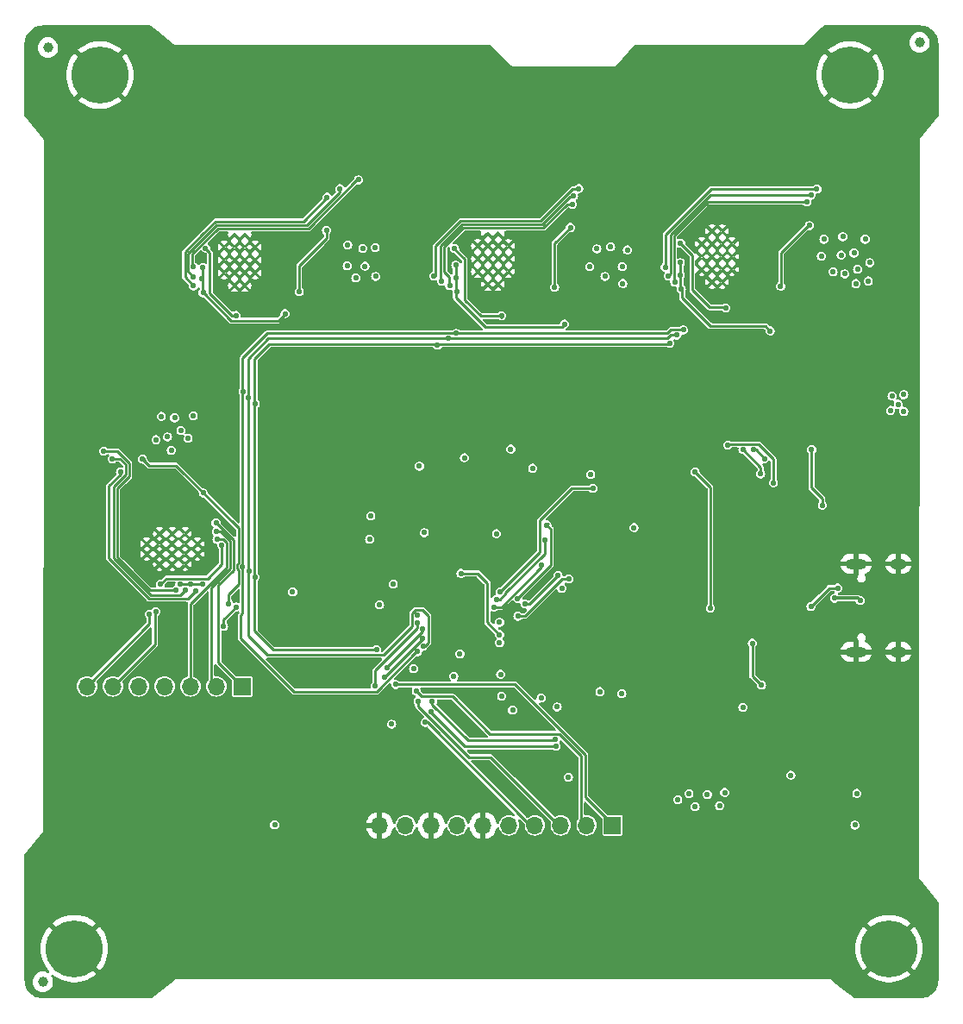
<source format=gbl>
%TF.GenerationSoftware,KiCad,Pcbnew,8.0.6-8.0.6-0~ubuntu24.04.1*%
%TF.CreationDate,2025-03-15T16:41:28-07:00*%
%TF.ProjectId,motor_board,6d6f746f-725f-4626-9f61-72642e6b6963,idk*%
%TF.SameCoordinates,Original*%
%TF.FileFunction,Copper,L4,Bot*%
%TF.FilePolarity,Positive*%
%FSLAX46Y46*%
G04 Gerber Fmt 4.6, Leading zero omitted, Abs format (unit mm)*
G04 Created by KiCad (PCBNEW 8.0.6-8.0.6-0~ubuntu24.04.1) date 2025-03-15 16:41:28*
%MOMM*%
%LPD*%
G01*
G04 APERTURE LIST*
%TA.AperFunction,ComponentPad*%
%ADD10C,5.600000*%
%TD*%
%TA.AperFunction,ComponentPad*%
%ADD11O,2.100000X1.000000*%
%TD*%
%TA.AperFunction,ComponentPad*%
%ADD12O,1.600000X1.000000*%
%TD*%
%TA.AperFunction,ComponentPad*%
%ADD13C,0.300000*%
%TD*%
%TA.AperFunction,ComponentPad*%
%ADD14R,1.700000X1.700000*%
%TD*%
%TA.AperFunction,ComponentPad*%
%ADD15O,1.700000X1.700000*%
%TD*%
%TA.AperFunction,ComponentPad*%
%ADD16C,0.600000*%
%TD*%
%TA.AperFunction,SMDPad,CuDef*%
%ADD17C,1.000000*%
%TD*%
%TA.AperFunction,ViaPad*%
%ADD18C,0.584200*%
%TD*%
%TA.AperFunction,ViaPad*%
%ADD19C,0.600000*%
%TD*%
%TA.AperFunction,Conductor*%
%ADD20C,0.234950*%
%TD*%
%TA.AperFunction,Conductor*%
%ADD21C,0.313400*%
%TD*%
%TA.AperFunction,Conductor*%
%ADD22C,0.279400*%
%TD*%
%TA.AperFunction,Conductor*%
%ADD23C,0.271780*%
%TD*%
G04 APERTURE END LIST*
D10*
X105946000Y-57564100D03*
X103426000Y-143294000D03*
X183426100Y-143294100D03*
X179606000Y-57564000D03*
D11*
X180235000Y-114170000D03*
D12*
X184375000Y-114170000D03*
D11*
X180235000Y-105530000D03*
D12*
X184375000Y-105530000D03*
D13*
X114297132Y-102570868D03*
X113047132Y-102570868D03*
X111797132Y-102570868D03*
X115547132Y-103570868D03*
X114297132Y-103570868D03*
X113047132Y-103570868D03*
X111797132Y-103570868D03*
X110547132Y-103570868D03*
X115547132Y-104570868D03*
X114297132Y-104570868D03*
X113047132Y-104570868D03*
X111797132Y-104570868D03*
X110547132Y-104570868D03*
X114297132Y-105570868D03*
X113047132Y-105570868D03*
X111797132Y-105570868D03*
D14*
X119914100Y-117573900D03*
D15*
X117374100Y-117573900D03*
X114834100Y-117573900D03*
X112294100Y-117573900D03*
X109754100Y-117573900D03*
X107214100Y-117573900D03*
X104674100Y-117573900D03*
D13*
X146047132Y-76826933D03*
X146047132Y-75576933D03*
X146047132Y-74326933D03*
X145047132Y-78076933D03*
X145047132Y-76826933D03*
X145047132Y-75576933D03*
X145047132Y-74326933D03*
X145047132Y-73076933D03*
X144047132Y-78076933D03*
X144047132Y-76826933D03*
X144047132Y-75576933D03*
X144047132Y-74326933D03*
X144047132Y-73076933D03*
X143047132Y-76826933D03*
X143047132Y-75576933D03*
X143047132Y-74326933D03*
X168047132Y-76626933D03*
X168047132Y-75376933D03*
X168047132Y-74126933D03*
X167047132Y-77876933D03*
X167047132Y-76626933D03*
X167047132Y-75376933D03*
X167047132Y-74126933D03*
X167047132Y-72876933D03*
X166047132Y-77876933D03*
X166047132Y-76626933D03*
X166047132Y-75376933D03*
X166047132Y-74126933D03*
X166047132Y-72876933D03*
X165047132Y-76626933D03*
X165047132Y-75376933D03*
X165047132Y-74126933D03*
X121172132Y-76951933D03*
X121172132Y-75701933D03*
X121172132Y-74451933D03*
X120172132Y-78201933D03*
X120172132Y-76951933D03*
X120172132Y-75701933D03*
X120172132Y-74451933D03*
X120172132Y-73201933D03*
X119172132Y-78201933D03*
X119172132Y-76951933D03*
X119172132Y-75701933D03*
X119172132Y-74451933D03*
X119172132Y-73201933D03*
X118172132Y-76951933D03*
X118172132Y-75701933D03*
X118172132Y-74451933D03*
D16*
X142277433Y-109290567D03*
X141144100Y-109290567D03*
X140010767Y-109290567D03*
X142277433Y-110423900D03*
X141144100Y-110423900D03*
X140010767Y-110423900D03*
X142277433Y-111557233D03*
X141144100Y-111557233D03*
X140010767Y-111557233D03*
D17*
X186436000Y-54356000D03*
X100838000Y-54864000D03*
X100330000Y-146558000D03*
D14*
X156282000Y-131200000D03*
D15*
X153742000Y-131200000D03*
X151202000Y-131200000D03*
X148662000Y-131200000D03*
X146122000Y-131200000D03*
X143582000Y-131200000D03*
X141042000Y-131200000D03*
X138502000Y-131200000D03*
X135962000Y-131200000D03*
X133422000Y-131200000D03*
D18*
X182594100Y-126973900D03*
D19*
X124866587Y-93048519D03*
X124866587Y-94438419D03*
D18*
X152219100Y-79848900D03*
X139594100Y-66973900D03*
X122922132Y-71248900D03*
X172994100Y-115673900D03*
X162897132Y-85276933D03*
X172997132Y-79326933D03*
X174944100Y-104423900D03*
X122044100Y-107698900D03*
X137598100Y-137011900D03*
X122947132Y-87101933D03*
X147294100Y-86973900D03*
X169344100Y-100073900D03*
X129694100Y-116673900D03*
X147524100Y-141383900D03*
X167308776Y-103488576D03*
X177794100Y-64473900D03*
X129444100Y-109714325D03*
X168094100Y-97973900D03*
X129819100Y-93223900D03*
X118922131Y-70970869D03*
X114894100Y-64173900D03*
X161494100Y-64473900D03*
X114847132Y-81726933D03*
X150044100Y-139973900D03*
X167794100Y-122573900D03*
X155994100Y-64673900D03*
X160294100Y-110973900D03*
X141694100Y-120773900D03*
X157494100Y-119973900D03*
X137904100Y-144063900D03*
X172094100Y-101823900D03*
X161894100Y-98973900D03*
X154794100Y-103173900D03*
X156194100Y-123073900D03*
X137994100Y-77073900D03*
X117847132Y-87026933D03*
X138794100Y-100373900D03*
X119222132Y-88101933D03*
X172703675Y-94621915D03*
X177694100Y-65673900D03*
X135894100Y-119673900D03*
X172569100Y-85948900D03*
X116629087Y-101178419D03*
X139214100Y-145453900D03*
X108394100Y-101273900D03*
X151494100Y-118273900D03*
X171300000Y-114700000D03*
X174394100Y-88698900D03*
X168344100Y-99823900D03*
X150494100Y-110173900D03*
X175644100Y-90223900D03*
X148044100Y-69548900D03*
X143666577Y-70365643D03*
X175700000Y-115750000D03*
X170447132Y-77126933D03*
X182394100Y-102673900D03*
X122194100Y-106873900D03*
X126744100Y-96073900D03*
X128594100Y-79873900D03*
X165344100Y-102823900D03*
X128544100Y-105798900D03*
X169794100Y-121973900D03*
X179694100Y-103973900D03*
X104494100Y-92573900D03*
X127790425Y-136820000D03*
X144294100Y-100373900D03*
X120594100Y-123873900D03*
X122144100Y-100273900D03*
X131519100Y-105648900D03*
X129494100Y-108573900D03*
X180994100Y-93673900D03*
X131194100Y-65973900D03*
X115747132Y-75226933D03*
X169997132Y-78276933D03*
X128621575Y-131138400D03*
X113694100Y-77473900D03*
X147200000Y-125700000D03*
X126894100Y-82073900D03*
X117494100Y-95173900D03*
X114794100Y-66773900D03*
X167594100Y-121373900D03*
X140744100Y-141348900D03*
X123347132Y-77201933D03*
X149144100Y-127623900D03*
X164044100Y-118723900D03*
X175500000Y-117600000D03*
X122869100Y-101123900D03*
X122194100Y-66073900D03*
X155594100Y-137673900D03*
X175194100Y-105673900D03*
X177144100Y-91923900D03*
X148019100Y-71198900D03*
X161197132Y-79626933D03*
X165822132Y-70558733D03*
X144094100Y-119873900D03*
X146894100Y-66473900D03*
X112654087Y-107603419D03*
X170536575Y-104031425D03*
X139494100Y-64773900D03*
X114804087Y-100278419D03*
X108396535Y-103320867D03*
X147794100Y-78823900D03*
X173097132Y-81676933D03*
X161494100Y-66173900D03*
X155694100Y-66373900D03*
X164719100Y-88173900D03*
X162972132Y-74913333D03*
X147894100Y-121373900D03*
X124929087Y-104878419D03*
X146969100Y-115348900D03*
X169597132Y-71251933D03*
X140794100Y-120673900D03*
X180994100Y-97873900D03*
X137119100Y-91498900D03*
X171600000Y-110900000D03*
X103294100Y-109173900D03*
X119319100Y-108948900D03*
X148394100Y-139573900D03*
X123869100Y-102373900D03*
X177432000Y-106562000D03*
X166344100Y-88823900D03*
X108411637Y-104820869D03*
X128694100Y-113464325D03*
X164594100Y-89573900D03*
X163844100Y-104173900D03*
X172544100Y-103423900D03*
X150694100Y-87373900D03*
X166397132Y-85426933D03*
X162094100Y-94873900D03*
X109494100Y-100473900D03*
X176544100Y-102773900D03*
X167694100Y-123973900D03*
X131094100Y-64473900D03*
X170522132Y-72101933D03*
X148065279Y-77052721D03*
X174572132Y-72176933D03*
X166294100Y-118973900D03*
X164994100Y-124148900D03*
X133794100Y-113673900D03*
X104494100Y-109173900D03*
X164794100Y-119473900D03*
X129500000Y-136800000D03*
X133794100Y-111673900D03*
X150094100Y-141773900D03*
X169576700Y-125200900D03*
X119494100Y-122673900D03*
X120422132Y-70979965D03*
X103494100Y-92473900D03*
X142594100Y-128073900D03*
X158344100Y-85873900D03*
X149569100Y-70048900D03*
X143394100Y-86173900D03*
X122694100Y-69673900D03*
X158994100Y-109773900D03*
X141794100Y-100423900D03*
X131772132Y-87726933D03*
X180047132Y-84176933D03*
X140317426Y-75297392D03*
X150794100Y-117273900D03*
X152144100Y-80823900D03*
X145116577Y-70365643D03*
X123022132Y-79051933D03*
X139819100Y-87323900D03*
X160547132Y-76626933D03*
X175694100Y-84073900D03*
X167297132Y-70558733D03*
X152694100Y-109973900D03*
X151094100Y-115873900D03*
X137794100Y-102473900D03*
X132544100Y-100848900D03*
X145194100Y-111273900D03*
X148444100Y-96148900D03*
X158394100Y-101973900D03*
X154144100Y-96773900D03*
X150844100Y-119573900D03*
X140694100Y-116573900D03*
X149269100Y-118698900D03*
X134594100Y-121273900D03*
X124869100Y-108298900D03*
X146294100Y-94273900D03*
X144894100Y-102573900D03*
X145194100Y-113273900D03*
X137319100Y-95948900D03*
X155044100Y-118073900D03*
X157194100Y-118273900D03*
X134744100Y-107498900D03*
X151944100Y-126473900D03*
X146469100Y-119898900D03*
X133406600Y-109561400D03*
X151294100Y-107923900D03*
X169094046Y-119612900D03*
X136744100Y-115823900D03*
X145294100Y-116373900D03*
X141744100Y-95123900D03*
X123100000Y-131141400D03*
X145394100Y-118523900D03*
X132419100Y-103123900D03*
X137100000Y-111314325D03*
X132979424Y-117509224D03*
X134119100Y-115723900D03*
X137610324Y-111889676D03*
X112954087Y-94378419D03*
X178747132Y-75226933D03*
X176797132Y-75326933D03*
X157244100Y-76373900D03*
X184894100Y-88923900D03*
X177947132Y-76876933D03*
X157744100Y-74723900D03*
X155544100Y-77323900D03*
X130222132Y-76276933D03*
X173794100Y-126273900D03*
X181397132Y-77776933D03*
X167294100Y-127973900D03*
X131972132Y-76326933D03*
X132972132Y-74476933D03*
X180347132Y-76626933D03*
X180197132Y-78026933D03*
X154744100Y-74623900D03*
X184894100Y-90573900D03*
X113904087Y-92428419D03*
X179097132Y-77076933D03*
X154044100Y-76373900D03*
X180094100Y-131173900D03*
X114604087Y-93228419D03*
X183744100Y-89073900D03*
X179997132Y-75026933D03*
X165594100Y-128173900D03*
X111979087Y-91053419D03*
X184344100Y-89873900D03*
X178897132Y-73426933D03*
X183594100Y-90473900D03*
X156094100Y-74423900D03*
X163794100Y-128073900D03*
X181547132Y-75976933D03*
X177047132Y-73676933D03*
X112579087Y-93078419D03*
X181097132Y-73676933D03*
X166794100Y-129273900D03*
X115104087Y-91003419D03*
X111454087Y-93353419D03*
X113279087Y-91203419D03*
X157294100Y-78023900D03*
X180280700Y-128060500D03*
X162694100Y-128673900D03*
X164394100Y-129373900D03*
X130272132Y-74226933D03*
X131072132Y-77476933D03*
X131772132Y-74576933D03*
X133022132Y-77326933D03*
X178100000Y-108900000D03*
X180616000Y-109136000D03*
X170019100Y-113323900D03*
X170921710Y-117440012D03*
X175844100Y-94323900D03*
X176894100Y-99773900D03*
X175772000Y-109702000D03*
X178390000Y-107910000D03*
X167416300Y-80407765D03*
X162969100Y-74073900D03*
X141294100Y-114373900D03*
X137094100Y-110573900D03*
X141394100Y-106473900D03*
X145194100Y-112473900D03*
X150691754Y-122765244D03*
X138584525Y-119073900D03*
X138494100Y-120073900D03*
X150719100Y-123448900D03*
X133854424Y-116634224D03*
X137654648Y-112834000D03*
X145258501Y-108267989D03*
X154344100Y-98123900D03*
X164394100Y-96523900D03*
X165894100Y-109873900D03*
X146952075Y-108915925D03*
X149844100Y-101723900D03*
X150945327Y-106675127D03*
X147694100Y-109473900D03*
X144644100Y-109773900D03*
X149344100Y-105623900D03*
X144894100Y-109023900D03*
X149644100Y-103223900D03*
X151994100Y-107023900D03*
X146994100Y-110673900D03*
X170831599Y-96711399D03*
X169094100Y-94323900D03*
X172094100Y-97573900D03*
X167594100Y-93873900D03*
X170094100Y-94323900D03*
X171219100Y-95198900D03*
X175622132Y-72326933D03*
X172797132Y-78276933D03*
X140779424Y-74588576D03*
X145394100Y-81173900D03*
X150594100Y-78373900D03*
X152144100Y-72523900D03*
X119322132Y-81151933D03*
X116323966Y-74550099D03*
X128197132Y-72801933D03*
X125522132Y-78826933D03*
X117894100Y-103673900D03*
X111879087Y-107528419D03*
X134994100Y-117373900D03*
X137900000Y-121100000D03*
X137011259Y-118025995D03*
X137184525Y-119000000D03*
X140994100Y-78823900D03*
X140894100Y-77423900D03*
X140894100Y-76223900D03*
X151569100Y-81998900D03*
X163247132Y-82576933D03*
X119944100Y-105818844D03*
X137144324Y-114144324D03*
X140944100Y-82914325D03*
X119997132Y-88651933D03*
X120547132Y-89251933D03*
X120634525Y-106228794D03*
X162597132Y-83076933D03*
X137694324Y-113594324D03*
X140200000Y-83423900D03*
X121197132Y-89801933D03*
X133094100Y-113964325D03*
X161897132Y-83876933D03*
X139094100Y-84073900D03*
X121194100Y-106837994D03*
X110806707Y-110473900D03*
X111455840Y-110212160D03*
X117395300Y-102373900D03*
X117439607Y-103119407D03*
X118094100Y-111673900D03*
X119294100Y-109773900D03*
X117345617Y-101525417D03*
X162397132Y-77876933D03*
X175372132Y-70026933D03*
X175772132Y-69326933D03*
X161787557Y-77276933D03*
X161452607Y-76405985D03*
X176347132Y-68751933D03*
X152469100Y-69423900D03*
X139494100Y-77798900D03*
X152344100Y-70248900D03*
X140294100Y-78223900D03*
X138744100Y-77273900D03*
X152969100Y-68698900D03*
X115137300Y-77334296D03*
X129497132Y-68711308D03*
X115137300Y-76401652D03*
X131341332Y-67846133D03*
X128247132Y-69551933D03*
X115137301Y-78257412D03*
X114329087Y-108128419D03*
X107169262Y-95223900D03*
X106304087Y-94473900D03*
X113404087Y-108128419D03*
X115338662Y-108193844D03*
X107951269Y-96521082D03*
X110123200Y-95248900D03*
X116104087Y-98578419D03*
X118594100Y-109473900D03*
X162947132Y-75976933D03*
X163047132Y-78576933D03*
X162947132Y-77176933D03*
X171769100Y-82673900D03*
X116073648Y-78926934D03*
X124122132Y-80976933D03*
X115973648Y-77526934D03*
X116060181Y-76442358D03*
X114829087Y-107528419D03*
X116054087Y-107503419D03*
X113804087Y-107478419D03*
D20*
X132979424Y-115988576D02*
X132979424Y-117509224D01*
X137100000Y-111868000D02*
X132979424Y-115988576D01*
X137100000Y-111314325D02*
X137100000Y-111868000D01*
X134119100Y-115723900D02*
X134119100Y-115648900D01*
X137610324Y-111889676D02*
X137610324Y-112157676D01*
X137610324Y-112157676D02*
X137519100Y-112248900D01*
X134119100Y-115648900D02*
X137594100Y-112173900D01*
D21*
X180380000Y-108900000D02*
X180616000Y-109136000D01*
X178100000Y-108900000D02*
X180380000Y-108900000D01*
D22*
X170019100Y-116537402D02*
X170019100Y-113323900D01*
X170921710Y-117440012D02*
X170019100Y-116537402D01*
D23*
X175844100Y-98073900D02*
X175844100Y-94323900D01*
X176894100Y-99773900D02*
X176894100Y-99123900D01*
X176894100Y-99123900D02*
X175844100Y-98073900D01*
X178390000Y-107910000D02*
X177564000Y-107910000D01*
X177564000Y-107910000D02*
X175772000Y-109702000D01*
D20*
X165824932Y-80379732D02*
X167438268Y-80379732D01*
X162969100Y-74073900D02*
X164119100Y-75223900D01*
X164119100Y-78673900D02*
X165824932Y-80379732D01*
X164119100Y-75223900D02*
X164119100Y-78673900D01*
D22*
X145194100Y-112473900D02*
X144000000Y-111279800D01*
X143073900Y-106473900D02*
X141394100Y-106473900D01*
X144000000Y-107400000D02*
X143073900Y-106473900D01*
X144000000Y-111279800D02*
X144000000Y-107400000D01*
D23*
X142094100Y-122873900D02*
X150583098Y-122873900D01*
X150583098Y-122873900D02*
X150691754Y-122765244D01*
X138584525Y-119073900D02*
X138584525Y-119364325D01*
X138584525Y-119364325D02*
X142094100Y-122873900D01*
X138494100Y-120173900D02*
X141769100Y-123448900D01*
X138494100Y-120073900D02*
X138494100Y-120173900D01*
X141769100Y-123448900D02*
X150719100Y-123448900D01*
D20*
X133933776Y-116634224D02*
X133854424Y-116634224D01*
X137694324Y-112873676D02*
X133933776Y-116634224D01*
X137694324Y-112794324D02*
X137694324Y-112873676D01*
X149134525Y-101283475D02*
X149719100Y-100698900D01*
X149134525Y-103434973D02*
X149134525Y-101283475D01*
X149144100Y-104382390D02*
X149144100Y-103444548D01*
X145258501Y-108267989D02*
X149144100Y-104382390D01*
X149144100Y-103444548D02*
X149134525Y-103434973D01*
X152294100Y-98123900D02*
X154344100Y-98123900D01*
X149719100Y-100698900D02*
X152294100Y-98123900D01*
X165894100Y-98023900D02*
X165894100Y-109873900D01*
X164394100Y-96523900D02*
X165894100Y-98023900D01*
X150244100Y-105623900D02*
X146952075Y-108915925D01*
X149844100Y-101723900D02*
X149944100Y-101623900D01*
X149844100Y-101723900D02*
X150244100Y-102123900D01*
X150244100Y-102123900D02*
X150244100Y-105623900D01*
X148144100Y-109473900D02*
X147694100Y-109473900D01*
X150945327Y-106675127D02*
X150942873Y-106675127D01*
X150942873Y-106675127D02*
X148144100Y-109473900D01*
X145373452Y-109773900D02*
X149344100Y-105803252D01*
X149344100Y-105803252D02*
X149344100Y-105623900D01*
X144644100Y-109773900D02*
X145373452Y-109773900D01*
X149644100Y-103223900D02*
X149644100Y-104523900D01*
X145768076Y-108399924D02*
X145768076Y-108479062D01*
X145223238Y-109023900D02*
X144894100Y-109023900D01*
X149644100Y-104523900D02*
X145768076Y-108399924D01*
X149644100Y-103223900D02*
X149744100Y-103323900D01*
X145768076Y-108479062D02*
X145223238Y-109023900D01*
X147667202Y-110673900D02*
X151317202Y-107023900D01*
X151317202Y-107023900D02*
X151994100Y-107023900D01*
X146994100Y-110673900D02*
X147667202Y-110673900D01*
D23*
X170831599Y-96711399D02*
X170831599Y-96061399D01*
X170831599Y-96061399D02*
X169094100Y-94323900D01*
X170631249Y-93795910D02*
X167672090Y-93795910D01*
X172094100Y-95258761D02*
X170631249Y-93795910D01*
X172094100Y-97573900D02*
X172094100Y-95258761D01*
X167672090Y-93795910D02*
X167594100Y-93873900D01*
X170344100Y-94323900D02*
X171219100Y-95198900D01*
D20*
X172819100Y-75008475D02*
X175519100Y-72308475D01*
X172819100Y-78248900D02*
X172819100Y-75008475D01*
X145230173Y-81214325D02*
X143359525Y-81214325D01*
X141769100Y-79623900D02*
X141769100Y-75632604D01*
X145380173Y-81364325D02*
X145230173Y-81214325D01*
X141769100Y-75632604D02*
X140700821Y-74564325D01*
X140700821Y-74564325D02*
X140630173Y-74564325D01*
X143359525Y-81214325D02*
X141769100Y-79623900D01*
X152144100Y-72523900D02*
X150580173Y-74087827D01*
X150580173Y-74087827D02*
X150580173Y-78414325D01*
X116744100Y-74970233D02*
X116744100Y-78954770D01*
X118941263Y-81151933D02*
X119322132Y-81151933D01*
X116744100Y-78954770D02*
X118941263Y-81151933D01*
X116323966Y-74550099D02*
X116744100Y-74970233D01*
X128197132Y-72801933D02*
X128197132Y-73601933D01*
X128197132Y-73601933D02*
X125522132Y-76276933D01*
X125522132Y-76276933D02*
X125522132Y-78826933D01*
X116499156Y-106968844D02*
X112474156Y-106968844D01*
X117894100Y-105573900D02*
X116499156Y-106968844D01*
X112474156Y-106968844D02*
X111913625Y-107529375D01*
X117894100Y-103498900D02*
X117894100Y-105573900D01*
D23*
X153600000Y-124254024D02*
X153600000Y-128400000D01*
X134994100Y-117373900D02*
X146719876Y-117373900D01*
X156341000Y-131141000D02*
X156308100Y-131173900D01*
X153600000Y-128400000D02*
X156341000Y-131141000D01*
X146719876Y-117373900D02*
X153600000Y-124254024D01*
X138100000Y-121100000D02*
X148200000Y-131200000D01*
X148200000Y-131200000D02*
X148662000Y-131200000D01*
X137900000Y-121100000D02*
X138100000Y-121100000D01*
X151057454Y-122237254D02*
X153200000Y-124379800D01*
X153200000Y-124379800D02*
X153200000Y-130658000D01*
X153200000Y-130658000D02*
X153742000Y-131200000D01*
X137011259Y-118025995D02*
X137531174Y-118545910D01*
X140566110Y-118545910D02*
X144257454Y-122237254D01*
X144257454Y-122237254D02*
X151057454Y-122237254D01*
X137531174Y-118545910D02*
X140566110Y-118545910D01*
X151000000Y-131200000D02*
X151202000Y-131200000D01*
X144300000Y-124500000D02*
X151000000Y-131200000D01*
X142173509Y-124500000D02*
X144300000Y-124500000D01*
X137184525Y-119511016D02*
X142173509Y-124500000D01*
X137184525Y-119000000D02*
X137184525Y-119511016D01*
D22*
X140880173Y-78764325D02*
X140980173Y-78864325D01*
D20*
X143769100Y-82273900D02*
X140880173Y-79384973D01*
D22*
X140880173Y-76264325D02*
X140880173Y-77464325D01*
D20*
X151555173Y-82039325D02*
X151320598Y-82273900D01*
D22*
X140880173Y-78514325D02*
X140880173Y-78764325D01*
D20*
X151320598Y-82273900D02*
X143769100Y-82273900D01*
D22*
X140880173Y-77464325D02*
X140880173Y-78514325D01*
D20*
X140880173Y-79384973D02*
X140880173Y-78514325D01*
X137144324Y-114144324D02*
X137064972Y-114144324D01*
X122378675Y-82914325D02*
X140944100Y-82914325D01*
X163247132Y-82576933D02*
X163209524Y-82539325D01*
X133135396Y-118073900D02*
X125019100Y-118073900D01*
X137064972Y-114144324D02*
X133135396Y-118073900D01*
X119769100Y-110600950D02*
X119944100Y-110425950D01*
X163209524Y-82539325D02*
X162034337Y-82539325D01*
X161659337Y-82914325D02*
X140944100Y-82914325D01*
X119944100Y-110425950D02*
X119944100Y-85348900D01*
X162034337Y-82539325D02*
X161659337Y-82914325D01*
X163269100Y-82548900D02*
X163259525Y-82539325D01*
X119769100Y-112823900D02*
X119769100Y-110600950D01*
X119944100Y-85348900D02*
X122378675Y-82914325D01*
X125019100Y-118073900D02*
X119769100Y-112823900D01*
D22*
X137882790Y-113594324D02*
X138176293Y-113300821D01*
X137694324Y-113594324D02*
X137882790Y-113594324D01*
D20*
X161623452Y-83423900D02*
X161998452Y-83048900D01*
X122476474Y-83423900D02*
X120519100Y-85381274D01*
X138200000Y-110629800D02*
X138200000Y-113277114D01*
X137612300Y-110042100D02*
X138200000Y-110629800D01*
X122369100Y-114473900D02*
X133794100Y-114473900D01*
X140200000Y-83423900D02*
X161623452Y-83423900D01*
X138200000Y-113277114D02*
X138176293Y-113300821D01*
X133794100Y-114473900D02*
X136584525Y-111683475D01*
X161998452Y-83048900D02*
X162619100Y-83048900D01*
X136584525Y-110362827D02*
X136905252Y-110042100D01*
X136905252Y-110042100D02*
X137612300Y-110042100D01*
X120519100Y-85381274D02*
X120519100Y-112623900D01*
X140200000Y-83423900D02*
X122476474Y-83423900D01*
X120519100Y-112623900D02*
X122369100Y-114473900D01*
X136584525Y-111683475D02*
X136584525Y-110362827D01*
X121144100Y-112123900D02*
X121144100Y-85398900D01*
X121197132Y-89801933D02*
X121172132Y-89776933D01*
X122541067Y-84001933D02*
X161772132Y-84001933D01*
X122994100Y-113973900D02*
X121144100Y-112123900D01*
X161772132Y-84001933D02*
X161897132Y-83876933D01*
X121172132Y-89826933D02*
X121197132Y-89801933D01*
X133084525Y-113973900D02*
X122994100Y-113973900D01*
X121144100Y-85398900D02*
X122541067Y-84001933D01*
X133094100Y-113964325D02*
X133084525Y-113973900D01*
D23*
X110806707Y-110473900D02*
X110806707Y-111441293D01*
X110806707Y-111441293D02*
X104674100Y-117573900D01*
X111334697Y-110091017D02*
X111334697Y-113453303D01*
X111455840Y-110212160D02*
X111334697Y-110091017D01*
X111334697Y-113453303D02*
X107214100Y-117573900D01*
D20*
X116894100Y-107857745D02*
X118738625Y-106013220D01*
X117374100Y-117573900D02*
X116894100Y-117093900D01*
X116894100Y-117093900D02*
X116894100Y-111398950D01*
X117788439Y-102373900D02*
X117395300Y-102373900D01*
X118738625Y-103324086D02*
X117788439Y-102373900D01*
X116894100Y-111398950D02*
X116894100Y-107857745D01*
X118738625Y-106013220D02*
X118738625Y-103324086D01*
X117439607Y-103119407D02*
X118060255Y-103119407D01*
X114834100Y-109444054D02*
X114834100Y-117573900D01*
X118060255Y-103119407D02*
X118403675Y-103462827D01*
X118403675Y-105874479D02*
X114834100Y-109444054D01*
X118403675Y-103462827D02*
X118403675Y-105874479D01*
D23*
X118094100Y-111673900D02*
X118094100Y-110973900D01*
X118094100Y-110973900D02*
X119294100Y-109773900D01*
D20*
X119073575Y-103185346D02*
X119073575Y-106151960D01*
X117413646Y-101525417D02*
X119073575Y-103185346D01*
X117345617Y-101525417D02*
X117413646Y-101525417D01*
X117584525Y-115244325D02*
X119914100Y-117573900D01*
X119073575Y-106151960D02*
X117584525Y-107641010D01*
X117584525Y-107641010D02*
X117584525Y-115244325D01*
X162319100Y-77748900D02*
X162419100Y-77848900D01*
X165633027Y-70021125D02*
X162319100Y-73335052D01*
X175394100Y-69998900D02*
X175371875Y-70021125D01*
X175371875Y-70021125D02*
X165633027Y-70021125D01*
X162319100Y-73335052D02*
X162319100Y-77748900D01*
X161984150Y-77074275D02*
X161984150Y-73196311D01*
X169394100Y-69298900D02*
X175794100Y-69298900D01*
X165881561Y-69298900D02*
X169394100Y-69298900D01*
X161984150Y-73196311D02*
X165881561Y-69298900D01*
X161809525Y-77248900D02*
X161984150Y-77074275D01*
X165982870Y-68723900D02*
X176369100Y-68723900D01*
X161469100Y-73237670D02*
X165982870Y-68723900D01*
X161469100Y-76372477D02*
X161469100Y-73237670D01*
X161474575Y-76377952D02*
X161469100Y-76372477D01*
X152455173Y-69464325D02*
X152134525Y-69464325D01*
X152134525Y-69464325D02*
X149365000Y-72233850D01*
X149365000Y-72233850D02*
X141486957Y-72233850D01*
X139430547Y-77564699D02*
X139605173Y-77739325D01*
X141486957Y-72233850D02*
X139430547Y-74290260D01*
X139430547Y-74290260D02*
X139430547Y-77564699D01*
X149503740Y-72568800D02*
X141625698Y-72568800D01*
X141625698Y-72568800D02*
X139765497Y-74429001D01*
X139765497Y-76899649D02*
X140280173Y-77414325D01*
X140280173Y-77414325D02*
X140280173Y-78264325D01*
X151823640Y-70248900D02*
X149503740Y-72568800D01*
X152344100Y-70248900D02*
X151823640Y-70248900D01*
X139765497Y-74429001D02*
X139765497Y-76899649D01*
X152385834Y-68739325D02*
X149226259Y-71898900D01*
X141348216Y-71898900D02*
X138920972Y-74326144D01*
X152955173Y-68739325D02*
X152385834Y-68739325D01*
X138920972Y-74326144D02*
X138920972Y-77314325D01*
X149226259Y-71898900D02*
X141348216Y-71898900D01*
X114627725Y-75052001D02*
X117420876Y-72258850D01*
X115137300Y-77334296D02*
X114627725Y-76824721D01*
X129497132Y-69072443D02*
X129497132Y-68711308D01*
X114627725Y-76824721D02*
X114627725Y-75052001D01*
X117420876Y-72258850D02*
X126310725Y-72258850D01*
X126310725Y-72258850D02*
X129497132Y-69072443D01*
X131341332Y-67846133D02*
X131197132Y-67846133D01*
X115022132Y-76286484D02*
X115137300Y-76401652D01*
X126449465Y-72593800D02*
X117559617Y-72593800D01*
X131197132Y-67846133D02*
X126449465Y-72593800D01*
X117559617Y-72593800D02*
X115022132Y-75131285D01*
X115022132Y-75131285D02*
X115022132Y-76286484D01*
X116044100Y-73161936D02*
X114292775Y-74913261D01*
X128247132Y-69551933D02*
X128247132Y-69601933D01*
X114292775Y-77412886D02*
X115137301Y-78257412D01*
X128247132Y-69601933D02*
X125925165Y-71923900D01*
X125925165Y-71923900D02*
X117282135Y-71923900D01*
X117282135Y-71923900D02*
X116044100Y-73161936D01*
X114292775Y-74913261D02*
X114292775Y-77412886D01*
X107924735Y-95223900D02*
X108488662Y-95787827D01*
X107294100Y-105009850D02*
X110923200Y-108638950D01*
X108488662Y-95787827D02*
X108488662Y-96779338D01*
X113854050Y-108638950D02*
X114363625Y-108129375D01*
X108488662Y-96779338D02*
X107294100Y-97973900D01*
X107294100Y-97973900D02*
X107294100Y-105009850D01*
X110923200Y-108638950D02*
X113854050Y-108638950D01*
X107169262Y-95223900D02*
X107924735Y-95223900D01*
X107629050Y-104871110D02*
X110886359Y-108128419D01*
X106304087Y-94473900D02*
X107648425Y-94473900D01*
X107648425Y-94473900D02*
X108063476Y-94888950D01*
X110886359Y-108128419D02*
X113404087Y-108128419D01*
X108823612Y-95649086D02*
X108823612Y-96944388D01*
X107629050Y-98138950D02*
X107629050Y-104871110D01*
X108063476Y-94888950D02*
X108823612Y-95649086D01*
X108823612Y-96944388D02*
X107629050Y-98138950D01*
X106819100Y-97898900D02*
X106819100Y-105008541D01*
X107951269Y-96521082D02*
X107951269Y-96766731D01*
X110784459Y-108973900D02*
X114594100Y-108973900D01*
X114594100Y-108973900D02*
X115373200Y-108194800D01*
X107951269Y-96766731D02*
X106819100Y-97898900D01*
X106819100Y-105008541D02*
X110784459Y-108973900D01*
X110123200Y-95248900D02*
X110753675Y-95879375D01*
X110753675Y-95879375D02*
X113438625Y-95879375D01*
X119594100Y-106189492D02*
X119594100Y-107523900D01*
X119594100Y-105448196D02*
X119434525Y-105607771D01*
X119434525Y-106029917D02*
X119594100Y-106189492D01*
X119434525Y-105607771D02*
X119434525Y-106029917D01*
X119594100Y-102034850D02*
X119594100Y-105448196D01*
X110313625Y-95304375D02*
X110258150Y-95248900D01*
X119594100Y-107523900D02*
X118594100Y-108523900D01*
X113438625Y-95879375D02*
X119594100Y-102034850D01*
X118594100Y-108523900D02*
X118594100Y-109473900D01*
X110258150Y-95248900D02*
X110123200Y-95248900D01*
X171194100Y-82198900D02*
X171294100Y-82198900D01*
D22*
X165919100Y-82198900D02*
X163119100Y-79398900D01*
X171194100Y-82198900D02*
X165919100Y-82198900D01*
D20*
X171294100Y-82198900D02*
X171769100Y-82673900D01*
D22*
X162969100Y-78448900D02*
X163069100Y-78548900D01*
X163069100Y-78548900D02*
X163119100Y-78598900D01*
X163119100Y-78598900D02*
X163119100Y-79398900D01*
X162969100Y-77148900D02*
X162969100Y-78448900D01*
X162969100Y-75948900D02*
X162969100Y-77148900D01*
X116060181Y-76442358D02*
X116060181Y-78913467D01*
D20*
X123437557Y-81661508D02*
X118808222Y-81661508D01*
X118808222Y-81661508D02*
X116073648Y-78926934D01*
X124122132Y-80976933D02*
X123437557Y-81661508D01*
D22*
X116060181Y-78913467D02*
X116073648Y-78926934D01*
D20*
X113863625Y-107504375D02*
X113838625Y-107479375D01*
X116088625Y-107504375D02*
X113863625Y-107504375D01*
%TA.AperFunction,Conductor*%
G36*
X140462332Y-118853985D02*
G01*
X140482974Y-118870619D01*
X143986184Y-122373829D01*
X144019669Y-122435152D01*
X144014685Y-122504844D01*
X143972813Y-122560777D01*
X143907349Y-122585194D01*
X143898503Y-122585510D01*
X142264917Y-122585510D01*
X142197878Y-122565825D01*
X142177236Y-122549191D01*
X139017750Y-119389705D01*
X138984265Y-119328382D01*
X138989249Y-119258690D01*
X138992621Y-119250548D01*
X139015502Y-119200446D01*
X139033697Y-119073900D01*
X139019613Y-118975946D01*
X139029556Y-118906789D01*
X139075311Y-118853985D01*
X139142351Y-118834300D01*
X140395293Y-118834300D01*
X140462332Y-118853985D01*
G37*
%TD.AperFunction*%
%TA.AperFunction,Conductor*%
G36*
X146616098Y-117681975D02*
G01*
X146636740Y-117698609D01*
X150675314Y-121737183D01*
X150708799Y-121798506D01*
X150703815Y-121868198D01*
X150661943Y-121924131D01*
X150596479Y-121948548D01*
X150587633Y-121948864D01*
X144428271Y-121948864D01*
X144361232Y-121929179D01*
X144340590Y-121912545D01*
X142326945Y-119898900D01*
X146019928Y-119898900D01*
X146038122Y-120025444D01*
X146038123Y-120025446D01*
X146083015Y-120123749D01*
X146091232Y-120141741D01*
X146174955Y-120238362D01*
X146282507Y-120307481D01*
X146282509Y-120307481D01*
X146282510Y-120307482D01*
X146405174Y-120343500D01*
X146405176Y-120343500D01*
X146533025Y-120343500D01*
X146609962Y-120320908D01*
X146655693Y-120307481D01*
X146763245Y-120238362D01*
X146846968Y-120141741D01*
X146900077Y-120025446D01*
X146918272Y-119898900D01*
X146900077Y-119772354D01*
X146846968Y-119656059D01*
X146763245Y-119559438D01*
X146655693Y-119490319D01*
X146655691Y-119490318D01*
X146655689Y-119490317D01*
X146533026Y-119454300D01*
X146533024Y-119454300D01*
X146405176Y-119454300D01*
X146405174Y-119454300D01*
X146282510Y-119490317D01*
X146174956Y-119559437D01*
X146091232Y-119656058D01*
X146091231Y-119656060D01*
X146038123Y-119772353D01*
X146038122Y-119772355D01*
X146019928Y-119898900D01*
X142326945Y-119898900D01*
X140951945Y-118523900D01*
X144944928Y-118523900D01*
X144963122Y-118650444D01*
X144963123Y-118650446D01*
X144994201Y-118718500D01*
X145016232Y-118766741D01*
X145099955Y-118863362D01*
X145207507Y-118932481D01*
X145207509Y-118932481D01*
X145207510Y-118932482D01*
X145330174Y-118968500D01*
X145330176Y-118968500D01*
X145458025Y-118968500D01*
X145549163Y-118941739D01*
X145580693Y-118932481D01*
X145688245Y-118863362D01*
X145771968Y-118766741D01*
X145825077Y-118650446D01*
X145843272Y-118523900D01*
X145825077Y-118397354D01*
X145771968Y-118281059D01*
X145688245Y-118184438D01*
X145580693Y-118115319D01*
X145580691Y-118115318D01*
X145580689Y-118115317D01*
X145458026Y-118079300D01*
X145458024Y-118079300D01*
X145330176Y-118079300D01*
X145330174Y-118079300D01*
X145207510Y-118115317D01*
X145099956Y-118184437D01*
X145016232Y-118281058D01*
X145016231Y-118281060D01*
X144963123Y-118397353D01*
X144963122Y-118397355D01*
X144944928Y-118523900D01*
X140951945Y-118523900D01*
X140803950Y-118375905D01*
X140803948Y-118375902D01*
X140743187Y-118315141D01*
X140743186Y-118315140D01*
X140677425Y-118277173D01*
X140677424Y-118277172D01*
X140677423Y-118277172D01*
X140661925Y-118273019D01*
X140661924Y-118273019D01*
X140604077Y-118257519D01*
X140528143Y-118257519D01*
X140520547Y-118257519D01*
X140520531Y-118257520D01*
X137701991Y-118257520D01*
X137634952Y-118237835D01*
X137614310Y-118221201D01*
X137496554Y-118103445D01*
X137463069Y-118042122D01*
X137461497Y-118033411D01*
X137447266Y-117934437D01*
X137442236Y-117899449D01*
X137419012Y-117848594D01*
X137414083Y-117837800D01*
X137404140Y-117768642D01*
X137433166Y-117705086D01*
X137491944Y-117667313D01*
X137526878Y-117662290D01*
X146549059Y-117662290D01*
X146616098Y-117681975D01*
G37*
%TD.AperFunction*%
%TA.AperFunction,Conductor*%
G36*
X133610000Y-114763560D02*
G01*
X133655755Y-114816364D01*
X133665699Y-114885522D01*
X133636674Y-114949078D01*
X133630642Y-114955556D01*
X132750551Y-115835646D01*
X132750550Y-115835647D01*
X132709449Y-115934873D01*
X132709449Y-117095618D01*
X132689764Y-117162657D01*
X132679162Y-117176821D01*
X132601556Y-117266382D01*
X132601555Y-117266384D01*
X132548448Y-117382675D01*
X132548446Y-117382679D01*
X132530252Y-117509224D01*
X132548446Y-117635768D01*
X132550946Y-117644281D01*
X132547507Y-117645290D01*
X132555037Y-117697530D01*
X132526034Y-117761095D01*
X132467269Y-117798890D01*
X132432293Y-117803925D01*
X125182289Y-117803925D01*
X125115250Y-117784240D01*
X125094608Y-117767606D01*
X122282558Y-114955556D01*
X122249073Y-114894233D01*
X122254057Y-114824541D01*
X122295929Y-114768608D01*
X122361393Y-114744191D01*
X122370239Y-114743875D01*
X133542961Y-114743875D01*
X133610000Y-114763560D01*
G37*
%TD.AperFunction*%
%TA.AperFunction,Conductor*%
G36*
X119593459Y-108008857D02*
G01*
X119649392Y-108050729D01*
X119673809Y-108116193D01*
X119674125Y-108125039D01*
X119674125Y-109262541D01*
X119654440Y-109329580D01*
X119601636Y-109375335D01*
X119532478Y-109385279D01*
X119488766Y-109368976D01*
X119488755Y-109369001D01*
X119488413Y-109368845D01*
X119483091Y-109366860D01*
X119480691Y-109365318D01*
X119358026Y-109329300D01*
X119358024Y-109329300D01*
X119230176Y-109329300D01*
X119230173Y-109329300D01*
X119145151Y-109354264D01*
X119075281Y-109354264D01*
X119016503Y-109316489D01*
X118997422Y-109286797D01*
X118971970Y-109231062D01*
X118971967Y-109231058D01*
X118964064Y-109221938D01*
X118924976Y-109176828D01*
X118894362Y-109141497D01*
X118865337Y-109077941D01*
X118864075Y-109060294D01*
X118864075Y-108687089D01*
X118883760Y-108620050D01*
X118900394Y-108599408D01*
X119462444Y-108037358D01*
X119523767Y-108003873D01*
X119593459Y-108008857D01*
G37*
%TD.AperFunction*%
%TA.AperFunction,Conductor*%
G36*
X113313300Y-107258504D02*
G01*
X113359055Y-107311308D01*
X113368998Y-107380465D01*
X113357931Y-107457446D01*
X113354915Y-107478419D01*
X113367362Y-107564989D01*
X113357418Y-107634147D01*
X113311663Y-107686951D01*
X113279560Y-107701613D01*
X113217497Y-107719836D01*
X113109942Y-107788956D01*
X113086814Y-107815648D01*
X113028035Y-107853422D01*
X112993102Y-107858444D01*
X112410087Y-107858444D01*
X112343048Y-107838759D01*
X112297293Y-107785955D01*
X112287349Y-107716797D01*
X112297292Y-107682934D01*
X112304496Y-107667158D01*
X112310064Y-107654965D01*
X112327738Y-107532038D01*
X112356763Y-107468484D01*
X112362795Y-107462006D01*
X112455153Y-107369649D01*
X112549664Y-107275138D01*
X112610987Y-107241653D01*
X112637345Y-107238819D01*
X113246261Y-107238819D01*
X113313300Y-107258504D01*
G37*
%TD.AperFunction*%
%TA.AperFunction,Conductor*%
G36*
X140255343Y-74423468D02*
G01*
X140311277Y-74465339D01*
X140335695Y-74530803D01*
X140334749Y-74557296D01*
X140330729Y-74585258D01*
X140330252Y-74588576D01*
X140332395Y-74603479D01*
X140348446Y-74715120D01*
X140348447Y-74715122D01*
X140395589Y-74818352D01*
X140401556Y-74831417D01*
X140485279Y-74928038D01*
X140592831Y-74997157D01*
X140592833Y-74997157D01*
X140592834Y-74997158D01*
X140715498Y-75033176D01*
X140715500Y-75033176D01*
X140736508Y-75033176D01*
X140803547Y-75052861D01*
X140824189Y-75069495D01*
X141462806Y-75708112D01*
X141496291Y-75769435D01*
X141499125Y-75795793D01*
X141499125Y-75912216D01*
X141479440Y-75979255D01*
X141426636Y-76025010D01*
X141357478Y-76034954D01*
X141293922Y-76005929D01*
X141278006Y-75987562D01*
X141277776Y-75987762D01*
X141270405Y-75979255D01*
X141188245Y-75884438D01*
X141080693Y-75815319D01*
X141080691Y-75815318D01*
X141080689Y-75815317D01*
X140958026Y-75779300D01*
X140958024Y-75779300D01*
X140830176Y-75779300D01*
X140830174Y-75779300D01*
X140707510Y-75815317D01*
X140599956Y-75884437D01*
X140516232Y-75981058D01*
X140516231Y-75981060D01*
X140463123Y-76097353D01*
X140463122Y-76097355D01*
X140444928Y-76223900D01*
X140463122Y-76350444D01*
X140463123Y-76350446D01*
X140516232Y-76466741D01*
X140545387Y-76500388D01*
X140557686Y-76514581D01*
X140586711Y-76578137D01*
X140587973Y-76595784D01*
X140587973Y-77040960D01*
X140568288Y-77107999D01*
X140515484Y-77153754D01*
X140446326Y-77163698D01*
X140382770Y-77134673D01*
X140376292Y-77128641D01*
X140071791Y-76824140D01*
X140038306Y-76762817D01*
X140035472Y-76736459D01*
X140035472Y-74592190D01*
X140055157Y-74525151D01*
X140071790Y-74504510D01*
X140097501Y-74478799D01*
X140124331Y-74451968D01*
X140185652Y-74418484D01*
X140255343Y-74423468D01*
G37*
%TD.AperFunction*%
%TA.AperFunction,Conductor*%
G36*
X115888565Y-74749165D02*
G01*
X115939269Y-74787121D01*
X115940290Y-74786237D01*
X115944354Y-74790928D01*
X115944499Y-74791036D01*
X115944702Y-74791329D01*
X115946098Y-74792940D01*
X116029821Y-74889561D01*
X116137373Y-74958680D01*
X116137375Y-74958680D01*
X116137376Y-74958681D01*
X116260040Y-74994699D01*
X116260042Y-74994699D01*
X116335402Y-74994699D01*
X116402441Y-75014384D01*
X116423083Y-75031018D01*
X116437806Y-75045741D01*
X116471291Y-75107064D01*
X116474125Y-75133422D01*
X116474125Y-75952797D01*
X116454440Y-76019836D01*
X116401636Y-76065591D01*
X116332478Y-76075535D01*
X116283088Y-76057114D01*
X116246771Y-76033775D01*
X116124107Y-75997758D01*
X116124105Y-75997758D01*
X115996257Y-75997758D01*
X115996255Y-75997758D01*
X115873591Y-76033775D01*
X115766036Y-76102895D01*
X115709838Y-76167751D01*
X115651060Y-76205525D01*
X115581190Y-76205524D01*
X115522412Y-76167749D01*
X115519234Y-76163504D01*
X115515168Y-76158812D01*
X115515168Y-76158811D01*
X115431445Y-76062190D01*
X115349067Y-76009249D01*
X115303313Y-75956446D01*
X115292107Y-75904934D01*
X115292107Y-75294473D01*
X115311792Y-75227434D01*
X115328422Y-75206796D01*
X115757553Y-74777664D01*
X115818874Y-74744181D01*
X115888565Y-74749165D01*
G37*
%TD.AperFunction*%
%TA.AperFunction,Conductor*%
G36*
X186510143Y-52689865D02*
G01*
X186732890Y-52704464D01*
X186748948Y-52706579D01*
X186934975Y-52743582D01*
X186963871Y-52749330D01*
X186979538Y-52753528D01*
X187132669Y-52805509D01*
X187187044Y-52823967D01*
X187202021Y-52830170D01*
X187392891Y-52924296D01*
X187398560Y-52927092D01*
X187412608Y-52935202D01*
X187594812Y-53056948D01*
X187607673Y-53066816D01*
X187712595Y-53158830D01*
X187772428Y-53211302D01*
X187783897Y-53222771D01*
X187894260Y-53348617D01*
X187928380Y-53387523D01*
X187938254Y-53400391D01*
X188059997Y-53582592D01*
X188068107Y-53596639D01*
X188165026Y-53793171D01*
X188171233Y-53808157D01*
X188241671Y-54015661D01*
X188245869Y-54031328D01*
X188288618Y-54246240D01*
X188290736Y-54262321D01*
X188305335Y-54485056D01*
X188305600Y-54493166D01*
X188305600Y-54540446D01*
X188305691Y-54541373D01*
X188318097Y-61556921D01*
X188298531Y-61623995D01*
X188290719Y-61634858D01*
X186494032Y-63868576D01*
X186485034Y-63878597D01*
X186469302Y-63894307D01*
X186463118Y-63903548D01*
X186457969Y-63913414D01*
X186451726Y-63934747D01*
X186447247Y-63947448D01*
X186438728Y-63967974D01*
X186436549Y-63978888D01*
X186435568Y-63989965D01*
X186437964Y-64012056D01*
X186438687Y-64025510D01*
X186387910Y-136331754D01*
X186387352Y-136343419D01*
X186385022Y-136367892D01*
X186385998Y-136377487D01*
X186387872Y-136386944D01*
X186397264Y-136409666D01*
X186401211Y-136420652D01*
X186408420Y-136444144D01*
X186413001Y-136452648D01*
X186418342Y-136460652D01*
X186418343Y-136460653D01*
X186418344Y-136460655D01*
X186435726Y-136478061D01*
X186443569Y-136486693D01*
X188178647Y-138587052D01*
X188289705Y-138721490D01*
X188317225Y-138785711D01*
X188318106Y-138800668D01*
X188305685Y-146321855D01*
X188305600Y-146322717D01*
X188305600Y-146370027D01*
X188305335Y-146378137D01*
X188290736Y-146600879D01*
X188288618Y-146616960D01*
X188245869Y-146831871D01*
X188241671Y-146847538D01*
X188171233Y-147055042D01*
X188165026Y-147070028D01*
X188068107Y-147266560D01*
X188059997Y-147280607D01*
X187938254Y-147462808D01*
X187928380Y-147475676D01*
X187783897Y-147640428D01*
X187772428Y-147651897D01*
X187607676Y-147796380D01*
X187594808Y-147806254D01*
X187412607Y-147927997D01*
X187398560Y-147936107D01*
X187202028Y-148033026D01*
X187187042Y-148039233D01*
X186979538Y-148109671D01*
X186963871Y-148113869D01*
X186748959Y-148156618D01*
X186732878Y-148158736D01*
X186510143Y-148173335D01*
X186502033Y-148173600D01*
X180097377Y-148173600D01*
X180030338Y-148153915D01*
X180020368Y-148146788D01*
X179973262Y-148109463D01*
X178720153Y-147116538D01*
X177767501Y-146361686D01*
X177756829Y-146352179D01*
X177741876Y-146337226D01*
X177741874Y-146337224D01*
X177741871Y-146337222D01*
X177732059Y-146330666D01*
X177721561Y-146325285D01*
X177721560Y-146325284D01*
X177721557Y-146325283D01*
X177701218Y-146319492D01*
X177687720Y-146314793D01*
X177668183Y-146306700D01*
X177656595Y-146304395D01*
X177644846Y-146303441D01*
X177623835Y-146305876D01*
X177609564Y-146306700D01*
X113453941Y-146306700D01*
X113440574Y-146305977D01*
X113438308Y-146305731D01*
X113418363Y-146303568D01*
X113407367Y-146304542D01*
X113396516Y-146306700D01*
X113375874Y-146315250D01*
X113363260Y-146319693D01*
X113341813Y-146325970D01*
X113332011Y-146331086D01*
X113322827Y-146337222D01*
X113307024Y-146353025D01*
X113297064Y-146361962D01*
X111063174Y-148158786D01*
X110998599Y-148185466D01*
X110985310Y-148186164D01*
X100388165Y-148173660D01*
X100387549Y-148173600D01*
X100375982Y-148173600D01*
X100340178Y-148173600D01*
X100332068Y-148173335D01*
X100109320Y-148158736D01*
X100093240Y-148156618D01*
X100071158Y-148152225D01*
X99878328Y-148113869D01*
X99862661Y-148109671D01*
X99655157Y-148039233D01*
X99640171Y-148033026D01*
X99443639Y-147936107D01*
X99429592Y-147927997D01*
X99247391Y-147806254D01*
X99234523Y-147796380D01*
X99069771Y-147651897D01*
X99058302Y-147640428D01*
X98973758Y-147544024D01*
X98913816Y-147475673D01*
X98903945Y-147462808D01*
X98782202Y-147280607D01*
X98774092Y-147266560D01*
X98700110Y-147116539D01*
X98677170Y-147070021D01*
X98670966Y-147055042D01*
X98600528Y-146847538D01*
X98596330Y-146831871D01*
X98553580Y-146616952D01*
X98551464Y-146600891D01*
X98548653Y-146558000D01*
X99324659Y-146558000D01*
X99343975Y-146754129D01*
X99401188Y-146942733D01*
X99494086Y-147116532D01*
X99494090Y-147116539D01*
X99619116Y-147268883D01*
X99771460Y-147393909D01*
X99771467Y-147393913D01*
X99945266Y-147486811D01*
X99945269Y-147486811D01*
X99945273Y-147486814D01*
X100133868Y-147544024D01*
X100330000Y-147563341D01*
X100526132Y-147544024D01*
X100714727Y-147486814D01*
X100888538Y-147393910D01*
X101040883Y-147268883D01*
X101165910Y-147116538D01*
X101258814Y-146942727D01*
X101316024Y-146754132D01*
X101335341Y-146558000D01*
X101316024Y-146361868D01*
X101258814Y-146173273D01*
X101258811Y-146173269D01*
X101258811Y-146173266D01*
X101183065Y-146031555D01*
X101168823Y-145963152D01*
X101193823Y-145897908D01*
X101250128Y-145856538D01*
X101319862Y-145852176D01*
X101367464Y-145874386D01*
X101571367Y-146029388D01*
X101571370Y-146029390D01*
X101877990Y-146213876D01*
X102202739Y-146364122D01*
X102202744Y-146364123D01*
X102541855Y-146478383D01*
X102891339Y-146555311D01*
X103247075Y-146593999D01*
X103247085Y-146594000D01*
X103604915Y-146594000D01*
X103604924Y-146593999D01*
X103960660Y-146555311D01*
X104310144Y-146478383D01*
X104649255Y-146364123D01*
X104649260Y-146364122D01*
X104974009Y-146213876D01*
X105280629Y-146029390D01*
X105280632Y-146029388D01*
X105565509Y-145812831D01*
X105578742Y-145800295D01*
X104366698Y-144588251D01*
X104468330Y-144514412D01*
X104646412Y-144336330D01*
X104720251Y-144234698D01*
X105929556Y-145444002D01*
X106056972Y-145293998D01*
X106056975Y-145293994D01*
X106257781Y-144997827D01*
X106425393Y-144681677D01*
X106425402Y-144681659D01*
X106557850Y-144349239D01*
X106557852Y-144349232D01*
X106653578Y-144004457D01*
X106653584Y-144004431D01*
X106711472Y-143651331D01*
X106711473Y-143651314D01*
X106730842Y-143294097D01*
X180121253Y-143294097D01*
X180121253Y-143294102D01*
X180140626Y-143651414D01*
X180140627Y-143651431D01*
X180198515Y-144004531D01*
X180198521Y-144004557D01*
X180294247Y-144349332D01*
X180294249Y-144349339D01*
X180426697Y-144681759D01*
X180426706Y-144681777D01*
X180594318Y-144997927D01*
X180795124Y-145294094D01*
X180795135Y-145294108D01*
X180922541Y-145444102D01*
X180922542Y-145444102D01*
X182131847Y-144234797D01*
X182205688Y-144336430D01*
X182383770Y-144514512D01*
X182485400Y-144588351D01*
X181273357Y-145800394D01*
X181286595Y-145812936D01*
X181571467Y-146029488D01*
X181571470Y-146029490D01*
X181878090Y-146213976D01*
X182202839Y-146364222D01*
X182202844Y-146364223D01*
X182541955Y-146478483D01*
X182891439Y-146555411D01*
X183247175Y-146594099D01*
X183247185Y-146594100D01*
X183605015Y-146594100D01*
X183605024Y-146594099D01*
X183960760Y-146555411D01*
X184310244Y-146478483D01*
X184649355Y-146364223D01*
X184649360Y-146364222D01*
X184974109Y-146213976D01*
X185280729Y-146029490D01*
X185280732Y-146029488D01*
X185565609Y-145812931D01*
X185578842Y-145800395D01*
X185578842Y-145800394D01*
X184366799Y-144588351D01*
X184468430Y-144514512D01*
X184646512Y-144336430D01*
X184720351Y-144234798D01*
X185929656Y-145444102D01*
X186057072Y-145294098D01*
X186057075Y-145294094D01*
X186257881Y-144997927D01*
X186425493Y-144681777D01*
X186425502Y-144681759D01*
X186557950Y-144349339D01*
X186557952Y-144349332D01*
X186653678Y-144004557D01*
X186653684Y-144004531D01*
X186711572Y-143651431D01*
X186711573Y-143651414D01*
X186730947Y-143294102D01*
X186730947Y-143294097D01*
X186711573Y-142936785D01*
X186711572Y-142936768D01*
X186653684Y-142583668D01*
X186653678Y-142583642D01*
X186557952Y-142238867D01*
X186557950Y-142238860D01*
X186425502Y-141906440D01*
X186425493Y-141906422D01*
X186257881Y-141590272D01*
X186057075Y-141294105D01*
X186057064Y-141294091D01*
X185929656Y-141144096D01*
X184720351Y-142353400D01*
X184646512Y-142251770D01*
X184468430Y-142073688D01*
X184366798Y-141999848D01*
X185578842Y-140787804D01*
X185565604Y-140775263D01*
X185280732Y-140558711D01*
X185280729Y-140558709D01*
X184974109Y-140374223D01*
X184649360Y-140223977D01*
X184649355Y-140223976D01*
X184310244Y-140109716D01*
X183960760Y-140032788D01*
X183605024Y-139994100D01*
X183247175Y-139994100D01*
X182891439Y-140032788D01*
X182541955Y-140109716D01*
X182202844Y-140223976D01*
X182202839Y-140223977D01*
X181878090Y-140374223D01*
X181571470Y-140558709D01*
X181571467Y-140558711D01*
X181286586Y-140775270D01*
X181286585Y-140775271D01*
X181273357Y-140787802D01*
X181273356Y-140787803D01*
X182485401Y-141999848D01*
X182383770Y-142073688D01*
X182205688Y-142251770D01*
X182131848Y-142353401D01*
X180922542Y-141144095D01*
X180922541Y-141144096D01*
X180795133Y-141294092D01*
X180594318Y-141590272D01*
X180426706Y-141906422D01*
X180426697Y-141906440D01*
X180294249Y-142238860D01*
X180294247Y-142238867D01*
X180198521Y-142583642D01*
X180198515Y-142583668D01*
X180140627Y-142936768D01*
X180140626Y-142936785D01*
X180121253Y-143294097D01*
X106730842Y-143294097D01*
X106730847Y-143294002D01*
X106730847Y-143293997D01*
X106711473Y-142936685D01*
X106711472Y-142936668D01*
X106653584Y-142583568D01*
X106653578Y-142583542D01*
X106557852Y-142238767D01*
X106557850Y-142238760D01*
X106425402Y-141906340D01*
X106425393Y-141906322D01*
X106257781Y-141590172D01*
X106056975Y-141294005D01*
X106056964Y-141293991D01*
X105929556Y-141143996D01*
X104720251Y-142353301D01*
X104646412Y-142251670D01*
X104468330Y-142073588D01*
X104366698Y-141999748D01*
X105578742Y-140787704D01*
X105565504Y-140775163D01*
X105280632Y-140558611D01*
X105280629Y-140558609D01*
X104974009Y-140374123D01*
X104649260Y-140223877D01*
X104649255Y-140223876D01*
X104310144Y-140109616D01*
X103960660Y-140032688D01*
X103604924Y-139994000D01*
X103247075Y-139994000D01*
X102891339Y-140032688D01*
X102541855Y-140109616D01*
X102202744Y-140223876D01*
X102202739Y-140223877D01*
X101877990Y-140374123D01*
X101571370Y-140558609D01*
X101571367Y-140558611D01*
X101286486Y-140775170D01*
X101286485Y-140775171D01*
X101273257Y-140787702D01*
X101273256Y-140787703D01*
X102485301Y-141999748D01*
X102383670Y-142073588D01*
X102205588Y-142251670D01*
X102131748Y-142353301D01*
X100922442Y-141143995D01*
X100922441Y-141143996D01*
X100795033Y-141293992D01*
X100594218Y-141590172D01*
X100426606Y-141906322D01*
X100426597Y-141906340D01*
X100294149Y-142238760D01*
X100294147Y-142238767D01*
X100198421Y-142583542D01*
X100198415Y-142583568D01*
X100140527Y-142936668D01*
X100140526Y-142936685D01*
X100121153Y-143293997D01*
X100121153Y-143294002D01*
X100140526Y-143651314D01*
X100140527Y-143651331D01*
X100198415Y-144004431D01*
X100198421Y-144004457D01*
X100294147Y-144349232D01*
X100294149Y-144349239D01*
X100426597Y-144681659D01*
X100426606Y-144681677D01*
X100594218Y-144997827D01*
X100795033Y-145294007D01*
X100961046Y-145489452D01*
X100989444Y-145553290D01*
X100978820Y-145622347D01*
X100932547Y-145674698D01*
X100865317Y-145693722D01*
X100808085Y-145679086D01*
X100714733Y-145629188D01*
X100714727Y-145629186D01*
X100526132Y-145571976D01*
X100526129Y-145571975D01*
X100330000Y-145552659D01*
X100133870Y-145571975D01*
X99945266Y-145629188D01*
X99771467Y-145722086D01*
X99771460Y-145722090D01*
X99619116Y-145847116D01*
X99494090Y-145999460D01*
X99494086Y-145999467D01*
X99401188Y-146173266D01*
X99343975Y-146361870D01*
X99324659Y-146558000D01*
X98548653Y-146558000D01*
X98536864Y-146378136D01*
X98536600Y-146370056D01*
X98536600Y-146323104D01*
X98536447Y-146321584D01*
X98501032Y-134162654D01*
X98520521Y-134095561D01*
X98528396Y-134084595D01*
X100324956Y-131851032D01*
X100333963Y-131841004D01*
X100349692Y-131825300D01*
X100349693Y-131825298D01*
X100355874Y-131816061D01*
X100361024Y-131806193D01*
X100361029Y-131806188D01*
X100367271Y-131784852D01*
X100371752Y-131772150D01*
X100376940Y-131759654D01*
X100380270Y-131751631D01*
X100382449Y-131740717D01*
X100383429Y-131729641D01*
X100383431Y-131729635D01*
X100381035Y-131707540D01*
X100380312Y-131694079D01*
X100380722Y-131141400D01*
X122650828Y-131141400D01*
X122669022Y-131267944D01*
X122669023Y-131267946D01*
X122722132Y-131384241D01*
X122805855Y-131480862D01*
X122913407Y-131549981D01*
X122913409Y-131549981D01*
X122913410Y-131549982D01*
X123036074Y-131586000D01*
X123036076Y-131586000D01*
X123163925Y-131586000D01*
X123240862Y-131563408D01*
X123286593Y-131549981D01*
X123394145Y-131480862D01*
X123477868Y-131384241D01*
X123530977Y-131267946D01*
X123549172Y-131141400D01*
X123530977Y-131014854D01*
X123477868Y-130898559D01*
X123394145Y-130801938D01*
X123286593Y-130732819D01*
X123286591Y-130732818D01*
X123286589Y-130732817D01*
X123163926Y-130696800D01*
X123163924Y-130696800D01*
X123036076Y-130696800D01*
X123036074Y-130696800D01*
X122913410Y-130732817D01*
X122805856Y-130801937D01*
X122722132Y-130898558D01*
X122722131Y-130898560D01*
X122669023Y-131014853D01*
X122669022Y-131014855D01*
X122650828Y-131141400D01*
X100380722Y-131141400D01*
X100380966Y-130811567D01*
X100388038Y-121273900D01*
X134144928Y-121273900D01*
X134163122Y-121400444D01*
X134163123Y-121400446D01*
X134212505Y-121508581D01*
X134216232Y-121516741D01*
X134299955Y-121613362D01*
X134407507Y-121682481D01*
X134407509Y-121682481D01*
X134407510Y-121682482D01*
X134530174Y-121718500D01*
X134530176Y-121718500D01*
X134658025Y-121718500D01*
X134734962Y-121695908D01*
X134780693Y-121682481D01*
X134888245Y-121613362D01*
X134971968Y-121516741D01*
X135025077Y-121400446D01*
X135043272Y-121273900D01*
X135025077Y-121147354D01*
X134971968Y-121031059D01*
X134888245Y-120934438D01*
X134780693Y-120865319D01*
X134780691Y-120865318D01*
X134780689Y-120865317D01*
X134658026Y-120829300D01*
X134658024Y-120829300D01*
X134530176Y-120829300D01*
X134530174Y-120829300D01*
X134407510Y-120865317D01*
X134299956Y-120934437D01*
X134216232Y-121031058D01*
X134216231Y-121031060D01*
X134163123Y-121147353D01*
X134163122Y-121147355D01*
X134144928Y-121273900D01*
X100388038Y-121273900D01*
X100390781Y-117573900D01*
X103666749Y-117573900D01*
X103686104Y-117770422D01*
X103743430Y-117959401D01*
X103836514Y-118133548D01*
X103836519Y-118133555D01*
X103961794Y-118286205D01*
X104068021Y-118373382D01*
X104114446Y-118411482D01*
X104114449Y-118411483D01*
X104114451Y-118411485D01*
X104288598Y-118504569D01*
X104288600Y-118504569D01*
X104288603Y-118504571D01*
X104477576Y-118561895D01*
X104477575Y-118561895D01*
X104495195Y-118563630D01*
X104674100Y-118581251D01*
X104870624Y-118561895D01*
X105059597Y-118504571D01*
X105099200Y-118483403D01*
X105129259Y-118467335D01*
X105233754Y-118411482D01*
X105386405Y-118286205D01*
X105511682Y-118133554D01*
X105604771Y-117959397D01*
X105662095Y-117770424D01*
X105681451Y-117573900D01*
X105662095Y-117377376D01*
X105604771Y-117188403D01*
X105600287Y-117180014D01*
X105586045Y-117111611D01*
X105611045Y-117046367D01*
X105621957Y-117033886D01*
X110834626Y-111821218D01*
X110895949Y-111787733D01*
X110965641Y-111792717D01*
X111021574Y-111834589D01*
X111045991Y-111900053D01*
X111046307Y-111908899D01*
X111046307Y-113282485D01*
X111026622Y-113349524D01*
X111009988Y-113370166D01*
X107754119Y-116626034D01*
X107692796Y-116659519D01*
X107623104Y-116654535D01*
X107607990Y-116647714D01*
X107599601Y-116643230D01*
X107484072Y-116608185D01*
X107410624Y-116585905D01*
X107410622Y-116585904D01*
X107410624Y-116585904D01*
X107214100Y-116566549D01*
X107017577Y-116585904D01*
X106828598Y-116643230D01*
X106654451Y-116736314D01*
X106654444Y-116736319D01*
X106501794Y-116861594D01*
X106376519Y-117014244D01*
X106376514Y-117014251D01*
X106283430Y-117188398D01*
X106226104Y-117377377D01*
X106206749Y-117573900D01*
X106226104Y-117770422D01*
X106283430Y-117959401D01*
X106376514Y-118133548D01*
X106376519Y-118133555D01*
X106501794Y-118286205D01*
X106608021Y-118373382D01*
X106654446Y-118411482D01*
X106654449Y-118411483D01*
X106654451Y-118411485D01*
X106828598Y-118504569D01*
X106828600Y-118504569D01*
X106828603Y-118504571D01*
X107017576Y-118561895D01*
X107017575Y-118561895D01*
X107035195Y-118563630D01*
X107214100Y-118581251D01*
X107410624Y-118561895D01*
X107599597Y-118504571D01*
X107639200Y-118483403D01*
X107669259Y-118467335D01*
X107773754Y-118411482D01*
X107926405Y-118286205D01*
X108051682Y-118133554D01*
X108144771Y-117959397D01*
X108202095Y-117770424D01*
X108221451Y-117573900D01*
X108746749Y-117573900D01*
X108766104Y-117770422D01*
X108823430Y-117959401D01*
X108916514Y-118133548D01*
X108916519Y-118133555D01*
X109041794Y-118286205D01*
X109148021Y-118373382D01*
X109194446Y-118411482D01*
X109194449Y-118411483D01*
X109194451Y-118411485D01*
X109368598Y-118504569D01*
X109368600Y-118504569D01*
X109368603Y-118504571D01*
X109557576Y-118561895D01*
X109557575Y-118561895D01*
X109575195Y-118563630D01*
X109754100Y-118581251D01*
X109950624Y-118561895D01*
X110139597Y-118504571D01*
X110179200Y-118483403D01*
X110209259Y-118467335D01*
X110313754Y-118411482D01*
X110466405Y-118286205D01*
X110591682Y-118133554D01*
X110684771Y-117959397D01*
X110742095Y-117770424D01*
X110761451Y-117573900D01*
X111286749Y-117573900D01*
X111306104Y-117770422D01*
X111363430Y-117959401D01*
X111456514Y-118133548D01*
X111456519Y-118133555D01*
X111581794Y-118286205D01*
X111688021Y-118373382D01*
X111734446Y-118411482D01*
X111734449Y-118411483D01*
X111734451Y-118411485D01*
X111908598Y-118504569D01*
X111908600Y-118504569D01*
X111908603Y-118504571D01*
X112097576Y-118561895D01*
X112097575Y-118561895D01*
X112115195Y-118563630D01*
X112294100Y-118581251D01*
X112490624Y-118561895D01*
X112679597Y-118504571D01*
X112719200Y-118483403D01*
X112749259Y-118467335D01*
X112853754Y-118411482D01*
X113006405Y-118286205D01*
X113131682Y-118133554D01*
X113224771Y-117959397D01*
X113282095Y-117770424D01*
X113301451Y-117573900D01*
X113282095Y-117377376D01*
X113224771Y-117188403D01*
X113224769Y-117188400D01*
X113224769Y-117188398D01*
X113131685Y-117014251D01*
X113131683Y-117014249D01*
X113131682Y-117014246D01*
X113081585Y-116953202D01*
X113006405Y-116861594D01*
X112853755Y-116736319D01*
X112853748Y-116736314D01*
X112679601Y-116643230D01*
X112564072Y-116608185D01*
X112490624Y-116585905D01*
X112490622Y-116585904D01*
X112490624Y-116585904D01*
X112294100Y-116566549D01*
X112097577Y-116585904D01*
X111908598Y-116643230D01*
X111734451Y-116736314D01*
X111734444Y-116736319D01*
X111581794Y-116861594D01*
X111456519Y-117014244D01*
X111456514Y-117014251D01*
X111363430Y-117188398D01*
X111306104Y-117377377D01*
X111286749Y-117573900D01*
X110761451Y-117573900D01*
X110742095Y-117377376D01*
X110684771Y-117188403D01*
X110684769Y-117188400D01*
X110684769Y-117188398D01*
X110591685Y-117014251D01*
X110591683Y-117014249D01*
X110591682Y-117014246D01*
X110541585Y-116953202D01*
X110466405Y-116861594D01*
X110313755Y-116736319D01*
X110313748Y-116736314D01*
X110139601Y-116643230D01*
X110024072Y-116608185D01*
X109950624Y-116585905D01*
X109950622Y-116585904D01*
X109950624Y-116585904D01*
X109754100Y-116566549D01*
X109557577Y-116585904D01*
X109368598Y-116643230D01*
X109194451Y-116736314D01*
X109194444Y-116736319D01*
X109041794Y-116861594D01*
X108916519Y-117014244D01*
X108916514Y-117014251D01*
X108823430Y-117188398D01*
X108766104Y-117377377D01*
X108746749Y-117573900D01*
X108221451Y-117573900D01*
X108202095Y-117377376D01*
X108144771Y-117188403D01*
X108140287Y-117180014D01*
X108126045Y-117111611D01*
X108151045Y-117046367D01*
X108161957Y-117033886D01*
X111501563Y-113694281D01*
X111501568Y-113694277D01*
X111511771Y-113684073D01*
X111511773Y-113684073D01*
X111565467Y-113630379D01*
X111603434Y-113564618D01*
X111615463Y-113519725D01*
X111623088Y-113491271D01*
X111623088Y-113415336D01*
X111623088Y-113407741D01*
X111623087Y-113407723D01*
X111623087Y-110700883D01*
X111642772Y-110633844D01*
X111680046Y-110596568D01*
X111749985Y-110551622D01*
X111833708Y-110455001D01*
X111886817Y-110338706D01*
X111905012Y-110212160D01*
X111886817Y-110085614D01*
X111833708Y-109969319D01*
X111749985Y-109872698D01*
X111642433Y-109803579D01*
X111642431Y-109803578D01*
X111642429Y-109803577D01*
X111519766Y-109767560D01*
X111519764Y-109767560D01*
X111391916Y-109767560D01*
X111391914Y-109767560D01*
X111269250Y-109803577D01*
X111269243Y-109803580D01*
X111268395Y-109804126D01*
X111233458Y-109819580D01*
X111223382Y-109822279D01*
X111157624Y-109860244D01*
X111157619Y-109860248D01*
X111103928Y-109913939D01*
X111103924Y-109913944D01*
X111061919Y-109986700D01*
X111011352Y-110034916D01*
X110942745Y-110048138D01*
X110919598Y-110043677D01*
X110870634Y-110029300D01*
X110870631Y-110029300D01*
X110742783Y-110029300D01*
X110742781Y-110029300D01*
X110620117Y-110065317D01*
X110512563Y-110134437D01*
X110428839Y-110231058D01*
X110428838Y-110231060D01*
X110375730Y-110347353D01*
X110375729Y-110347355D01*
X110357535Y-110473900D01*
X110375729Y-110600444D01*
X110375730Y-110600446D01*
X110428838Y-110716739D01*
X110428842Y-110716745D01*
X110488029Y-110785050D01*
X110517055Y-110848605D01*
X110518317Y-110866253D01*
X110518317Y-111270475D01*
X110498632Y-111337514D01*
X110481998Y-111358156D01*
X105214119Y-116626034D01*
X105152796Y-116659519D01*
X105083104Y-116654535D01*
X105067990Y-116647714D01*
X105059601Y-116643230D01*
X104944072Y-116608185D01*
X104870624Y-116585905D01*
X104870622Y-116585904D01*
X104870624Y-116585904D01*
X104674100Y-116566549D01*
X104477577Y-116585904D01*
X104288598Y-116643230D01*
X104114451Y-116736314D01*
X104114444Y-116736319D01*
X103961794Y-116861594D01*
X103836519Y-117014244D01*
X103836514Y-117014251D01*
X103743430Y-117188398D01*
X103686104Y-117377377D01*
X103666749Y-117573900D01*
X100390781Y-117573900D01*
X100407909Y-94473900D01*
X105854915Y-94473900D01*
X105873109Y-94600444D01*
X105873110Y-94600446D01*
X105926219Y-94716741D01*
X106009942Y-94813362D01*
X106117494Y-94882481D01*
X106117496Y-94882481D01*
X106117497Y-94882482D01*
X106240161Y-94918500D01*
X106240163Y-94918500D01*
X106368012Y-94918500D01*
X106484015Y-94884438D01*
X106490680Y-94882481D01*
X106598232Y-94813362D01*
X106621360Y-94786671D01*
X106680139Y-94748897D01*
X106715072Y-94743875D01*
X106725393Y-94743875D01*
X106792432Y-94763560D01*
X106838187Y-94816364D01*
X106848131Y-94885522D01*
X106819106Y-94949078D01*
X106791394Y-94981058D01*
X106791393Y-94981060D01*
X106738285Y-95097353D01*
X106720090Y-95223900D01*
X106738284Y-95350444D01*
X106738285Y-95350446D01*
X106791394Y-95466741D01*
X106875117Y-95563362D01*
X106982669Y-95632481D01*
X106982671Y-95632481D01*
X106982672Y-95632482D01*
X107105336Y-95668500D01*
X107105338Y-95668500D01*
X107233187Y-95668500D01*
X107324492Y-95641690D01*
X107355855Y-95632481D01*
X107463407Y-95563362D01*
X107486535Y-95536671D01*
X107545314Y-95498897D01*
X107580247Y-95493875D01*
X107761546Y-95493875D01*
X107828585Y-95513560D01*
X107849227Y-95530194D01*
X108182368Y-95863335D01*
X108215853Y-95924658D01*
X108218687Y-95951016D01*
X108218687Y-95970588D01*
X108199002Y-96037627D01*
X108146198Y-96083382D01*
X108077040Y-96093326D01*
X108059753Y-96089565D01*
X108015196Y-96076482D01*
X108015193Y-96076482D01*
X107887345Y-96076482D01*
X107887343Y-96076482D01*
X107764679Y-96112499D01*
X107657125Y-96181619D01*
X107573401Y-96278240D01*
X107573400Y-96278242D01*
X107520292Y-96394535D01*
X107520291Y-96394537D01*
X107502097Y-96521082D01*
X107520291Y-96647627D01*
X107537283Y-96684835D01*
X107547226Y-96753994D01*
X107518200Y-96817549D01*
X107512169Y-96824026D01*
X106666172Y-97670026D01*
X106590225Y-97745972D01*
X106580178Y-97770228D01*
X106574293Y-97784438D01*
X106549990Y-97843111D01*
X106549980Y-97843135D01*
X106549125Y-97845197D01*
X106549125Y-97845199D01*
X106549125Y-104954839D01*
X106549125Y-105062243D01*
X106564758Y-105099984D01*
X106590226Y-105161469D01*
X106590227Y-105161470D01*
X110555585Y-109126828D01*
X110631531Y-109202774D01*
X110730758Y-109243875D01*
X110730760Y-109243875D01*
X114442167Y-109243875D01*
X114509206Y-109263560D01*
X114554961Y-109316364D01*
X114563844Y-109378140D01*
X114564125Y-109378140D01*
X114564125Y-109380097D01*
X114564905Y-109385522D01*
X114564125Y-109390076D01*
X114564125Y-116516221D01*
X114544440Y-116583260D01*
X114491636Y-116629015D01*
X114476121Y-116634881D01*
X114448601Y-116643229D01*
X114274451Y-116736314D01*
X114274444Y-116736319D01*
X114121794Y-116861594D01*
X113996519Y-117014244D01*
X113996514Y-117014251D01*
X113903430Y-117188398D01*
X113846104Y-117377377D01*
X113826749Y-117573900D01*
X113846104Y-117770422D01*
X113903430Y-117959401D01*
X113996514Y-118133548D01*
X113996519Y-118133555D01*
X114121794Y-118286205D01*
X114228021Y-118373382D01*
X114274446Y-118411482D01*
X114274449Y-118411483D01*
X114274451Y-118411485D01*
X114448598Y-118504569D01*
X114448600Y-118504569D01*
X114448603Y-118504571D01*
X114637576Y-118561895D01*
X114637575Y-118561895D01*
X114655195Y-118563630D01*
X114834100Y-118581251D01*
X115030624Y-118561895D01*
X115219597Y-118504571D01*
X115259200Y-118483403D01*
X115289259Y-118467335D01*
X115393754Y-118411482D01*
X115546405Y-118286205D01*
X115671682Y-118133554D01*
X115764771Y-117959397D01*
X115822095Y-117770424D01*
X115841451Y-117573900D01*
X115822095Y-117377376D01*
X115764771Y-117188403D01*
X115764769Y-117188400D01*
X115764769Y-117188398D01*
X115671685Y-117014251D01*
X115671683Y-117014249D01*
X115671682Y-117014246D01*
X115621585Y-116953202D01*
X115546405Y-116861594D01*
X115393755Y-116736319D01*
X115393748Y-116736314D01*
X115219598Y-116643229D01*
X115192079Y-116634881D01*
X115133640Y-116596583D01*
X115105184Y-116532771D01*
X115104075Y-116516221D01*
X115104075Y-109607243D01*
X115123760Y-109540204D01*
X115140394Y-109519562D01*
X116412444Y-108247512D01*
X116473767Y-108214027D01*
X116543459Y-108219011D01*
X116599392Y-108260883D01*
X116623809Y-108326347D01*
X116624125Y-108335193D01*
X116624125Y-116863128D01*
X116604440Y-116930167D01*
X116595978Y-116941793D01*
X116536519Y-117014244D01*
X116536514Y-117014251D01*
X116443430Y-117188398D01*
X116386104Y-117377377D01*
X116366749Y-117573900D01*
X116386104Y-117770422D01*
X116443430Y-117959401D01*
X116536514Y-118133548D01*
X116536519Y-118133555D01*
X116661794Y-118286205D01*
X116768021Y-118373382D01*
X116814446Y-118411482D01*
X116814449Y-118411483D01*
X116814451Y-118411485D01*
X116988598Y-118504569D01*
X116988600Y-118504569D01*
X116988603Y-118504571D01*
X117177576Y-118561895D01*
X117177575Y-118561895D01*
X117195195Y-118563630D01*
X117374100Y-118581251D01*
X117570624Y-118561895D01*
X117759597Y-118504571D01*
X117799200Y-118483403D01*
X117829259Y-118467335D01*
X117933754Y-118411482D01*
X118086405Y-118286205D01*
X118211682Y-118133554D01*
X118304771Y-117959397D01*
X118362095Y-117770424D01*
X118381451Y-117573900D01*
X118362095Y-117377376D01*
X118304771Y-117188403D01*
X118304769Y-117188400D01*
X118304769Y-117188398D01*
X118211685Y-117014251D01*
X118211683Y-117014249D01*
X118211682Y-117014246D01*
X118161585Y-116953202D01*
X118086405Y-116861594D01*
X117933755Y-116736319D01*
X117933748Y-116736314D01*
X117759601Y-116643230D01*
X117644072Y-116608185D01*
X117570624Y-116585905D01*
X117570622Y-116585904D01*
X117570624Y-116585904D01*
X117391719Y-116568284D01*
X117374100Y-116566549D01*
X117374099Y-116566549D01*
X117300228Y-116573824D01*
X117231582Y-116560805D01*
X117180872Y-116512739D01*
X117164075Y-116450421D01*
X117164075Y-115505039D01*
X117183760Y-115438000D01*
X117236564Y-115392245D01*
X117305722Y-115382301D01*
X117369278Y-115411326D01*
X117375756Y-115417358D01*
X118875281Y-116916883D01*
X118908766Y-116978206D01*
X118911600Y-117004564D01*
X118911600Y-118438926D01*
X118920446Y-118483398D01*
X118920449Y-118483406D01*
X118954152Y-118533846D01*
X118954153Y-118533847D01*
X119004593Y-118567550D01*
X119004595Y-118567550D01*
X119004597Y-118567552D01*
X119004599Y-118567552D01*
X119004601Y-118567553D01*
X119049073Y-118576399D01*
X119049076Y-118576400D01*
X119049078Y-118576400D01*
X120779124Y-118576400D01*
X120779125Y-118576399D01*
X120823603Y-118567552D01*
X120874047Y-118533847D01*
X120907752Y-118483403D01*
X120916600Y-118438922D01*
X120916600Y-116708878D01*
X120916600Y-116708875D01*
X120916599Y-116708873D01*
X120907753Y-116664401D01*
X120907752Y-116664399D01*
X120907752Y-116664397D01*
X120907750Y-116664395D01*
X120907750Y-116664393D01*
X120874047Y-116613953D01*
X120874046Y-116613952D01*
X120823606Y-116580249D01*
X120823598Y-116580246D01*
X120779125Y-116571400D01*
X120779122Y-116571400D01*
X119344765Y-116571400D01*
X119277726Y-116551715D01*
X119257084Y-116535081D01*
X117890819Y-115168816D01*
X117857334Y-115107493D01*
X117854500Y-115081135D01*
X117854500Y-112232561D01*
X117874185Y-112165522D01*
X117926989Y-112119767D01*
X117996147Y-112109823D01*
X118013431Y-112113583D01*
X118030176Y-112118500D01*
X118158025Y-112118500D01*
X118234962Y-112095908D01*
X118280693Y-112082481D01*
X118388245Y-112013362D01*
X118471968Y-111916741D01*
X118525077Y-111800446D01*
X118543272Y-111673900D01*
X118525077Y-111547354D01*
X118471968Y-111431059D01*
X118438630Y-111392585D01*
X118412777Y-111362749D01*
X118383752Y-111299193D01*
X118382490Y-111281546D01*
X118382490Y-111144717D01*
X118402175Y-111077678D01*
X118418809Y-111057036D01*
X119221026Y-110254819D01*
X119282349Y-110221334D01*
X119308707Y-110218500D01*
X119358025Y-110218500D01*
X119401385Y-110205767D01*
X119474747Y-110184227D01*
X119544615Y-110184227D01*
X119603393Y-110222001D01*
X119632419Y-110285556D01*
X119622476Y-110354715D01*
X119597363Y-110390885D01*
X119540226Y-110448022D01*
X119526609Y-110480897D01*
X119526608Y-110480899D01*
X119512985Y-110513785D01*
X119512986Y-110513786D01*
X119499125Y-110547249D01*
X119499125Y-112877604D01*
X119499828Y-112879300D01*
X119501146Y-112882481D01*
X119540226Y-112976828D01*
X119540227Y-112976829D01*
X124790226Y-118226828D01*
X124866172Y-118302774D01*
X124896029Y-118315141D01*
X124924295Y-118326849D01*
X124924296Y-118326850D01*
X124924297Y-118326850D01*
X124965398Y-118343875D01*
X124965399Y-118343875D01*
X133189097Y-118343875D01*
X133189098Y-118343875D01*
X133230199Y-118326850D01*
X133288324Y-118302774D01*
X133364270Y-118226828D01*
X133364269Y-118226828D01*
X133422838Y-118168259D01*
X133422837Y-118168259D01*
X134336523Y-117254573D01*
X134397844Y-117221090D01*
X134467536Y-117226074D01*
X134523469Y-117267946D01*
X134547886Y-117333410D01*
X134546940Y-117359900D01*
X134544928Y-117373896D01*
X134544928Y-117373899D01*
X134563122Y-117500444D01*
X134563123Y-117500446D01*
X134616232Y-117616741D01*
X134699955Y-117713362D01*
X134807507Y-117782481D01*
X134807509Y-117782481D01*
X134807510Y-117782482D01*
X134930174Y-117818500D01*
X134930176Y-117818500D01*
X135058025Y-117818500D01*
X135174702Y-117784240D01*
X135180693Y-117782481D01*
X135288245Y-117713362D01*
X135295416Y-117705085D01*
X135354195Y-117667312D01*
X135389128Y-117662290D01*
X136495640Y-117662290D01*
X136562679Y-117681975D01*
X136608434Y-117734779D01*
X136618378Y-117803937D01*
X136608435Y-117837800D01*
X136580283Y-117899445D01*
X136580281Y-117899450D01*
X136562087Y-118025995D01*
X136580281Y-118152539D01*
X136580282Y-118152541D01*
X136633391Y-118268836D01*
X136717114Y-118365457D01*
X136824666Y-118434576D01*
X136824667Y-118434576D01*
X136824670Y-118434578D01*
X136850629Y-118442200D01*
X136909408Y-118479974D01*
X136938433Y-118543529D01*
X136928490Y-118612688D01*
X136896901Y-118654887D01*
X136890382Y-118660535D01*
X136806657Y-118757158D01*
X136806656Y-118757160D01*
X136753548Y-118873453D01*
X136753547Y-118873455D01*
X136735353Y-119000000D01*
X136753547Y-119126544D01*
X136753548Y-119126546D01*
X136806656Y-119242839D01*
X136806660Y-119242845D01*
X136865847Y-119311150D01*
X136894873Y-119374705D01*
X136896135Y-119392353D01*
X136896135Y-119465436D01*
X136896134Y-119465454D01*
X136896134Y-119548984D01*
X136898934Y-119559432D01*
X136898934Y-119559437D01*
X136898936Y-119559437D01*
X136915788Y-119622332D01*
X136915789Y-119622333D01*
X136953752Y-119688088D01*
X136953756Y-119688093D01*
X137014514Y-119748851D01*
X137014520Y-119748856D01*
X137754403Y-120488739D01*
X137787888Y-120550062D01*
X137782904Y-120619754D01*
X137741032Y-120675687D01*
X137718240Y-120689211D01*
X137713413Y-120691415D01*
X137605856Y-120760537D01*
X137522132Y-120857158D01*
X137522131Y-120857160D01*
X137469023Y-120973453D01*
X137469022Y-120973455D01*
X137450828Y-121100000D01*
X137469022Y-121226544D01*
X137469023Y-121226546D01*
X137522132Y-121342841D01*
X137605855Y-121439462D01*
X137713407Y-121508581D01*
X137713409Y-121508581D01*
X137713410Y-121508582D01*
X137836074Y-121544600D01*
X137836076Y-121544600D01*
X137963925Y-121544600D01*
X138026934Y-121526099D01*
X138096804Y-121526099D01*
X138149550Y-121557395D01*
X146676861Y-130084706D01*
X146710346Y-130146029D01*
X146705362Y-130215721D01*
X146663490Y-130271654D01*
X146598026Y-130296071D01*
X146530727Y-130281745D01*
X146507501Y-130269330D01*
X146410983Y-130240052D01*
X146318524Y-130212005D01*
X146318522Y-130212004D01*
X146318524Y-130212004D01*
X146122000Y-130192649D01*
X145925477Y-130212004D01*
X145736498Y-130269330D01*
X145562351Y-130362414D01*
X145562344Y-130362419D01*
X145409694Y-130487694D01*
X145284419Y-130640344D01*
X145284414Y-130640351D01*
X145191329Y-130814501D01*
X145150119Y-130950352D01*
X145111822Y-131008790D01*
X145048010Y-131037247D01*
X144978943Y-131026686D01*
X144926549Y-130980461D01*
X144911684Y-130946449D01*
X144855433Y-130736516D01*
X144855429Y-130736507D01*
X144755600Y-130522422D01*
X144755599Y-130522420D01*
X144620113Y-130328926D01*
X144620108Y-130328920D01*
X144453082Y-130161894D01*
X144259578Y-130026399D01*
X144045492Y-129926570D01*
X144045486Y-129926567D01*
X143832000Y-129869364D01*
X143832000Y-130766988D01*
X143774993Y-130734075D01*
X143647826Y-130700000D01*
X143516174Y-130700000D01*
X143389007Y-130734075D01*
X143332000Y-130766988D01*
X143332000Y-129869364D01*
X143331999Y-129869364D01*
X143118513Y-129926567D01*
X143118507Y-129926570D01*
X142904422Y-130026399D01*
X142904420Y-130026400D01*
X142710926Y-130161886D01*
X142710920Y-130161891D01*
X142543891Y-130328920D01*
X142543886Y-130328926D01*
X142408400Y-130522420D01*
X142408399Y-130522422D01*
X142308570Y-130736507D01*
X142308567Y-130736514D01*
X142252315Y-130946450D01*
X142215950Y-131006110D01*
X142153103Y-131036639D01*
X142083727Y-131028344D01*
X142029849Y-130983859D01*
X142013881Y-130950355D01*
X141972671Y-130814503D01*
X141972669Y-130814500D01*
X141972669Y-130814498D01*
X141879585Y-130640351D01*
X141879583Y-130640349D01*
X141879582Y-130640346D01*
X141841482Y-130593921D01*
X141754305Y-130487694D01*
X141601655Y-130362419D01*
X141601648Y-130362414D01*
X141427501Y-130269330D01*
X141330983Y-130240052D01*
X141238524Y-130212005D01*
X141238522Y-130212004D01*
X141238524Y-130212004D01*
X141042000Y-130192649D01*
X140845477Y-130212004D01*
X140656498Y-130269330D01*
X140482351Y-130362414D01*
X140482344Y-130362419D01*
X140329694Y-130487694D01*
X140204419Y-130640344D01*
X140204414Y-130640351D01*
X140111329Y-130814501D01*
X140070119Y-130950352D01*
X140031822Y-131008790D01*
X139968010Y-131037247D01*
X139898943Y-131026686D01*
X139846549Y-130980461D01*
X139831684Y-130946449D01*
X139775433Y-130736516D01*
X139775429Y-130736507D01*
X139675600Y-130522422D01*
X139675599Y-130522420D01*
X139540113Y-130328926D01*
X139540108Y-130328920D01*
X139373082Y-130161894D01*
X139179578Y-130026399D01*
X138965492Y-129926570D01*
X138965486Y-129926567D01*
X138752000Y-129869364D01*
X138752000Y-130766988D01*
X138694993Y-130734075D01*
X138567826Y-130700000D01*
X138436174Y-130700000D01*
X138309007Y-130734075D01*
X138252000Y-130766988D01*
X138252000Y-129869364D01*
X138251999Y-129869364D01*
X138038513Y-129926567D01*
X138038507Y-129926570D01*
X137824422Y-130026399D01*
X137824420Y-130026400D01*
X137630926Y-130161886D01*
X137630920Y-130161891D01*
X137463891Y-130328920D01*
X137463886Y-130328926D01*
X137328400Y-130522420D01*
X137328399Y-130522422D01*
X137228570Y-130736507D01*
X137228567Y-130736514D01*
X137172315Y-130946450D01*
X137135950Y-131006110D01*
X137073103Y-131036639D01*
X137003727Y-131028344D01*
X136949849Y-130983859D01*
X136933881Y-130950355D01*
X136892671Y-130814503D01*
X136892669Y-130814500D01*
X136892669Y-130814498D01*
X136799585Y-130640351D01*
X136799583Y-130640349D01*
X136799582Y-130640346D01*
X136761482Y-130593921D01*
X136674305Y-130487694D01*
X136521655Y-130362419D01*
X136521648Y-130362414D01*
X136347501Y-130269330D01*
X136250983Y-130240052D01*
X136158524Y-130212005D01*
X136158522Y-130212004D01*
X136158524Y-130212004D01*
X135962000Y-130192649D01*
X135765477Y-130212004D01*
X135576498Y-130269330D01*
X135402351Y-130362414D01*
X135402344Y-130362419D01*
X135249694Y-130487694D01*
X135124419Y-130640344D01*
X135124414Y-130640351D01*
X135031329Y-130814501D01*
X134990119Y-130950352D01*
X134951822Y-131008790D01*
X134888010Y-131037247D01*
X134818943Y-131026686D01*
X134766549Y-130980461D01*
X134751684Y-130946449D01*
X134695433Y-130736516D01*
X134695429Y-130736507D01*
X134595600Y-130522422D01*
X134595599Y-130522420D01*
X134460113Y-130328926D01*
X134460108Y-130328920D01*
X134293082Y-130161894D01*
X134099578Y-130026399D01*
X133885492Y-129926570D01*
X133885486Y-129926567D01*
X133672000Y-129869364D01*
X133672000Y-130766988D01*
X133614993Y-130734075D01*
X133487826Y-130700000D01*
X133356174Y-130700000D01*
X133229007Y-130734075D01*
X133172000Y-130766988D01*
X133172000Y-129869364D01*
X133171999Y-129869364D01*
X132958513Y-129926567D01*
X132958507Y-129926570D01*
X132744422Y-130026399D01*
X132744420Y-130026400D01*
X132550926Y-130161886D01*
X132550920Y-130161891D01*
X132383891Y-130328920D01*
X132383886Y-130328926D01*
X132248400Y-130522420D01*
X132248399Y-130522422D01*
X132148570Y-130736507D01*
X132148567Y-130736513D01*
X132091364Y-130949999D01*
X132091364Y-130950000D01*
X132988988Y-130950000D01*
X132956075Y-131007007D01*
X132922000Y-131134174D01*
X132922000Y-131265826D01*
X132956075Y-131392993D01*
X132988988Y-131450000D01*
X132091364Y-131450000D01*
X132148567Y-131663486D01*
X132148570Y-131663492D01*
X132248399Y-131877578D01*
X132383894Y-132071082D01*
X132550917Y-132238105D01*
X132744421Y-132373600D01*
X132958507Y-132473429D01*
X132958516Y-132473433D01*
X133172000Y-132530634D01*
X133172000Y-131633012D01*
X133229007Y-131665925D01*
X133356174Y-131700000D01*
X133487826Y-131700000D01*
X133614993Y-131665925D01*
X133672000Y-131633012D01*
X133672000Y-132530633D01*
X133885483Y-132473433D01*
X133885492Y-132473429D01*
X134099578Y-132373600D01*
X134293082Y-132238105D01*
X134460105Y-132071082D01*
X134595600Y-131877578D01*
X134695429Y-131663492D01*
X134695433Y-131663483D01*
X134751684Y-131453550D01*
X134788049Y-131393889D01*
X134850896Y-131363360D01*
X134920271Y-131371655D01*
X134974149Y-131416140D01*
X134990120Y-131449648D01*
X135031330Y-131585501D01*
X135124414Y-131759648D01*
X135124419Y-131759655D01*
X135249694Y-131912305D01*
X135355921Y-131999482D01*
X135402346Y-132037582D01*
X135402349Y-132037583D01*
X135402351Y-132037585D01*
X135576498Y-132130669D01*
X135576500Y-132130669D01*
X135576503Y-132130671D01*
X135765476Y-132187995D01*
X135765475Y-132187995D01*
X135783095Y-132189730D01*
X135962000Y-132207351D01*
X136158524Y-132187995D01*
X136347497Y-132130671D01*
X136387100Y-132109503D01*
X136521648Y-132037585D01*
X136521646Y-132037585D01*
X136521654Y-132037582D01*
X136674305Y-131912305D01*
X136799582Y-131759654D01*
X136892671Y-131585497D01*
X136933881Y-131449644D01*
X136972176Y-131391210D01*
X137035988Y-131362753D01*
X137105055Y-131373313D01*
X137157449Y-131419537D01*
X137172315Y-131453549D01*
X137228567Y-131663486D01*
X137228570Y-131663492D01*
X137328399Y-131877578D01*
X137463894Y-132071082D01*
X137630917Y-132238105D01*
X137824421Y-132373600D01*
X138038507Y-132473429D01*
X138038516Y-132473433D01*
X138252000Y-132530634D01*
X138252000Y-131633012D01*
X138309007Y-131665925D01*
X138436174Y-131700000D01*
X138567826Y-131700000D01*
X138694993Y-131665925D01*
X138752000Y-131633012D01*
X138752000Y-132530633D01*
X138965483Y-132473433D01*
X138965492Y-132473429D01*
X139179578Y-132373600D01*
X139373082Y-132238105D01*
X139540105Y-132071082D01*
X139675600Y-131877578D01*
X139775429Y-131663492D01*
X139775433Y-131663483D01*
X139831684Y-131453550D01*
X139868049Y-131393889D01*
X139930896Y-131363360D01*
X140000271Y-131371655D01*
X140054149Y-131416140D01*
X140070120Y-131449648D01*
X140111330Y-131585501D01*
X140204414Y-131759648D01*
X140204419Y-131759655D01*
X140329694Y-131912305D01*
X140435921Y-131999482D01*
X140482346Y-132037582D01*
X140482349Y-132037583D01*
X140482351Y-132037585D01*
X140656498Y-132130669D01*
X140656500Y-132130669D01*
X140656503Y-132130671D01*
X140845476Y-132187995D01*
X140845475Y-132187995D01*
X140863095Y-132189730D01*
X141042000Y-132207351D01*
X141238524Y-132187995D01*
X141427497Y-132130671D01*
X141467100Y-132109503D01*
X141601648Y-132037585D01*
X141601646Y-132037585D01*
X141601654Y-132037582D01*
X141754305Y-131912305D01*
X141879582Y-131759654D01*
X141972671Y-131585497D01*
X142013881Y-131449644D01*
X142052176Y-131391210D01*
X142115988Y-131362753D01*
X142185055Y-131373313D01*
X142237449Y-131419537D01*
X142252315Y-131453549D01*
X142308567Y-131663486D01*
X142308570Y-131663492D01*
X142408399Y-131877578D01*
X142543894Y-132071082D01*
X142710917Y-132238105D01*
X142904421Y-132373600D01*
X143118507Y-132473429D01*
X143118516Y-132473433D01*
X143332000Y-132530634D01*
X143332000Y-131633012D01*
X143389007Y-131665925D01*
X143516174Y-131700000D01*
X143647826Y-131700000D01*
X143774993Y-131665925D01*
X143832000Y-131633012D01*
X143832000Y-132530633D01*
X144045483Y-132473433D01*
X144045492Y-132473429D01*
X144259578Y-132373600D01*
X144453082Y-132238105D01*
X144620105Y-132071082D01*
X144755600Y-131877578D01*
X144855429Y-131663492D01*
X144855433Y-131663483D01*
X144911684Y-131453550D01*
X144948049Y-131393889D01*
X145010896Y-131363360D01*
X145080271Y-131371655D01*
X145134149Y-131416140D01*
X145150120Y-131449648D01*
X145191330Y-131585501D01*
X145284414Y-131759648D01*
X145284419Y-131759655D01*
X145409694Y-131912305D01*
X145515921Y-131999482D01*
X145562346Y-132037582D01*
X145562349Y-132037583D01*
X145562351Y-132037585D01*
X145736498Y-132130669D01*
X145736500Y-132130669D01*
X145736503Y-132130671D01*
X145925476Y-132187995D01*
X145925475Y-132187995D01*
X145943095Y-132189730D01*
X146122000Y-132207351D01*
X146318524Y-132187995D01*
X146507497Y-132130671D01*
X146547100Y-132109503D01*
X146681648Y-132037585D01*
X146681646Y-132037585D01*
X146681654Y-132037582D01*
X146834305Y-131912305D01*
X146959582Y-131759654D01*
X147052671Y-131585497D01*
X147109995Y-131396524D01*
X147129351Y-131200000D01*
X147109995Y-131003476D01*
X147052671Y-130814503D01*
X147040253Y-130791272D01*
X147026012Y-130722871D01*
X147051011Y-130657627D01*
X147107316Y-130616256D01*
X147177049Y-130611893D01*
X147237293Y-130645138D01*
X147625507Y-131033352D01*
X147658992Y-131094675D01*
X147661229Y-131133186D01*
X147654649Y-131199999D01*
X147674004Y-131396522D01*
X147731330Y-131585501D01*
X147824414Y-131759648D01*
X147824419Y-131759655D01*
X147949694Y-131912305D01*
X148055921Y-131999482D01*
X148102346Y-132037582D01*
X148102349Y-132037583D01*
X148102351Y-132037585D01*
X148276498Y-132130669D01*
X148276500Y-132130669D01*
X148276503Y-132130671D01*
X148465476Y-132187995D01*
X148465475Y-132187995D01*
X148483095Y-132189730D01*
X148662000Y-132207351D01*
X148858524Y-132187995D01*
X149047497Y-132130671D01*
X149087100Y-132109503D01*
X149221648Y-132037585D01*
X149221646Y-132037585D01*
X149221654Y-132037582D01*
X149374305Y-131912305D01*
X149499582Y-131759654D01*
X149592671Y-131585497D01*
X149649995Y-131396524D01*
X149669351Y-131200000D01*
X149649995Y-131003476D01*
X149592671Y-130814503D01*
X149592669Y-130814500D01*
X149592669Y-130814498D01*
X149499585Y-130640351D01*
X149499583Y-130640349D01*
X149499582Y-130640346D01*
X149461482Y-130593921D01*
X149374305Y-130487694D01*
X149221655Y-130362419D01*
X149221648Y-130362414D01*
X149047501Y-130269330D01*
X148950983Y-130240052D01*
X148858524Y-130212005D01*
X148858522Y-130212004D01*
X148858524Y-130212004D01*
X148662000Y-130192649D01*
X148465477Y-130212004D01*
X148276498Y-130269330D01*
X148102351Y-130362414D01*
X148102344Y-130362418D01*
X148006827Y-130440808D01*
X147942517Y-130468121D01*
X147873649Y-130456330D01*
X147840481Y-130432636D01*
X142407916Y-125000071D01*
X142374431Y-124938748D01*
X142379415Y-124869056D01*
X142421287Y-124813123D01*
X142486751Y-124788706D01*
X142495597Y-124788390D01*
X144129183Y-124788390D01*
X144196222Y-124808075D01*
X144216864Y-124824709D01*
X150203722Y-130811567D01*
X150237207Y-130872890D01*
X150234702Y-130935241D01*
X150214005Y-131003473D01*
X150194649Y-131200000D01*
X150214004Y-131396522D01*
X150271330Y-131585501D01*
X150364414Y-131759648D01*
X150364419Y-131759655D01*
X150489694Y-131912305D01*
X150595921Y-131999482D01*
X150642346Y-132037582D01*
X150642349Y-132037583D01*
X150642351Y-132037585D01*
X150816498Y-132130669D01*
X150816500Y-132130669D01*
X150816503Y-132130671D01*
X151005476Y-132187995D01*
X151005475Y-132187995D01*
X151023095Y-132189730D01*
X151202000Y-132207351D01*
X151398524Y-132187995D01*
X151587497Y-132130671D01*
X151627100Y-132109503D01*
X151761648Y-132037585D01*
X151761646Y-132037585D01*
X151761654Y-132037582D01*
X151914305Y-131912305D01*
X152039582Y-131759654D01*
X152132671Y-131585497D01*
X152189995Y-131396524D01*
X152209351Y-131200000D01*
X152189995Y-131003476D01*
X152132671Y-130814503D01*
X152132669Y-130814500D01*
X152132669Y-130814498D01*
X152039585Y-130640351D01*
X152039583Y-130640349D01*
X152039582Y-130640346D01*
X152001482Y-130593921D01*
X151914305Y-130487694D01*
X151761655Y-130362419D01*
X151761648Y-130362414D01*
X151587501Y-130269330D01*
X151490983Y-130240052D01*
X151398524Y-130212005D01*
X151398522Y-130212004D01*
X151398524Y-130212004D01*
X151202000Y-130192649D01*
X151005477Y-130212004D01*
X150816498Y-130269330D01*
X150676476Y-130344174D01*
X150608073Y-130358416D01*
X150542829Y-130333416D01*
X150530342Y-130322497D01*
X146681745Y-126473900D01*
X151494928Y-126473900D01*
X151513122Y-126600444D01*
X151513123Y-126600446D01*
X151566232Y-126716741D01*
X151649955Y-126813362D01*
X151757507Y-126882481D01*
X151757509Y-126882481D01*
X151757510Y-126882482D01*
X151880174Y-126918500D01*
X151880176Y-126918500D01*
X152008025Y-126918500D01*
X152084962Y-126895908D01*
X152130693Y-126882481D01*
X152238245Y-126813362D01*
X152321968Y-126716741D01*
X152375077Y-126600446D01*
X152393272Y-126473900D01*
X152375077Y-126347354D01*
X152321968Y-126231059D01*
X152238245Y-126134438D01*
X152130693Y-126065319D01*
X152130691Y-126065318D01*
X152130689Y-126065317D01*
X152008026Y-126029300D01*
X152008024Y-126029300D01*
X151880176Y-126029300D01*
X151880174Y-126029300D01*
X151757510Y-126065317D01*
X151649956Y-126134437D01*
X151566232Y-126231058D01*
X151566231Y-126231060D01*
X151513123Y-126347353D01*
X151513122Y-126347355D01*
X151494928Y-126473900D01*
X146681745Y-126473900D01*
X144537840Y-124329995D01*
X144537838Y-124329992D01*
X144477077Y-124269231D01*
X144477076Y-124269230D01*
X144411315Y-124231263D01*
X144411314Y-124231262D01*
X144411313Y-124231262D01*
X144395815Y-124227109D01*
X144395814Y-124227109D01*
X144337967Y-124211609D01*
X144262033Y-124211609D01*
X144254437Y-124211609D01*
X144254421Y-124211610D01*
X142344326Y-124211610D01*
X142277287Y-124191925D01*
X142256645Y-124175291D01*
X142030325Y-123948971D01*
X141996840Y-123887648D01*
X142001824Y-123817956D01*
X142043696Y-123762023D01*
X142109160Y-123737606D01*
X142118006Y-123737290D01*
X150324072Y-123737290D01*
X150391111Y-123756975D01*
X150417783Y-123780085D01*
X150424955Y-123788362D01*
X150532507Y-123857481D01*
X150532509Y-123857481D01*
X150532510Y-123857482D01*
X150655174Y-123893500D01*
X150655176Y-123893500D01*
X150783025Y-123893500D01*
X150859962Y-123870908D01*
X150905693Y-123857481D01*
X151013245Y-123788362D01*
X151096968Y-123691741D01*
X151150077Y-123575446D01*
X151168272Y-123448900D01*
X151150077Y-123322354D01*
X151096968Y-123206059D01*
X151096964Y-123206054D01*
X151067885Y-123172495D01*
X151038859Y-123108940D01*
X151048802Y-123039781D01*
X151067885Y-123010088D01*
X151069622Y-123008085D01*
X151105416Y-122929704D01*
X151151170Y-122876902D01*
X151218209Y-122857217D01*
X151285249Y-122876901D01*
X151305891Y-122893536D01*
X152875291Y-124462936D01*
X152908776Y-124524259D01*
X152911610Y-124550617D01*
X152911610Y-130595830D01*
X152896968Y-130654283D01*
X152811330Y-130814498D01*
X152754004Y-131003477D01*
X152734649Y-131200000D01*
X152754004Y-131396522D01*
X152811330Y-131585501D01*
X152904414Y-131759648D01*
X152904419Y-131759655D01*
X153029694Y-131912305D01*
X153135921Y-131999482D01*
X153182346Y-132037582D01*
X153182349Y-132037583D01*
X153182351Y-132037585D01*
X153356498Y-132130669D01*
X153356500Y-132130669D01*
X153356503Y-132130671D01*
X153545476Y-132187995D01*
X153545475Y-132187995D01*
X153563095Y-132189730D01*
X153742000Y-132207351D01*
X153938524Y-132187995D01*
X154127497Y-132130671D01*
X154167100Y-132109503D01*
X154301648Y-132037585D01*
X154301646Y-132037585D01*
X154301654Y-132037582D01*
X154454305Y-131912305D01*
X154579582Y-131759654D01*
X154672671Y-131585497D01*
X154729995Y-131396524D01*
X154749351Y-131200000D01*
X154729995Y-131003476D01*
X154672671Y-130814503D01*
X154672669Y-130814500D01*
X154672669Y-130814498D01*
X154579585Y-130640351D01*
X154579583Y-130640349D01*
X154579582Y-130640346D01*
X154541482Y-130593921D01*
X154454305Y-130487694D01*
X154301655Y-130362419D01*
X154301648Y-130362414D01*
X154127501Y-130269330D01*
X154030983Y-130240052D01*
X153938524Y-130212005D01*
X153938522Y-130212004D01*
X153938524Y-130212004D01*
X153759619Y-130194384D01*
X153742000Y-130192649D01*
X153741999Y-130192649D01*
X153624544Y-130204217D01*
X153555898Y-130191198D01*
X153505188Y-130143133D01*
X153488390Y-130080814D01*
X153488390Y-128995597D01*
X153508075Y-128928558D01*
X153560879Y-128882803D01*
X153630037Y-128872859D01*
X153693593Y-128901884D01*
X153700071Y-128907916D01*
X155243181Y-130451026D01*
X155276666Y-130512349D01*
X155279500Y-130538707D01*
X155279500Y-132065026D01*
X155288346Y-132109498D01*
X155288349Y-132109506D01*
X155322052Y-132159946D01*
X155322053Y-132159947D01*
X155372493Y-132193650D01*
X155372495Y-132193650D01*
X155372497Y-132193652D01*
X155372499Y-132193652D01*
X155372501Y-132193653D01*
X155416973Y-132202499D01*
X155416976Y-132202500D01*
X155416978Y-132202500D01*
X157147024Y-132202500D01*
X157147025Y-132202499D01*
X157191503Y-132193652D01*
X157241947Y-132159947D01*
X157275652Y-132109503D01*
X157284500Y-132065022D01*
X157284500Y-131173900D01*
X179644928Y-131173900D01*
X179663122Y-131300444D01*
X179663123Y-131300446D01*
X179715957Y-131416140D01*
X179716232Y-131416741D01*
X179799955Y-131513362D01*
X179907507Y-131582481D01*
X179907509Y-131582481D01*
X179907510Y-131582482D01*
X180030174Y-131618500D01*
X180030176Y-131618500D01*
X180158025Y-131618500D01*
X180268708Y-131586000D01*
X180280693Y-131582481D01*
X180388245Y-131513362D01*
X180471968Y-131416741D01*
X180525077Y-131300446D01*
X180543272Y-131173900D01*
X180525077Y-131047354D01*
X180471968Y-130931059D01*
X180388245Y-130834438D01*
X180280693Y-130765319D01*
X180280691Y-130765318D01*
X180280689Y-130765317D01*
X180158026Y-130729300D01*
X180158024Y-130729300D01*
X180030176Y-130729300D01*
X180030174Y-130729300D01*
X179907510Y-130765317D01*
X179799956Y-130834437D01*
X179716232Y-130931058D01*
X179716231Y-130931060D01*
X179663123Y-131047353D01*
X179663122Y-131047355D01*
X179644928Y-131173900D01*
X157284500Y-131173900D01*
X157284500Y-130334978D01*
X157284500Y-130334975D01*
X157284499Y-130334973D01*
X157275653Y-130290501D01*
X157275652Y-130290499D01*
X157275652Y-130290497D01*
X157275650Y-130290495D01*
X157275650Y-130290493D01*
X157241947Y-130240053D01*
X157241946Y-130240052D01*
X157191506Y-130206349D01*
X157191498Y-130206346D01*
X157147025Y-130197500D01*
X157147022Y-130197500D01*
X155856707Y-130197500D01*
X155789668Y-130177815D01*
X155769026Y-130161181D01*
X154981745Y-129373900D01*
X163944928Y-129373900D01*
X163963122Y-129500444D01*
X163963123Y-129500446D01*
X164016232Y-129616741D01*
X164099955Y-129713362D01*
X164207507Y-129782481D01*
X164207509Y-129782481D01*
X164207510Y-129782482D01*
X164330174Y-129818500D01*
X164330176Y-129818500D01*
X164458025Y-129818500D01*
X164534962Y-129795908D01*
X164580693Y-129782481D01*
X164688245Y-129713362D01*
X164771968Y-129616741D01*
X164825077Y-129500446D01*
X164843272Y-129373900D01*
X164828894Y-129273900D01*
X166344928Y-129273900D01*
X166363122Y-129400444D01*
X166363123Y-129400446D01*
X166408789Y-129500444D01*
X166416232Y-129516741D01*
X166499955Y-129613362D01*
X166607507Y-129682481D01*
X166607509Y-129682481D01*
X166607510Y-129682482D01*
X166730174Y-129718500D01*
X166730176Y-129718500D01*
X166858025Y-129718500D01*
X166934962Y-129695908D01*
X166980693Y-129682481D01*
X167088245Y-129613362D01*
X167171968Y-129516741D01*
X167225077Y-129400446D01*
X167243272Y-129273900D01*
X167225077Y-129147354D01*
X167171968Y-129031059D01*
X167088245Y-128934438D01*
X166980693Y-128865319D01*
X166980691Y-128865318D01*
X166980689Y-128865317D01*
X166858026Y-128829300D01*
X166858024Y-128829300D01*
X166730176Y-128829300D01*
X166730174Y-128829300D01*
X166607510Y-128865317D01*
X166499956Y-128934437D01*
X166416232Y-129031058D01*
X166416231Y-129031060D01*
X166363123Y-129147353D01*
X166363122Y-129147355D01*
X166344928Y-129273900D01*
X164828894Y-129273900D01*
X164825077Y-129247354D01*
X164771968Y-129131059D01*
X164688245Y-129034438D01*
X164580693Y-128965319D01*
X164580691Y-128965318D01*
X164580689Y-128965317D01*
X164458026Y-128929300D01*
X164458024Y-128929300D01*
X164330176Y-128929300D01*
X164330174Y-128929300D01*
X164207510Y-128965317D01*
X164099956Y-129034437D01*
X164016232Y-129131058D01*
X164016231Y-129131060D01*
X163963123Y-129247353D01*
X163963122Y-129247355D01*
X163944928Y-129373900D01*
X154981745Y-129373900D01*
X154281745Y-128673900D01*
X162244928Y-128673900D01*
X162263122Y-128800444D01*
X162263123Y-128800446D01*
X162316232Y-128916741D01*
X162399955Y-129013362D01*
X162507507Y-129082481D01*
X162507509Y-129082481D01*
X162507510Y-129082482D01*
X162630174Y-129118500D01*
X162630176Y-129118500D01*
X162758025Y-129118500D01*
X162834962Y-129095908D01*
X162880693Y-129082481D01*
X162988245Y-129013362D01*
X163071968Y-128916741D01*
X163125077Y-128800446D01*
X163143272Y-128673900D01*
X163125077Y-128547354D01*
X163071968Y-128431059D01*
X162988245Y-128334438D01*
X162880693Y-128265319D01*
X162880691Y-128265318D01*
X162880689Y-128265317D01*
X162758026Y-128229300D01*
X162758024Y-128229300D01*
X162630176Y-128229300D01*
X162630174Y-128229300D01*
X162507510Y-128265317D01*
X162399956Y-128334437D01*
X162316232Y-128431058D01*
X162316231Y-128431060D01*
X162263123Y-128547353D01*
X162263122Y-128547355D01*
X162244928Y-128673900D01*
X154281745Y-128673900D01*
X153924709Y-128316864D01*
X153891224Y-128255541D01*
X153888390Y-128229183D01*
X153888390Y-128073900D01*
X163344928Y-128073900D01*
X163363122Y-128200444D01*
X163363123Y-128200446D01*
X163410112Y-128303341D01*
X163416232Y-128316741D01*
X163499955Y-128413362D01*
X163607507Y-128482481D01*
X163607509Y-128482481D01*
X163607510Y-128482482D01*
X163730174Y-128518500D01*
X163730176Y-128518500D01*
X163858025Y-128518500D01*
X163934962Y-128495908D01*
X163980693Y-128482481D01*
X164088245Y-128413362D01*
X164171968Y-128316741D01*
X164225077Y-128200446D01*
X164228894Y-128173900D01*
X165144928Y-128173900D01*
X165163122Y-128300444D01*
X165163123Y-128300446D01*
X165216232Y-128416741D01*
X165299955Y-128513362D01*
X165407507Y-128582481D01*
X165407509Y-128582481D01*
X165407510Y-128582482D01*
X165530174Y-128618500D01*
X165530176Y-128618500D01*
X165658025Y-128618500D01*
X165734962Y-128595908D01*
X165780693Y-128582481D01*
X165888245Y-128513362D01*
X165971968Y-128416741D01*
X166025077Y-128300446D01*
X166043272Y-128173900D01*
X166025077Y-128047354D01*
X165991532Y-127973900D01*
X166844928Y-127973900D01*
X166863122Y-128100444D01*
X166863123Y-128100446D01*
X166908789Y-128200444D01*
X166916232Y-128216741D01*
X166999955Y-128313362D01*
X167107507Y-128382481D01*
X167107509Y-128382481D01*
X167107510Y-128382482D01*
X167230174Y-128418500D01*
X167230176Y-128418500D01*
X167358025Y-128418500D01*
X167434962Y-128395908D01*
X167480693Y-128382481D01*
X167588245Y-128313362D01*
X167671968Y-128216741D01*
X167725077Y-128100446D01*
X167730821Y-128060500D01*
X179831528Y-128060500D01*
X179849722Y-128187044D01*
X179849723Y-128187046D01*
X179902832Y-128303341D01*
X179986555Y-128399962D01*
X180094107Y-128469081D01*
X180094109Y-128469081D01*
X180094110Y-128469082D01*
X180216774Y-128505100D01*
X180216776Y-128505100D01*
X180344625Y-128505100D01*
X180421657Y-128482481D01*
X180467293Y-128469081D01*
X180574845Y-128399962D01*
X180658568Y-128303341D01*
X180711677Y-128187046D01*
X180729872Y-128060500D01*
X180711677Y-127933954D01*
X180658568Y-127817659D01*
X180574845Y-127721038D01*
X180467293Y-127651919D01*
X180467291Y-127651918D01*
X180467289Y-127651917D01*
X180344626Y-127615900D01*
X180344624Y-127615900D01*
X180216776Y-127615900D01*
X180216774Y-127615900D01*
X180094110Y-127651917D01*
X179986556Y-127721037D01*
X179902832Y-127817658D01*
X179902831Y-127817660D01*
X179849723Y-127933953D01*
X179849722Y-127933955D01*
X179831528Y-128060500D01*
X167730821Y-128060500D01*
X167743272Y-127973900D01*
X167725077Y-127847354D01*
X167671968Y-127731059D01*
X167588245Y-127634438D01*
X167480693Y-127565319D01*
X167480691Y-127565318D01*
X167480689Y-127565317D01*
X167358026Y-127529300D01*
X167358024Y-127529300D01*
X167230176Y-127529300D01*
X167230174Y-127529300D01*
X167107510Y-127565317D01*
X166999956Y-127634437D01*
X166916232Y-127731058D01*
X166916231Y-127731060D01*
X166863123Y-127847353D01*
X166863122Y-127847355D01*
X166844928Y-127973900D01*
X165991532Y-127973900D01*
X165971968Y-127931059D01*
X165888245Y-127834438D01*
X165780693Y-127765319D01*
X165780691Y-127765318D01*
X165780689Y-127765317D01*
X165658026Y-127729300D01*
X165658024Y-127729300D01*
X165530176Y-127729300D01*
X165530174Y-127729300D01*
X165407510Y-127765317D01*
X165299956Y-127834437D01*
X165216232Y-127931058D01*
X165216231Y-127931060D01*
X165163123Y-128047353D01*
X165163122Y-128047355D01*
X165144928Y-128173900D01*
X164228894Y-128173900D01*
X164243272Y-128073900D01*
X164225077Y-127947354D01*
X164171968Y-127831059D01*
X164088245Y-127734438D01*
X163980693Y-127665319D01*
X163980691Y-127665318D01*
X163980689Y-127665317D01*
X163858026Y-127629300D01*
X163858024Y-127629300D01*
X163730176Y-127629300D01*
X163730174Y-127629300D01*
X163607510Y-127665317D01*
X163499956Y-127734437D01*
X163416232Y-127831058D01*
X163416231Y-127831060D01*
X163363123Y-127947353D01*
X163363122Y-127947355D01*
X163344928Y-128073900D01*
X153888390Y-128073900D01*
X153888390Y-126273900D01*
X173344928Y-126273900D01*
X173363122Y-126400444D01*
X173363123Y-126400446D01*
X173416232Y-126516741D01*
X173499955Y-126613362D01*
X173607507Y-126682481D01*
X173607509Y-126682481D01*
X173607510Y-126682482D01*
X173730174Y-126718500D01*
X173730176Y-126718500D01*
X173858025Y-126718500D01*
X173934962Y-126695908D01*
X173980693Y-126682481D01*
X174088245Y-126613362D01*
X174171968Y-126516741D01*
X174225077Y-126400446D01*
X174243272Y-126273900D01*
X174225077Y-126147354D01*
X174171968Y-126031059D01*
X174088245Y-125934438D01*
X173980693Y-125865319D01*
X173980691Y-125865318D01*
X173980689Y-125865317D01*
X173858026Y-125829300D01*
X173858024Y-125829300D01*
X173730176Y-125829300D01*
X173730174Y-125829300D01*
X173607510Y-125865317D01*
X173499956Y-125934437D01*
X173416232Y-126031058D01*
X173416231Y-126031060D01*
X173363123Y-126147353D01*
X173363122Y-126147355D01*
X173344928Y-126273900D01*
X153888390Y-126273900D01*
X153888390Y-124301994D01*
X153888391Y-124301981D01*
X153888391Y-124216059D01*
X153888391Y-124216057D01*
X153868738Y-124142710D01*
X153862945Y-124132677D01*
X153850466Y-124111062D01*
X153850464Y-124111060D01*
X153830770Y-124076948D01*
X153777076Y-124023254D01*
X153777075Y-124023253D01*
X153772745Y-124018923D01*
X153772734Y-124018913D01*
X149327721Y-119573900D01*
X150394928Y-119573900D01*
X150413122Y-119700444D01*
X150413123Y-119700446D01*
X150466232Y-119816741D01*
X150549955Y-119913362D01*
X150657507Y-119982481D01*
X150657509Y-119982481D01*
X150657510Y-119982482D01*
X150780174Y-120018500D01*
X150780176Y-120018500D01*
X150908025Y-120018500D01*
X150984962Y-119995908D01*
X151030693Y-119982481D01*
X151138245Y-119913362D01*
X151221968Y-119816741D01*
X151275077Y-119700446D01*
X151287665Y-119612900D01*
X168644874Y-119612900D01*
X168663068Y-119739444D01*
X168663069Y-119739446D01*
X168707044Y-119835741D01*
X168716178Y-119855741D01*
X168799901Y-119952362D01*
X168907453Y-120021481D01*
X168907455Y-120021481D01*
X168907456Y-120021482D01*
X169030120Y-120057500D01*
X169030122Y-120057500D01*
X169157971Y-120057500D01*
X169267142Y-120025444D01*
X169280639Y-120021481D01*
X169388191Y-119952362D01*
X169471914Y-119855741D01*
X169525023Y-119739446D01*
X169543218Y-119612900D01*
X169525023Y-119486354D01*
X169471914Y-119370059D01*
X169388191Y-119273438D01*
X169280639Y-119204319D01*
X169280637Y-119204318D01*
X169280635Y-119204317D01*
X169157972Y-119168300D01*
X169157970Y-119168300D01*
X169030122Y-119168300D01*
X169030120Y-119168300D01*
X168907456Y-119204317D01*
X168799902Y-119273437D01*
X168716178Y-119370058D01*
X168716177Y-119370060D01*
X168663069Y-119486353D01*
X168663068Y-119486355D01*
X168644874Y-119612900D01*
X151287665Y-119612900D01*
X151293272Y-119573900D01*
X151275077Y-119447354D01*
X151221968Y-119331059D01*
X151138245Y-119234438D01*
X151030693Y-119165319D01*
X151030691Y-119165318D01*
X151030689Y-119165317D01*
X150908026Y-119129300D01*
X150908024Y-119129300D01*
X150780176Y-119129300D01*
X150780174Y-119129300D01*
X150657510Y-119165317D01*
X150549956Y-119234437D01*
X150549955Y-119234437D01*
X150549955Y-119234438D01*
X150542674Y-119242841D01*
X150466232Y-119331058D01*
X150466231Y-119331060D01*
X150413123Y-119447353D01*
X150413122Y-119447355D01*
X150394928Y-119573900D01*
X149327721Y-119573900D01*
X149109002Y-119355181D01*
X149075517Y-119293858D01*
X149080501Y-119224166D01*
X149122373Y-119168233D01*
X149187837Y-119143816D01*
X149196683Y-119143500D01*
X149333025Y-119143500D01*
X149409962Y-119120908D01*
X149455693Y-119107481D01*
X149563245Y-119038362D01*
X149646968Y-118941741D01*
X149700077Y-118825446D01*
X149718272Y-118698900D01*
X149700077Y-118572354D01*
X149646968Y-118456059D01*
X149563245Y-118359438D01*
X149455693Y-118290319D01*
X149455691Y-118290318D01*
X149455689Y-118290317D01*
X149333026Y-118254300D01*
X149333024Y-118254300D01*
X149205176Y-118254300D01*
X149205174Y-118254300D01*
X149082510Y-118290317D01*
X148974956Y-118359437D01*
X148974955Y-118359437D01*
X148974955Y-118359438D01*
X148966813Y-118368834D01*
X148891232Y-118456058D01*
X148891231Y-118456060D01*
X148838123Y-118572353D01*
X148838122Y-118572355D01*
X148819928Y-118698900D01*
X148828569Y-118759001D01*
X148818625Y-118828160D01*
X148772870Y-118880964D01*
X148705830Y-118900648D01*
X148638791Y-118880963D01*
X148618150Y-118864329D01*
X147827721Y-118073900D01*
X154594928Y-118073900D01*
X154613122Y-118200444D01*
X154613123Y-118200446D01*
X154666232Y-118316741D01*
X154749955Y-118413362D01*
X154857507Y-118482481D01*
X154857509Y-118482481D01*
X154857510Y-118482482D01*
X154980174Y-118518500D01*
X154980176Y-118518500D01*
X155108025Y-118518500D01*
X155184962Y-118495908D01*
X155230693Y-118482481D01*
X155338245Y-118413362D01*
X155421968Y-118316741D01*
X155441532Y-118273900D01*
X156744928Y-118273900D01*
X156763122Y-118400444D01*
X156763123Y-118400446D01*
X156788520Y-118456060D01*
X156816232Y-118516741D01*
X156899955Y-118613362D01*
X157007507Y-118682481D01*
X157007509Y-118682481D01*
X157007510Y-118682482D01*
X157130174Y-118718500D01*
X157130176Y-118718500D01*
X157258025Y-118718500D01*
X157334962Y-118695908D01*
X157380693Y-118682481D01*
X157488245Y-118613362D01*
X157571968Y-118516741D01*
X157625077Y-118400446D01*
X157643272Y-118273900D01*
X157625077Y-118147354D01*
X157571968Y-118031059D01*
X157488245Y-117934438D01*
X157380693Y-117865319D01*
X157380691Y-117865318D01*
X157380689Y-117865317D01*
X157258026Y-117829300D01*
X157258024Y-117829300D01*
X157130176Y-117829300D01*
X157130174Y-117829300D01*
X157007510Y-117865317D01*
X156899956Y-117934437D01*
X156816232Y-118031058D01*
X156816231Y-118031060D01*
X156763123Y-118147353D01*
X156763122Y-118147355D01*
X156744928Y-118273900D01*
X155441532Y-118273900D01*
X155475077Y-118200446D01*
X155493272Y-118073900D01*
X155475077Y-117947354D01*
X155421968Y-117831059D01*
X155338245Y-117734438D01*
X155230693Y-117665319D01*
X155230691Y-117665318D01*
X155230689Y-117665317D01*
X155108026Y-117629300D01*
X155108024Y-117629300D01*
X154980176Y-117629300D01*
X154980174Y-117629300D01*
X154857510Y-117665317D01*
X154749956Y-117734437D01*
X154666232Y-117831058D01*
X154666231Y-117831060D01*
X154613123Y-117947353D01*
X154613122Y-117947355D01*
X154594928Y-118073900D01*
X147827721Y-118073900D01*
X146957716Y-117203895D01*
X146957714Y-117203892D01*
X146896953Y-117143131D01*
X146896948Y-117143127D01*
X146831193Y-117105164D01*
X146831188Y-117105162D01*
X146813973Y-117100549D01*
X146813972Y-117100548D01*
X146757843Y-117085509D01*
X146681909Y-117085509D01*
X146674313Y-117085509D01*
X146674297Y-117085510D01*
X141110600Y-117085510D01*
X141043561Y-117065825D01*
X140997806Y-117013021D01*
X140987862Y-116943863D01*
X141016887Y-116880307D01*
X141071968Y-116816741D01*
X141125077Y-116700446D01*
X141143272Y-116573900D01*
X141125077Y-116447354D01*
X141091532Y-116373900D01*
X144844928Y-116373900D01*
X144863122Y-116500444D01*
X144863123Y-116500446D01*
X144902149Y-116585904D01*
X144916232Y-116616741D01*
X144999955Y-116713362D01*
X145107507Y-116782481D01*
X145107509Y-116782481D01*
X145107510Y-116782482D01*
X145230174Y-116818500D01*
X145230176Y-116818500D01*
X145358025Y-116818500D01*
X145434962Y-116795908D01*
X145480693Y-116782481D01*
X145588245Y-116713362D01*
X145671968Y-116616741D01*
X145725077Y-116500446D01*
X145743272Y-116373900D01*
X145725077Y-116247354D01*
X145671968Y-116131059D01*
X145588245Y-116034438D01*
X145480693Y-115965319D01*
X145480691Y-115965318D01*
X145480689Y-115965317D01*
X145358026Y-115929300D01*
X145358024Y-115929300D01*
X145230176Y-115929300D01*
X145230174Y-115929300D01*
X145107510Y-115965317D01*
X144999956Y-116034437D01*
X144916232Y-116131058D01*
X144916231Y-116131060D01*
X144863123Y-116247353D01*
X144863122Y-116247355D01*
X144844928Y-116373900D01*
X141091532Y-116373900D01*
X141071968Y-116331059D01*
X140988245Y-116234438D01*
X140880693Y-116165319D01*
X140880691Y-116165318D01*
X140880689Y-116165317D01*
X140758026Y-116129300D01*
X140758024Y-116129300D01*
X140630176Y-116129300D01*
X140630174Y-116129300D01*
X140507510Y-116165317D01*
X140399956Y-116234437D01*
X140316232Y-116331058D01*
X140316231Y-116331060D01*
X140263123Y-116447353D01*
X140263122Y-116447355D01*
X140244928Y-116573900D01*
X140263122Y-116700444D01*
X140263123Y-116700446D01*
X140316232Y-116816741D01*
X140368503Y-116877065D01*
X140371313Y-116880307D01*
X140400338Y-116943862D01*
X140390395Y-117013021D01*
X140344640Y-117065825D01*
X140277601Y-117085510D01*
X135389128Y-117085510D01*
X135322089Y-117065825D01*
X135295416Y-117042714D01*
X135288244Y-117034437D01*
X135227519Y-116995412D01*
X135180693Y-116965319D01*
X135180691Y-116965318D01*
X135180689Y-116965317D01*
X135058026Y-116929300D01*
X135058024Y-116929300D01*
X134961159Y-116929300D01*
X134894120Y-116909615D01*
X134848365Y-116856811D01*
X134838421Y-116787653D01*
X134867446Y-116724097D01*
X134873478Y-116717619D01*
X135174849Y-116416248D01*
X135767197Y-115823900D01*
X136294928Y-115823900D01*
X136313122Y-115950444D01*
X136313123Y-115950446D01*
X136366232Y-116066741D01*
X136449955Y-116163362D01*
X136557507Y-116232481D01*
X136557509Y-116232481D01*
X136557510Y-116232482D01*
X136680174Y-116268500D01*
X136680176Y-116268500D01*
X136808025Y-116268500D01*
X136924028Y-116234438D01*
X136930693Y-116232481D01*
X137038245Y-116163362D01*
X137121968Y-116066741D01*
X137175077Y-115950446D01*
X137193272Y-115823900D01*
X137175077Y-115697354D01*
X137121968Y-115581059D01*
X137038245Y-115484438D01*
X136930693Y-115415319D01*
X136930691Y-115415318D01*
X136930689Y-115415317D01*
X136808026Y-115379300D01*
X136808024Y-115379300D01*
X136680176Y-115379300D01*
X136680174Y-115379300D01*
X136557508Y-115415318D01*
X136459529Y-115478284D01*
X136425560Y-115488257D01*
X136419750Y-115514968D01*
X136404631Y-115536743D01*
X136366235Y-115581054D01*
X136366231Y-115581060D01*
X136313123Y-115697353D01*
X136313122Y-115697355D01*
X136294928Y-115823900D01*
X135767197Y-115823900D01*
X136223238Y-115367859D01*
X136278185Y-115337855D01*
X136298779Y-115292764D01*
X136304799Y-115286298D01*
X136968118Y-114622979D01*
X137029439Y-114589496D01*
X137073442Y-114587924D01*
X137080398Y-114588924D01*
X137080400Y-114588924D01*
X137208249Y-114588924D01*
X137285186Y-114566332D01*
X137330917Y-114552905D01*
X137438469Y-114483786D01*
X137522192Y-114387165D01*
X137528250Y-114373900D01*
X140844928Y-114373900D01*
X140863122Y-114500444D01*
X140863123Y-114500446D01*
X140916232Y-114616741D01*
X140999955Y-114713362D01*
X141107507Y-114782481D01*
X141107509Y-114782481D01*
X141107510Y-114782482D01*
X141230174Y-114818500D01*
X141230176Y-114818500D01*
X141358025Y-114818500D01*
X141434962Y-114795908D01*
X141480693Y-114782481D01*
X141588245Y-114713362D01*
X141671968Y-114616741D01*
X141725077Y-114500446D01*
X141743272Y-114373900D01*
X141725077Y-114247354D01*
X141671968Y-114131059D01*
X141588245Y-114034438D01*
X141480693Y-113965319D01*
X141480691Y-113965318D01*
X141480689Y-113965317D01*
X141358026Y-113929300D01*
X141358024Y-113929300D01*
X141230176Y-113929300D01*
X141230174Y-113929300D01*
X141107510Y-113965317D01*
X140999956Y-114034437D01*
X140916232Y-114131058D01*
X140916231Y-114131060D01*
X140863123Y-114247353D01*
X140863122Y-114247355D01*
X140844928Y-114373900D01*
X137528250Y-114373900D01*
X137575301Y-114270870D01*
X137593359Y-114145277D01*
X137622384Y-114081721D01*
X137681162Y-114043947D01*
X137716097Y-114038924D01*
X137758249Y-114038924D01*
X137835186Y-114016332D01*
X137880917Y-114002905D01*
X137988469Y-113933786D01*
X138072192Y-113837165D01*
X138078877Y-113822524D01*
X138103986Y-113786359D01*
X138410111Y-113480236D01*
X138448580Y-113413606D01*
X138468493Y-113339290D01*
X138468493Y-113339283D01*
X138468579Y-113338963D01*
X138469684Y-113332274D01*
X138469973Y-113330820D01*
X138469975Y-113330816D01*
X138469975Y-113223412D01*
X138469975Y-110576099D01*
X138469067Y-110573908D01*
X138469066Y-110573898D01*
X138469064Y-110573900D01*
X138430541Y-110480897D01*
X138430541Y-110480896D01*
X138429896Y-110479341D01*
X138428874Y-110476872D01*
X138352928Y-110400926D01*
X137765229Y-109813227D01*
X137765228Y-109813226D01*
X137697753Y-109785277D01*
X137697751Y-109785276D01*
X137666004Y-109772125D01*
X137666002Y-109772125D01*
X137666001Y-109772125D01*
X136851551Y-109772125D01*
X136851549Y-109772125D01*
X136752323Y-109813226D01*
X136355651Y-110209898D01*
X136352088Y-110218500D01*
X136339031Y-110250023D01*
X136319646Y-110296824D01*
X136314550Y-110309126D01*
X136314550Y-111520285D01*
X136294865Y-111587324D01*
X136278231Y-111607966D01*
X133743136Y-114143061D01*
X133681813Y-114176546D01*
X133612121Y-114171562D01*
X133556188Y-114129690D01*
X133531771Y-114064226D01*
X133532717Y-114037732D01*
X133533191Y-114034437D01*
X133543272Y-113964325D01*
X133525077Y-113837779D01*
X133471968Y-113721484D01*
X133388245Y-113624863D01*
X133280693Y-113555744D01*
X133280691Y-113555743D01*
X133280689Y-113555742D01*
X133158026Y-113519725D01*
X133158024Y-113519725D01*
X133030176Y-113519725D01*
X133030174Y-113519725D01*
X132907510Y-113555742D01*
X132799955Y-113624862D01*
X132768530Y-113661129D01*
X132709751Y-113698903D01*
X132674818Y-113703925D01*
X123157289Y-113703925D01*
X123090250Y-113684240D01*
X123069608Y-113667606D01*
X121450394Y-112048392D01*
X121416909Y-111987069D01*
X121414075Y-111960711D01*
X121414075Y-109561400D01*
X132957428Y-109561400D01*
X132975622Y-109687944D01*
X132975623Y-109687946D01*
X133028732Y-109804241D01*
X133112455Y-109900862D01*
X133220007Y-109969981D01*
X133220009Y-109969981D01*
X133220010Y-109969982D01*
X133342674Y-110006000D01*
X133342676Y-110006000D01*
X133470525Y-110006000D01*
X133560086Y-109979702D01*
X133593193Y-109969981D01*
X133700745Y-109900862D01*
X133784468Y-109804241D01*
X133837577Y-109687946D01*
X133855772Y-109561400D01*
X133837577Y-109434854D01*
X133784468Y-109318559D01*
X133700745Y-109221938D01*
X133593193Y-109152819D01*
X133593191Y-109152818D01*
X133593189Y-109152817D01*
X133470526Y-109116800D01*
X133470524Y-109116800D01*
X133342676Y-109116800D01*
X133342674Y-109116800D01*
X133220010Y-109152817D01*
X133112456Y-109221937D01*
X133028732Y-109318558D01*
X133028731Y-109318560D01*
X132975623Y-109434853D01*
X132975622Y-109434855D01*
X132957428Y-109561400D01*
X121414075Y-109561400D01*
X121414075Y-108298900D01*
X124419928Y-108298900D01*
X124438122Y-108425444D01*
X124438123Y-108425446D01*
X124491232Y-108541741D01*
X124574955Y-108638362D01*
X124682507Y-108707481D01*
X124682509Y-108707481D01*
X124682510Y-108707482D01*
X124805174Y-108743500D01*
X124805176Y-108743500D01*
X124933025Y-108743500D01*
X125009962Y-108720908D01*
X125055693Y-108707481D01*
X125163245Y-108638362D01*
X125246968Y-108541741D01*
X125300077Y-108425446D01*
X125318272Y-108298900D01*
X125300077Y-108172354D01*
X125246968Y-108056059D01*
X125163245Y-107959438D01*
X125055693Y-107890319D01*
X125055691Y-107890318D01*
X125055689Y-107890317D01*
X124933026Y-107854300D01*
X124933024Y-107854300D01*
X124805176Y-107854300D01*
X124805174Y-107854300D01*
X124682510Y-107890317D01*
X124574956Y-107959437D01*
X124491232Y-108056058D01*
X124491231Y-108056060D01*
X124438123Y-108172353D01*
X124438122Y-108172355D01*
X124419928Y-108298900D01*
X121414075Y-108298900D01*
X121414075Y-107498900D01*
X134294928Y-107498900D01*
X134313122Y-107625444D01*
X134313123Y-107625446D01*
X134356228Y-107719836D01*
X134366232Y-107741741D01*
X134449955Y-107838362D01*
X134557507Y-107907481D01*
X134557509Y-107907481D01*
X134557510Y-107907482D01*
X134680174Y-107943500D01*
X134680176Y-107943500D01*
X134808025Y-107943500D01*
X134884962Y-107920908D01*
X134930693Y-107907481D01*
X135038245Y-107838362D01*
X135121968Y-107741741D01*
X135175077Y-107625446D01*
X135193272Y-107498900D01*
X135175077Y-107372354D01*
X135121968Y-107256059D01*
X135038245Y-107159438D01*
X134930693Y-107090319D01*
X134930691Y-107090318D01*
X134930689Y-107090317D01*
X134808026Y-107054300D01*
X134808024Y-107054300D01*
X134680176Y-107054300D01*
X134680174Y-107054300D01*
X134557510Y-107090317D01*
X134449956Y-107159437D01*
X134366232Y-107256058D01*
X134366231Y-107256060D01*
X134313123Y-107372353D01*
X134313122Y-107372355D01*
X134294928Y-107498900D01*
X121414075Y-107498900D01*
X121414075Y-107292830D01*
X121433760Y-107225791D01*
X121471035Y-107188515D01*
X121488245Y-107177456D01*
X121571968Y-107080835D01*
X121625077Y-106964540D01*
X121643272Y-106837994D01*
X121625077Y-106711448D01*
X121571968Y-106595153D01*
X121488245Y-106498532D01*
X121488244Y-106498531D01*
X121488243Y-106498530D01*
X121488240Y-106498528D01*
X121471034Y-106487470D01*
X121459276Y-106473900D01*
X140944928Y-106473900D01*
X140963122Y-106600444D01*
X140963123Y-106600446D01*
X141016232Y-106716741D01*
X141099955Y-106813362D01*
X141207507Y-106882481D01*
X141207509Y-106882481D01*
X141207510Y-106882482D01*
X141330174Y-106918500D01*
X141330176Y-106918500D01*
X141458025Y-106918500D01*
X141534962Y-106895908D01*
X141580693Y-106882481D01*
X141688245Y-106813362D01*
X141692112Y-106808898D01*
X141750890Y-106771123D01*
X141785826Y-106766100D01*
X142901505Y-106766100D01*
X142968544Y-106785785D01*
X142989186Y-106802419D01*
X143671481Y-107484714D01*
X143704966Y-107546037D01*
X143707800Y-107572395D01*
X143707800Y-111241331D01*
X143707800Y-111318269D01*
X143727713Y-111392585D01*
X143766182Y-111459215D01*
X143766184Y-111459217D01*
X144709709Y-112402742D01*
X144743194Y-112464065D01*
X144744766Y-112472775D01*
X144763122Y-112600445D01*
X144763123Y-112600446D01*
X144816231Y-112716739D01*
X144816232Y-112716741D01*
X144882049Y-112792697D01*
X144911074Y-112856252D01*
X144901131Y-112925411D01*
X144882049Y-112955103D01*
X144816232Y-113031058D01*
X144816231Y-113031060D01*
X144763123Y-113147353D01*
X144763122Y-113147355D01*
X144744928Y-113273900D01*
X144763122Y-113400444D01*
X144763123Y-113400446D01*
X144816232Y-113516741D01*
X144899955Y-113613362D01*
X145007507Y-113682481D01*
X145007509Y-113682481D01*
X145007510Y-113682482D01*
X145130174Y-113718500D01*
X145130176Y-113718500D01*
X145258025Y-113718500D01*
X145374702Y-113684240D01*
X145380693Y-113682481D01*
X145488245Y-113613362D01*
X145571968Y-113516741D01*
X145625077Y-113400446D01*
X145636083Y-113323900D01*
X169569928Y-113323900D01*
X169588122Y-113450444D01*
X169588123Y-113450446D01*
X169641231Y-113566739D01*
X169641235Y-113566745D01*
X169696612Y-113630653D01*
X169725638Y-113694208D01*
X169726900Y-113711856D01*
X169726900Y-116498933D01*
X169726900Y-116575871D01*
X169746813Y-116650187D01*
X169785282Y-116716817D01*
X169785284Y-116716819D01*
X170437319Y-117368854D01*
X170470804Y-117430177D01*
X170472376Y-117438887D01*
X170490732Y-117566557D01*
X170490733Y-117566558D01*
X170543842Y-117682853D01*
X170627565Y-117779474D01*
X170735117Y-117848593D01*
X170735119Y-117848593D01*
X170735120Y-117848594D01*
X170857784Y-117884612D01*
X170857786Y-117884612D01*
X170985635Y-117884612D01*
X171062572Y-117862020D01*
X171108303Y-117848593D01*
X171215855Y-117779474D01*
X171299578Y-117682853D01*
X171352687Y-117566558D01*
X171370882Y-117440012D01*
X171352687Y-117313466D01*
X171299578Y-117197171D01*
X171215855Y-117100550D01*
X171108303Y-117031431D01*
X171108301Y-117031430D01*
X171108299Y-117031429D01*
X170985636Y-116995412D01*
X170985634Y-116995412D01*
X170941705Y-116995412D01*
X170874666Y-116975727D01*
X170854024Y-116959093D01*
X170347619Y-116452688D01*
X170314134Y-116391365D01*
X170311300Y-116365007D01*
X170311300Y-113920000D01*
X178715138Y-113920000D01*
X179518012Y-113920000D01*
X179500795Y-113929940D01*
X179444940Y-113985795D01*
X179405444Y-114054204D01*
X179385000Y-114130504D01*
X179385000Y-114209496D01*
X179405444Y-114285796D01*
X179444940Y-114354205D01*
X179500795Y-114410060D01*
X179518012Y-114420000D01*
X178715138Y-114420000D01*
X178723430Y-114461690D01*
X178723430Y-114461692D01*
X178798807Y-114643671D01*
X178798814Y-114643684D01*
X178908248Y-114807462D01*
X178908251Y-114807466D01*
X179047533Y-114946748D01*
X179047537Y-114946751D01*
X179211315Y-115056185D01*
X179211328Y-115056192D01*
X179393306Y-115131569D01*
X179393318Y-115131572D01*
X179586504Y-115169999D01*
X179586508Y-115170000D01*
X179985000Y-115170000D01*
X179985000Y-114470000D01*
X180485000Y-114470000D01*
X180485000Y-115170000D01*
X180883492Y-115170000D01*
X180883495Y-115169999D01*
X181076681Y-115131572D01*
X181076693Y-115131569D01*
X181258671Y-115056192D01*
X181258684Y-115056185D01*
X181422462Y-114946751D01*
X181422466Y-114946748D01*
X181561748Y-114807466D01*
X181561751Y-114807462D01*
X181671185Y-114643684D01*
X181671192Y-114643671D01*
X181746569Y-114461692D01*
X181746569Y-114461690D01*
X181754862Y-114420000D01*
X180951988Y-114420000D01*
X180969205Y-114410060D01*
X181025060Y-114354205D01*
X181064556Y-114285796D01*
X181085000Y-114209496D01*
X181085000Y-114130504D01*
X181064556Y-114054204D01*
X181025060Y-113985795D01*
X180969205Y-113929940D01*
X180951988Y-113920000D01*
X181754862Y-113920000D01*
X183105138Y-113920000D01*
X183908012Y-113920000D01*
X183890795Y-113929940D01*
X183834940Y-113985795D01*
X183795444Y-114054204D01*
X183775000Y-114130504D01*
X183775000Y-114209496D01*
X183795444Y-114285796D01*
X183834940Y-114354205D01*
X183890795Y-114410060D01*
X183908012Y-114420000D01*
X183105138Y-114420000D01*
X183113430Y-114461690D01*
X183113430Y-114461692D01*
X183188807Y-114643671D01*
X183188814Y-114643684D01*
X183298248Y-114807462D01*
X183298251Y-114807466D01*
X183437533Y-114946748D01*
X183437537Y-114946751D01*
X183601315Y-115056185D01*
X183601328Y-115056192D01*
X183783306Y-115131569D01*
X183783318Y-115131572D01*
X183976504Y-115169999D01*
X183976508Y-115170000D01*
X184125000Y-115170000D01*
X184125000Y-114470000D01*
X184625000Y-114470000D01*
X184625000Y-115170000D01*
X184773492Y-115170000D01*
X184773495Y-115169999D01*
X184966681Y-115131572D01*
X184966693Y-115131569D01*
X185148671Y-115056192D01*
X185148684Y-115056185D01*
X185312462Y-114946751D01*
X185312466Y-114946748D01*
X185451748Y-114807466D01*
X185451751Y-114807462D01*
X185561185Y-114643684D01*
X185561192Y-114643671D01*
X185636569Y-114461692D01*
X185636569Y-114461690D01*
X185644862Y-114420000D01*
X184841988Y-114420000D01*
X184859205Y-114410060D01*
X184915060Y-114354205D01*
X184954556Y-114285796D01*
X184975000Y-114209496D01*
X184975000Y-114130504D01*
X184954556Y-114054204D01*
X184915060Y-113985795D01*
X184859205Y-113929940D01*
X184841988Y-113920000D01*
X185644862Y-113920000D01*
X185636569Y-113878309D01*
X185636569Y-113878307D01*
X185561192Y-113696328D01*
X185561185Y-113696315D01*
X185451751Y-113532537D01*
X185451748Y-113532533D01*
X185312466Y-113393251D01*
X185312462Y-113393248D01*
X185148684Y-113283814D01*
X185148671Y-113283807D01*
X184966693Y-113208430D01*
X184966681Y-113208427D01*
X184773495Y-113170000D01*
X184625000Y-113170000D01*
X184625000Y-113870000D01*
X184125000Y-113870000D01*
X184125000Y-113170000D01*
X183976504Y-113170000D01*
X183783318Y-113208427D01*
X183783306Y-113208430D01*
X183601328Y-113283807D01*
X183601315Y-113283814D01*
X183437537Y-113393248D01*
X183437533Y-113393251D01*
X183298251Y-113532533D01*
X183298248Y-113532537D01*
X183188814Y-113696315D01*
X183188807Y-113696328D01*
X183113430Y-113878307D01*
X183113430Y-113878309D01*
X183105138Y-113920000D01*
X181754862Y-113920000D01*
X181746569Y-113878309D01*
X181746569Y-113878307D01*
X181671192Y-113696328D01*
X181671185Y-113696315D01*
X181561751Y-113532537D01*
X181561748Y-113532533D01*
X181422466Y-113393251D01*
X181422462Y-113393248D01*
X181258684Y-113283814D01*
X181258671Y-113283807D01*
X181097266Y-113216952D01*
X181042862Y-113173111D01*
X181020797Y-113106817D01*
X181038076Y-113039118D01*
X181057035Y-113014712D01*
X181075485Y-112996263D01*
X181131503Y-112899237D01*
X181160500Y-112791018D01*
X181160500Y-112678982D01*
X181131503Y-112570763D01*
X181075485Y-112473737D01*
X180996263Y-112394515D01*
X180899237Y-112338497D01*
X180791018Y-112309500D01*
X180678982Y-112309500D01*
X180570763Y-112338497D01*
X180570760Y-112338498D01*
X180473740Y-112394513D01*
X180473734Y-112394517D01*
X180394517Y-112473734D01*
X180394513Y-112473740D01*
X180338498Y-112570760D01*
X180338497Y-112570763D01*
X180309500Y-112678982D01*
X180309500Y-112791018D01*
X180338497Y-112899237D01*
X180394515Y-112996263D01*
X180394516Y-112996264D01*
X180394517Y-112996265D01*
X180448681Y-113050429D01*
X180482166Y-113111752D01*
X180485000Y-113138110D01*
X180485000Y-113870000D01*
X179985000Y-113870000D01*
X179985000Y-113170000D01*
X179586504Y-113170000D01*
X179393318Y-113208427D01*
X179393306Y-113208430D01*
X179211328Y-113283807D01*
X179211315Y-113283814D01*
X179047537Y-113393248D01*
X179047533Y-113393251D01*
X178908251Y-113532533D01*
X178908248Y-113532537D01*
X178798814Y-113696315D01*
X178798807Y-113696328D01*
X178723430Y-113878307D01*
X178723430Y-113878309D01*
X178715138Y-113920000D01*
X170311300Y-113920000D01*
X170311300Y-113711856D01*
X170330985Y-113644817D01*
X170341588Y-113630653D01*
X170363347Y-113605540D01*
X170396968Y-113566741D01*
X170450077Y-113450446D01*
X170468272Y-113323900D01*
X170450077Y-113197354D01*
X170396968Y-113081059D01*
X170313245Y-112984438D01*
X170205693Y-112915319D01*
X170205691Y-112915318D01*
X170205689Y-112915317D01*
X170083026Y-112879300D01*
X170083024Y-112879300D01*
X169955176Y-112879300D01*
X169955174Y-112879300D01*
X169832510Y-112915317D01*
X169724956Y-112984437D01*
X169641232Y-113081058D01*
X169641231Y-113081060D01*
X169588123Y-113197353D01*
X169588122Y-113197355D01*
X169569928Y-113323900D01*
X145636083Y-113323900D01*
X145643272Y-113273900D01*
X145625077Y-113147354D01*
X145571968Y-113031059D01*
X145506149Y-112955100D01*
X145477125Y-112891548D01*
X145487068Y-112822390D01*
X145506147Y-112792701D01*
X145571968Y-112716741D01*
X145625077Y-112600446D01*
X145643272Y-112473900D01*
X145625077Y-112347354D01*
X145571968Y-112231059D01*
X145488245Y-112134438D01*
X145380693Y-112065319D01*
X145380691Y-112065318D01*
X145380689Y-112065317D01*
X145258026Y-112029300D01*
X145258024Y-112029300D01*
X145214095Y-112029300D01*
X145147056Y-112009615D01*
X145126414Y-111992981D01*
X145063614Y-111930181D01*
X145030129Y-111868858D01*
X145035113Y-111799166D01*
X145076985Y-111743233D01*
X145142449Y-111718816D01*
X145151295Y-111718500D01*
X145258025Y-111718500D01*
X145334962Y-111695908D01*
X145380693Y-111682481D01*
X145488245Y-111613362D01*
X145571968Y-111516741D01*
X145625077Y-111400446D01*
X145643272Y-111273900D01*
X145625077Y-111147354D01*
X145571968Y-111031059D01*
X145488245Y-110934438D01*
X145380693Y-110865319D01*
X145380691Y-110865318D01*
X145380689Y-110865317D01*
X145258026Y-110829300D01*
X145258024Y-110829300D01*
X145130176Y-110829300D01*
X145130174Y-110829300D01*
X145007510Y-110865317D01*
X144899956Y-110934437D01*
X144816232Y-111031058D01*
X144816231Y-111031060D01*
X144763123Y-111147353D01*
X144763122Y-111147355D01*
X144744928Y-111273900D01*
X144744928Y-111273903D01*
X144748596Y-111299419D01*
X144738651Y-111368577D01*
X144692895Y-111421380D01*
X144625855Y-111441063D01*
X144558816Y-111421377D01*
X144538177Y-111404744D01*
X144328519Y-111195086D01*
X144295034Y-111133763D01*
X144292200Y-111107405D01*
X144292200Y-110299587D01*
X144311885Y-110232548D01*
X144364689Y-110186793D01*
X144433847Y-110176849D01*
X144451135Y-110180610D01*
X144580175Y-110218500D01*
X144580176Y-110218500D01*
X144708025Y-110218500D01*
X144784962Y-110195908D01*
X144830693Y-110182481D01*
X144938245Y-110113362D01*
X144961373Y-110086671D01*
X145020152Y-110048897D01*
X145055085Y-110043875D01*
X145427153Y-110043875D01*
X145427154Y-110043875D01*
X145468308Y-110026828D01*
X145526380Y-110002774D01*
X145602326Y-109926828D01*
X146385662Y-109143490D01*
X146446983Y-109110007D01*
X146516674Y-109114991D01*
X146567378Y-109152947D01*
X146568399Y-109152063D01*
X146572463Y-109156754D01*
X146572608Y-109156862D01*
X146572811Y-109157155D01*
X146574207Y-109158766D01*
X146657930Y-109255387D01*
X146765482Y-109324506D01*
X146765484Y-109324506D01*
X146765485Y-109324507D01*
X146888149Y-109360525D01*
X146888151Y-109360525D01*
X147016000Y-109360525D01*
X147048994Y-109350836D01*
X147086905Y-109339705D01*
X147156774Y-109339705D01*
X147215552Y-109377479D01*
X147244578Y-109441034D01*
X147244579Y-109465031D01*
X147244928Y-109465031D01*
X147244928Y-109473899D01*
X147263122Y-109600444D01*
X147263123Y-109600446D01*
X147306112Y-109694582D01*
X147316232Y-109716741D01*
X147399955Y-109813362D01*
X147507507Y-109882481D01*
X147507509Y-109882481D01*
X147507510Y-109882482D01*
X147630174Y-109918500D01*
X147741438Y-109918500D01*
X147808477Y-109938185D01*
X147854232Y-109990989D01*
X147864176Y-110060147D01*
X147835151Y-110123703D01*
X147829119Y-110130181D01*
X147591694Y-110367606D01*
X147530371Y-110401091D01*
X147504013Y-110403925D01*
X147405085Y-110403925D01*
X147338046Y-110384240D01*
X147311373Y-110361129D01*
X147291943Y-110338706D01*
X147288245Y-110334438D01*
X147288244Y-110334437D01*
X147234015Y-110299587D01*
X147180693Y-110265319D01*
X147180691Y-110265318D01*
X147180689Y-110265317D01*
X147058026Y-110229300D01*
X147058024Y-110229300D01*
X146930176Y-110229300D01*
X146930174Y-110229300D01*
X146807510Y-110265317D01*
X146699956Y-110334437D01*
X146699955Y-110334437D01*
X146699955Y-110334438D01*
X146696257Y-110338706D01*
X146616232Y-110431058D01*
X146616231Y-110431060D01*
X146563123Y-110547353D01*
X146563122Y-110547355D01*
X146544928Y-110673900D01*
X146563122Y-110800444D01*
X146563123Y-110800446D01*
X146616232Y-110916741D01*
X146699955Y-111013362D01*
X146807507Y-111082481D01*
X146807509Y-111082481D01*
X146807510Y-111082482D01*
X146930174Y-111118500D01*
X146930176Y-111118500D01*
X147058025Y-111118500D01*
X147143660Y-111093355D01*
X147180693Y-111082481D01*
X147288245Y-111013362D01*
X147311373Y-110986671D01*
X147370152Y-110948897D01*
X147405085Y-110943875D01*
X147720903Y-110943875D01*
X147720904Y-110943875D01*
X147762005Y-110926850D01*
X147820130Y-110902774D01*
X147896076Y-110826828D01*
X150677063Y-108045839D01*
X150738384Y-108012356D01*
X150808076Y-108017340D01*
X150864009Y-108059212D01*
X150877536Y-108082011D01*
X150916227Y-108166733D01*
X150916231Y-108166739D01*
X150916232Y-108166741D01*
X150999955Y-108263362D01*
X151107507Y-108332481D01*
X151107509Y-108332481D01*
X151107510Y-108332482D01*
X151230174Y-108368500D01*
X151230176Y-108368500D01*
X151358025Y-108368500D01*
X151434962Y-108345908D01*
X151480693Y-108332481D01*
X151588245Y-108263362D01*
X151671968Y-108166741D01*
X151725077Y-108050446D01*
X151743272Y-107923900D01*
X151725077Y-107797354D01*
X151671968Y-107681059D01*
X151588245Y-107584438D01*
X151588243Y-107584437D01*
X151582437Y-107577736D01*
X151583946Y-107576427D01*
X151552388Y-107527316D01*
X151552392Y-107457446D01*
X151590170Y-107398670D01*
X151653727Y-107369649D01*
X151722885Y-107379597D01*
X151738397Y-107388067D01*
X151807507Y-107432481D01*
X151807509Y-107432481D01*
X151807510Y-107432482D01*
X151930174Y-107468500D01*
X151930176Y-107468500D01*
X152058025Y-107468500D01*
X152134962Y-107445908D01*
X152180693Y-107432481D01*
X152288245Y-107363362D01*
X152371968Y-107266741D01*
X152425077Y-107150446D01*
X152443272Y-107023900D01*
X152425077Y-106897354D01*
X152371968Y-106781059D01*
X152288245Y-106684438D01*
X152180693Y-106615319D01*
X152180691Y-106615318D01*
X152180689Y-106615317D01*
X152058026Y-106579300D01*
X152058024Y-106579300D01*
X151930176Y-106579300D01*
X151930174Y-106579300D01*
X151807510Y-106615317D01*
X151699955Y-106684437D01*
X151676827Y-106711129D01*
X151618048Y-106748903D01*
X151583115Y-106753925D01*
X151513275Y-106753925D01*
X151446236Y-106734240D01*
X151400481Y-106681436D01*
X151390537Y-106647572D01*
X151390249Y-106645570D01*
X151376304Y-106548581D01*
X151323195Y-106432286D01*
X151239472Y-106335665D01*
X151131920Y-106266546D01*
X151131918Y-106266545D01*
X151131916Y-106266544D01*
X151009253Y-106230527D01*
X151009251Y-106230527D01*
X150881403Y-106230527D01*
X150881401Y-106230527D01*
X150758737Y-106266544D01*
X150651183Y-106335664D01*
X150567459Y-106432285D01*
X150567458Y-106432287D01*
X150514350Y-106548580D01*
X150514349Y-106548582D01*
X150496155Y-106675127D01*
X150496155Y-106683996D01*
X150493536Y-106683996D01*
X150485530Y-106739618D01*
X150460424Y-106775771D01*
X148128006Y-109108190D01*
X148066683Y-109141675D01*
X147996991Y-109136691D01*
X147973289Y-109124826D01*
X147880693Y-109065319D01*
X147880691Y-109065318D01*
X147880689Y-109065317D01*
X147758026Y-109029300D01*
X147758024Y-109029300D01*
X147630176Y-109029300D01*
X147630173Y-109029300D01*
X147559268Y-109050119D01*
X147489398Y-109050119D01*
X147430620Y-109012344D01*
X147401596Y-108948788D01*
X147401597Y-108924794D01*
X147401247Y-108924794D01*
X147401247Y-108907056D01*
X147403252Y-108907056D01*
X147411551Y-108849308D01*
X147436665Y-108813135D01*
X150472973Y-105776829D01*
X150472974Y-105776828D01*
X150514075Y-105677601D01*
X150514075Y-102070199D01*
X150474187Y-101973900D01*
X157944928Y-101973900D01*
X157963122Y-102100444D01*
X157963123Y-102100446D01*
X157994201Y-102168500D01*
X158016232Y-102216741D01*
X158099955Y-102313362D01*
X158207507Y-102382481D01*
X158207509Y-102382481D01*
X158207510Y-102382482D01*
X158330174Y-102418500D01*
X158330176Y-102418500D01*
X158458025Y-102418500D01*
X158534962Y-102395908D01*
X158580693Y-102382481D01*
X158688245Y-102313362D01*
X158771968Y-102216741D01*
X158825077Y-102100446D01*
X158843272Y-101973900D01*
X158825077Y-101847354D01*
X158771968Y-101731059D01*
X158688245Y-101634438D01*
X158580693Y-101565319D01*
X158580691Y-101565318D01*
X158580689Y-101565317D01*
X158458026Y-101529300D01*
X158458024Y-101529300D01*
X158330176Y-101529300D01*
X158330174Y-101529300D01*
X158207510Y-101565317D01*
X158099956Y-101634437D01*
X158016232Y-101731058D01*
X158016231Y-101731060D01*
X157963123Y-101847353D01*
X157963122Y-101847355D01*
X157944928Y-101973900D01*
X150474187Y-101973900D01*
X150472974Y-101970972D01*
X150397028Y-101895026D01*
X150328693Y-101826691D01*
X150295208Y-101765368D01*
X150294045Y-101732769D01*
X150293272Y-101732769D01*
X150293272Y-101723900D01*
X150275077Y-101597355D01*
X150275077Y-101597354D01*
X150221968Y-101481059D01*
X150138245Y-101384438D01*
X150030693Y-101315319D01*
X150030691Y-101315318D01*
X150030689Y-101315317D01*
X149908026Y-101279300D01*
X149908024Y-101279300D01*
X149819865Y-101279300D01*
X149752826Y-101259615D01*
X149707071Y-101206811D01*
X149697127Y-101137653D01*
X149726152Y-101074097D01*
X149732184Y-101067619D01*
X149824359Y-100975444D01*
X149947974Y-100851829D01*
X149947974Y-100851828D01*
X149965412Y-100834390D01*
X149965413Y-100834387D01*
X152369609Y-98430194D01*
X152430932Y-98396709D01*
X152457290Y-98393875D01*
X153933115Y-98393875D01*
X154000154Y-98413560D01*
X154026827Y-98436671D01*
X154049955Y-98463362D01*
X154157507Y-98532481D01*
X154157509Y-98532481D01*
X154157510Y-98532482D01*
X154280174Y-98568500D01*
X154280176Y-98568500D01*
X154408025Y-98568500D01*
X154484962Y-98545908D01*
X154530693Y-98532481D01*
X154638245Y-98463362D01*
X154721968Y-98366741D01*
X154775077Y-98250446D01*
X154793272Y-98123900D01*
X154775077Y-97997354D01*
X154721968Y-97881059D01*
X154638245Y-97784438D01*
X154530693Y-97715319D01*
X154530691Y-97715318D01*
X154530689Y-97715317D01*
X154408026Y-97679300D01*
X154408024Y-97679300D01*
X154280176Y-97679300D01*
X154280174Y-97679300D01*
X154157510Y-97715317D01*
X154049955Y-97784437D01*
X154026827Y-97811129D01*
X153968048Y-97848903D01*
X153933115Y-97853925D01*
X152240396Y-97853925D01*
X152141170Y-97895026D01*
X152141169Y-97895027D01*
X149566171Y-100470026D01*
X148981597Y-101054601D01*
X148905652Y-101130545D01*
X148905651Y-101130546D01*
X148864550Y-101229772D01*
X148864550Y-103488674D01*
X148864684Y-103488997D01*
X148874125Y-103536455D01*
X148874125Y-104219200D01*
X148854440Y-104286239D01*
X148837806Y-104306881D01*
X145357618Y-107787070D01*
X145296295Y-107820555D01*
X145269937Y-107823389D01*
X145194575Y-107823389D01*
X145071911Y-107859406D01*
X144964357Y-107928526D01*
X144880633Y-108025147D01*
X144880632Y-108025149D01*
X144827524Y-108141442D01*
X144827523Y-108141444D01*
X144809329Y-108267989D01*
X144827523Y-108394533D01*
X144827524Y-108394535D01*
X144842792Y-108427968D01*
X144852735Y-108497127D01*
X144823709Y-108560683D01*
X144764934Y-108598456D01*
X144707509Y-108615318D01*
X144707507Y-108615318D01*
X144707507Y-108615319D01*
X144681566Y-108631990D01*
X144599956Y-108684437D01*
X144599955Y-108684437D01*
X144599955Y-108684438D01*
X144549835Y-108742280D01*
X144510424Y-108787762D01*
X144507756Y-108785450D01*
X144467703Y-108820152D01*
X144398544Y-108830091D01*
X144334990Y-108801061D01*
X144297220Y-108742280D01*
X144292200Y-108707354D01*
X144292200Y-107361533D01*
X144292200Y-107361531D01*
X144272287Y-107287215D01*
X144233818Y-107220585D01*
X144179415Y-107166182D01*
X143253315Y-106240082D01*
X143186685Y-106201613D01*
X143112369Y-106181700D01*
X143112366Y-106181700D01*
X141785826Y-106181700D01*
X141718787Y-106162015D01*
X141692112Y-106138901D01*
X141688245Y-106134438D01*
X141674023Y-106125298D01*
X141580693Y-106065319D01*
X141580691Y-106065318D01*
X141580689Y-106065317D01*
X141458026Y-106029300D01*
X141458024Y-106029300D01*
X141330176Y-106029300D01*
X141330174Y-106029300D01*
X141207510Y-106065317D01*
X141099956Y-106134437D01*
X141016232Y-106231058D01*
X141016231Y-106231060D01*
X140963123Y-106347353D01*
X140963122Y-106347355D01*
X140944928Y-106473900D01*
X121459276Y-106473900D01*
X121425280Y-106434666D01*
X121414075Y-106383156D01*
X121414075Y-103123900D01*
X131969928Y-103123900D01*
X131988122Y-103250444D01*
X131988123Y-103250446D01*
X132041232Y-103366741D01*
X132124955Y-103463362D01*
X132232507Y-103532481D01*
X132232509Y-103532481D01*
X132232510Y-103532482D01*
X132355174Y-103568500D01*
X132355176Y-103568500D01*
X132483025Y-103568500D01*
X132559962Y-103545908D01*
X132605693Y-103532481D01*
X132713245Y-103463362D01*
X132796968Y-103366741D01*
X132850077Y-103250446D01*
X132868272Y-103123900D01*
X132850077Y-102997354D01*
X132796968Y-102881059D01*
X132713245Y-102784438D01*
X132605693Y-102715319D01*
X132605691Y-102715318D01*
X132605689Y-102715317D01*
X132483026Y-102679300D01*
X132483024Y-102679300D01*
X132355176Y-102679300D01*
X132355174Y-102679300D01*
X132232510Y-102715317D01*
X132124956Y-102784437D01*
X132041232Y-102881058D01*
X132041231Y-102881060D01*
X131988123Y-102997353D01*
X131988122Y-102997355D01*
X131969928Y-103123900D01*
X121414075Y-103123900D01*
X121414075Y-102473900D01*
X137344928Y-102473900D01*
X137363122Y-102600444D01*
X137363123Y-102600446D01*
X137408789Y-102700444D01*
X137416232Y-102716741D01*
X137499955Y-102813362D01*
X137607507Y-102882481D01*
X137607509Y-102882481D01*
X137607510Y-102882482D01*
X137730174Y-102918500D01*
X137730176Y-102918500D01*
X137858025Y-102918500D01*
X137974028Y-102884438D01*
X137980693Y-102882481D01*
X138088245Y-102813362D01*
X138171968Y-102716741D01*
X138225077Y-102600446D01*
X138228894Y-102573900D01*
X144444928Y-102573900D01*
X144463122Y-102700444D01*
X144463123Y-102700446D01*
X144516232Y-102816741D01*
X144599955Y-102913362D01*
X144707507Y-102982481D01*
X144707509Y-102982481D01*
X144707510Y-102982482D01*
X144830174Y-103018500D01*
X144830176Y-103018500D01*
X144958025Y-103018500D01*
X145045342Y-102992861D01*
X145080693Y-102982481D01*
X145188245Y-102913362D01*
X145271968Y-102816741D01*
X145325077Y-102700446D01*
X145343272Y-102573900D01*
X145325077Y-102447354D01*
X145271968Y-102331059D01*
X145188245Y-102234438D01*
X145080693Y-102165319D01*
X145080691Y-102165318D01*
X145080689Y-102165317D01*
X144958026Y-102129300D01*
X144958024Y-102129300D01*
X144830176Y-102129300D01*
X144830174Y-102129300D01*
X144707510Y-102165317D01*
X144599956Y-102234437D01*
X144599955Y-102234437D01*
X144599955Y-102234438D01*
X144588779Y-102247335D01*
X144516232Y-102331058D01*
X144516231Y-102331060D01*
X144463123Y-102447353D01*
X144463122Y-102447355D01*
X144444928Y-102573900D01*
X138228894Y-102573900D01*
X138243272Y-102473900D01*
X138225077Y-102347354D01*
X138171968Y-102231059D01*
X138088245Y-102134438D01*
X137980693Y-102065319D01*
X137980691Y-102065318D01*
X137980689Y-102065317D01*
X137858026Y-102029300D01*
X137858024Y-102029300D01*
X137730176Y-102029300D01*
X137730174Y-102029300D01*
X137607510Y-102065317D01*
X137499956Y-102134437D01*
X137416232Y-102231058D01*
X137416231Y-102231060D01*
X137363123Y-102347353D01*
X137363122Y-102347355D01*
X137344928Y-102473900D01*
X121414075Y-102473900D01*
X121414075Y-100848900D01*
X132094928Y-100848900D01*
X132113122Y-100975444D01*
X132113123Y-100975446D01*
X132166232Y-101091741D01*
X132249955Y-101188362D01*
X132357507Y-101257481D01*
X132357509Y-101257481D01*
X132357510Y-101257482D01*
X132480174Y-101293500D01*
X132480176Y-101293500D01*
X132608025Y-101293500D01*
X132723425Y-101259615D01*
X132730693Y-101257481D01*
X132838245Y-101188362D01*
X132921968Y-101091741D01*
X132975077Y-100975446D01*
X132993272Y-100848900D01*
X132975077Y-100722354D01*
X132921968Y-100606059D01*
X132838245Y-100509438D01*
X132730693Y-100440319D01*
X132730691Y-100440318D01*
X132730689Y-100440317D01*
X132608026Y-100404300D01*
X132608024Y-100404300D01*
X132480176Y-100404300D01*
X132480174Y-100404300D01*
X132357510Y-100440317D01*
X132249956Y-100509437D01*
X132166232Y-100606058D01*
X132166231Y-100606060D01*
X132113123Y-100722353D01*
X132113122Y-100722355D01*
X132094928Y-100848900D01*
X121414075Y-100848900D01*
X121414075Y-96773900D01*
X153694928Y-96773900D01*
X153713122Y-96900444D01*
X153713123Y-96900446D01*
X153760787Y-97004819D01*
X153766232Y-97016741D01*
X153849955Y-97113362D01*
X153957507Y-97182481D01*
X153957509Y-97182481D01*
X153957510Y-97182482D01*
X154080174Y-97218500D01*
X154080176Y-97218500D01*
X154208025Y-97218500D01*
X154284962Y-97195908D01*
X154330693Y-97182481D01*
X154438245Y-97113362D01*
X154521968Y-97016741D01*
X154575077Y-96900446D01*
X154593272Y-96773900D01*
X154575077Y-96647354D01*
X154521968Y-96531059D01*
X154515765Y-96523900D01*
X163944928Y-96523900D01*
X163963122Y-96650444D01*
X163963123Y-96650446D01*
X164016232Y-96766741D01*
X164099955Y-96863362D01*
X164207507Y-96932481D01*
X164207509Y-96932481D01*
X164207510Y-96932482D01*
X164330174Y-96968500D01*
X164330176Y-96968500D01*
X164405536Y-96968500D01*
X164472575Y-96988185D01*
X164493217Y-97004819D01*
X165587806Y-98099408D01*
X165621291Y-98160731D01*
X165624125Y-98187089D01*
X165624125Y-109460294D01*
X165604440Y-109527333D01*
X165593838Y-109541497D01*
X165516232Y-109631058D01*
X165516231Y-109631060D01*
X165463123Y-109747353D01*
X165463122Y-109747355D01*
X165444928Y-109873900D01*
X165463122Y-110000444D01*
X165463123Y-110000446D01*
X165502017Y-110085615D01*
X165516232Y-110116741D01*
X165599955Y-110213362D01*
X165707507Y-110282481D01*
X165707509Y-110282481D01*
X165707510Y-110282482D01*
X165830174Y-110318500D01*
X165830176Y-110318500D01*
X165958025Y-110318500D01*
X166034962Y-110295908D01*
X166080693Y-110282481D01*
X166188245Y-110213362D01*
X166271968Y-110116741D01*
X166325077Y-110000446D01*
X166343272Y-109873900D01*
X166325077Y-109747354D01*
X166304365Y-109702000D01*
X175322828Y-109702000D01*
X175341022Y-109828544D01*
X175341023Y-109828546D01*
X175355500Y-109860248D01*
X175394132Y-109944841D01*
X175477855Y-110041462D01*
X175585407Y-110110581D01*
X175585409Y-110110581D01*
X175585410Y-110110582D01*
X175708074Y-110146600D01*
X175708076Y-110146600D01*
X175835925Y-110146600D01*
X175945995Y-110114280D01*
X175958593Y-110110581D01*
X176066145Y-110041462D01*
X176149868Y-109944841D01*
X176202977Y-109828546D01*
X176221172Y-109702000D01*
X176221171Y-109701998D01*
X176222238Y-109694582D01*
X176251263Y-109631026D01*
X176257281Y-109624562D01*
X177647136Y-108234709D01*
X177708459Y-108201224D01*
X177734817Y-108198390D01*
X177994972Y-108198390D01*
X178062011Y-108218075D01*
X178088683Y-108241185D01*
X178094165Y-108247512D01*
X178099629Y-108253817D01*
X178128654Y-108317373D01*
X178118710Y-108386531D01*
X178072956Y-108439335D01*
X178040851Y-108453997D01*
X177913410Y-108491417D01*
X177805856Y-108560537D01*
X177722132Y-108657158D01*
X177722131Y-108657160D01*
X177669023Y-108773453D01*
X177669022Y-108773455D01*
X177650828Y-108900000D01*
X177669022Y-109026544D01*
X177669023Y-109026546D01*
X177721599Y-109141675D01*
X177722132Y-109142841D01*
X177805855Y-109239462D01*
X177913407Y-109308581D01*
X177913409Y-109308581D01*
X177913410Y-109308582D01*
X178036074Y-109344600D01*
X178036076Y-109344600D01*
X178163925Y-109344600D01*
X178252611Y-109318559D01*
X178286593Y-109308581D01*
X178394145Y-109239462D01*
X178394145Y-109239461D01*
X178401606Y-109234667D01*
X178402301Y-109235749D01*
X178457673Y-109210462D01*
X178475319Y-109209200D01*
X180080970Y-109209200D01*
X180148009Y-109228885D01*
X180193764Y-109281689D01*
X180193765Y-109281689D01*
X180232679Y-109366900D01*
X180238132Y-109378841D01*
X180321855Y-109475462D01*
X180429407Y-109544581D01*
X180429409Y-109544581D01*
X180429410Y-109544582D01*
X180552074Y-109580600D01*
X180552076Y-109580600D01*
X180679925Y-109580600D01*
X180764109Y-109555881D01*
X180802593Y-109544581D01*
X180910145Y-109475462D01*
X180993868Y-109378841D01*
X181046977Y-109262546D01*
X181048007Y-109255387D01*
X181052939Y-109221081D01*
X181065172Y-109136000D01*
X181046977Y-109009454D01*
X180993868Y-108893159D01*
X180910145Y-108796538D01*
X180802593Y-108727419D01*
X180802591Y-108727418D01*
X180802589Y-108727417D01*
X180679926Y-108691400D01*
X180679924Y-108691400D01*
X180660037Y-108691400D01*
X180592998Y-108671715D01*
X180572356Y-108655081D01*
X180569854Y-108652579D01*
X180569849Y-108652575D01*
X180551358Y-108641899D01*
X180551358Y-108641900D01*
X180499347Y-108611872D01*
X180499348Y-108611872D01*
X180473133Y-108604848D01*
X180420707Y-108590800D01*
X180420705Y-108590800D01*
X178511941Y-108590800D01*
X178444902Y-108571115D01*
X178399147Y-108518311D01*
X178389203Y-108449153D01*
X178418228Y-108385597D01*
X178477006Y-108347823D01*
X178551256Y-108326020D01*
X178576593Y-108318581D01*
X178684145Y-108249462D01*
X178767868Y-108152841D01*
X178820977Y-108036546D01*
X178839172Y-107910000D01*
X178820977Y-107783454D01*
X178767868Y-107667159D01*
X178684145Y-107570538D01*
X178576593Y-107501419D01*
X178576591Y-107501418D01*
X178576589Y-107501417D01*
X178453926Y-107465400D01*
X178453924Y-107465400D01*
X178326076Y-107465400D01*
X178326074Y-107465400D01*
X178203410Y-107501417D01*
X178095855Y-107570537D01*
X178088684Y-107578814D01*
X178029905Y-107616588D01*
X177994972Y-107621610D01*
X177609580Y-107621610D01*
X177609564Y-107621609D01*
X177601968Y-107621609D01*
X177526033Y-107621609D01*
X177452686Y-107641262D01*
X177441809Y-107647542D01*
X177441807Y-107647542D01*
X177386927Y-107679228D01*
X177386921Y-107679232D01*
X177349636Y-107716518D01*
X177333230Y-107732924D01*
X177333228Y-107732926D01*
X176574736Y-108491419D01*
X175845074Y-109221081D01*
X175783751Y-109254566D01*
X175757393Y-109257400D01*
X175708074Y-109257400D01*
X175585410Y-109293417D01*
X175477856Y-109362537D01*
X175394132Y-109459158D01*
X175394131Y-109459160D01*
X175341023Y-109575453D01*
X175341022Y-109575455D01*
X175322828Y-109702000D01*
X166304365Y-109702000D01*
X166271968Y-109631059D01*
X166194362Y-109541497D01*
X166165337Y-109477941D01*
X166164075Y-109460294D01*
X166164075Y-105280000D01*
X178715138Y-105280000D01*
X179518012Y-105280000D01*
X179500795Y-105289940D01*
X179444940Y-105345795D01*
X179405444Y-105414204D01*
X179385000Y-105490504D01*
X179385000Y-105569496D01*
X179405444Y-105645796D01*
X179444940Y-105714205D01*
X179500795Y-105770060D01*
X179518012Y-105780000D01*
X178715138Y-105780000D01*
X178723430Y-105821690D01*
X178723430Y-105821692D01*
X178798807Y-106003671D01*
X178798814Y-106003684D01*
X178908248Y-106167462D01*
X178908251Y-106167466D01*
X179047533Y-106306748D01*
X179047537Y-106306751D01*
X179211315Y-106416185D01*
X179211328Y-106416192D01*
X179393306Y-106491569D01*
X179393318Y-106491572D01*
X179586504Y-106529999D01*
X179586508Y-106530000D01*
X179985000Y-106530000D01*
X179985000Y-105830000D01*
X180485000Y-105830000D01*
X180485000Y-106561890D01*
X180465315Y-106628929D01*
X180448681Y-106649571D01*
X180394517Y-106703734D01*
X180394513Y-106703740D01*
X180338498Y-106800760D01*
X180338497Y-106800763D01*
X180309500Y-106908982D01*
X180309500Y-107021018D01*
X180338497Y-107129237D01*
X180394515Y-107226263D01*
X180473737Y-107305485D01*
X180570763Y-107361503D01*
X180678982Y-107390500D01*
X180678984Y-107390500D01*
X180791016Y-107390500D01*
X180791018Y-107390500D01*
X180899237Y-107361503D01*
X180996263Y-107305485D01*
X181075485Y-107226263D01*
X181131503Y-107129237D01*
X181160500Y-107021018D01*
X181160500Y-106908982D01*
X181131503Y-106800763D01*
X181075485Y-106703737D01*
X181057037Y-106685289D01*
X181023552Y-106623966D01*
X181028536Y-106554274D01*
X181070408Y-106498341D01*
X181097266Y-106483047D01*
X181258672Y-106416192D01*
X181258684Y-106416185D01*
X181422462Y-106306751D01*
X181422466Y-106306748D01*
X181561748Y-106167466D01*
X181561751Y-106167462D01*
X181671185Y-106003684D01*
X181671192Y-106003671D01*
X181746569Y-105821692D01*
X181746569Y-105821690D01*
X181754862Y-105780000D01*
X180951988Y-105780000D01*
X180969205Y-105770060D01*
X181025060Y-105714205D01*
X181064556Y-105645796D01*
X181085000Y-105569496D01*
X181085000Y-105490504D01*
X181064556Y-105414204D01*
X181025060Y-105345795D01*
X180969205Y-105289940D01*
X180951988Y-105280000D01*
X181754862Y-105280000D01*
X183105138Y-105280000D01*
X183908012Y-105280000D01*
X183890795Y-105289940D01*
X183834940Y-105345795D01*
X183795444Y-105414204D01*
X183775000Y-105490504D01*
X183775000Y-105569496D01*
X183795444Y-105645796D01*
X183834940Y-105714205D01*
X183890795Y-105770060D01*
X183908012Y-105780000D01*
X183105138Y-105780000D01*
X183113430Y-105821690D01*
X183113430Y-105821692D01*
X183188807Y-106003671D01*
X183188814Y-106003684D01*
X183298248Y-106167462D01*
X183298251Y-106167466D01*
X183437533Y-106306748D01*
X183437537Y-106306751D01*
X183601315Y-106416185D01*
X183601328Y-106416192D01*
X183783306Y-106491569D01*
X183783318Y-106491572D01*
X183976504Y-106529999D01*
X183976508Y-106530000D01*
X184125000Y-106530000D01*
X184125000Y-105830000D01*
X184625000Y-105830000D01*
X184625000Y-106530000D01*
X184773492Y-106530000D01*
X184773495Y-106529999D01*
X184966681Y-106491572D01*
X184966693Y-106491569D01*
X185148671Y-106416192D01*
X185148684Y-106416185D01*
X185312462Y-106306751D01*
X185312466Y-106306748D01*
X185451748Y-106167466D01*
X185451751Y-106167462D01*
X185561185Y-106003684D01*
X185561192Y-106003671D01*
X185636569Y-105821692D01*
X185636569Y-105821690D01*
X185644862Y-105780000D01*
X184841988Y-105780000D01*
X184859205Y-105770060D01*
X184915060Y-105714205D01*
X184954556Y-105645796D01*
X184975000Y-105569496D01*
X184975000Y-105490504D01*
X184954556Y-105414204D01*
X184915060Y-105345795D01*
X184859205Y-105289940D01*
X184841988Y-105280000D01*
X185644862Y-105280000D01*
X185636569Y-105238309D01*
X185636569Y-105238307D01*
X185561192Y-105056328D01*
X185561185Y-105056315D01*
X185451751Y-104892537D01*
X185451748Y-104892533D01*
X185312466Y-104753251D01*
X185312462Y-104753248D01*
X185148684Y-104643814D01*
X185148671Y-104643807D01*
X184966693Y-104568430D01*
X184966681Y-104568427D01*
X184773495Y-104530000D01*
X184625000Y-104530000D01*
X184625000Y-105230000D01*
X184125000Y-105230000D01*
X184125000Y-104530000D01*
X183976504Y-104530000D01*
X183783318Y-104568427D01*
X183783306Y-104568430D01*
X183601328Y-104643807D01*
X183601315Y-104643814D01*
X183437537Y-104753248D01*
X183437533Y-104753251D01*
X183298251Y-104892533D01*
X183298248Y-104892537D01*
X183188814Y-105056315D01*
X183188807Y-105056328D01*
X183113430Y-105238307D01*
X183113430Y-105238309D01*
X183105138Y-105280000D01*
X181754862Y-105280000D01*
X181746569Y-105238309D01*
X181746569Y-105238307D01*
X181671192Y-105056328D01*
X181671185Y-105056315D01*
X181561751Y-104892537D01*
X181561748Y-104892533D01*
X181422466Y-104753251D01*
X181422462Y-104753248D01*
X181258684Y-104643814D01*
X181258671Y-104643807D01*
X181076693Y-104568430D01*
X181076681Y-104568427D01*
X180883495Y-104530000D01*
X180485000Y-104530000D01*
X180485000Y-105230000D01*
X179985000Y-105230000D01*
X179985000Y-104530000D01*
X179586504Y-104530000D01*
X179393318Y-104568427D01*
X179393306Y-104568430D01*
X179211328Y-104643807D01*
X179211315Y-104643814D01*
X179047537Y-104753248D01*
X179047533Y-104753251D01*
X178908251Y-104892533D01*
X178908248Y-104892537D01*
X178798814Y-105056315D01*
X178798807Y-105056328D01*
X178723430Y-105238307D01*
X178723430Y-105238309D01*
X178715138Y-105280000D01*
X166164075Y-105280000D01*
X166164075Y-97970200D01*
X166164074Y-97970197D01*
X166122974Y-97870972D01*
X166047028Y-97795026D01*
X164878693Y-96626691D01*
X164845208Y-96565368D01*
X164844045Y-96532769D01*
X164843272Y-96532769D01*
X164843272Y-96523900D01*
X164825077Y-96397355D01*
X164825077Y-96397354D01*
X164771968Y-96281059D01*
X164688245Y-96184438D01*
X164580693Y-96115319D01*
X164580691Y-96115318D01*
X164580689Y-96115317D01*
X164458026Y-96079300D01*
X164458024Y-96079300D01*
X164330176Y-96079300D01*
X164330174Y-96079300D01*
X164207510Y-96115317D01*
X164099956Y-96184437D01*
X164016232Y-96281058D01*
X164016231Y-96281060D01*
X163963123Y-96397353D01*
X163963122Y-96397355D01*
X163944928Y-96523900D01*
X154515765Y-96523900D01*
X154438245Y-96434438D01*
X154330693Y-96365319D01*
X154330691Y-96365318D01*
X154330689Y-96365317D01*
X154208026Y-96329300D01*
X154208024Y-96329300D01*
X154080176Y-96329300D01*
X154080174Y-96329300D01*
X153957510Y-96365317D01*
X153849956Y-96434437D01*
X153766232Y-96531058D01*
X153766231Y-96531060D01*
X153713123Y-96647353D01*
X153713122Y-96647355D01*
X153694928Y-96773900D01*
X121414075Y-96773900D01*
X121414075Y-95948900D01*
X136869928Y-95948900D01*
X136888122Y-96075444D01*
X136888123Y-96075446D01*
X136936609Y-96181619D01*
X136941232Y-96191741D01*
X137024955Y-96288362D01*
X137132507Y-96357481D01*
X137132509Y-96357481D01*
X137132510Y-96357482D01*
X137255174Y-96393500D01*
X137255176Y-96393500D01*
X137383025Y-96393500D01*
X137479006Y-96365317D01*
X137505693Y-96357481D01*
X137613245Y-96288362D01*
X137696968Y-96191741D01*
X137716532Y-96148900D01*
X147994928Y-96148900D01*
X148013122Y-96275444D01*
X148013123Y-96275446D01*
X148041092Y-96336692D01*
X148066232Y-96391741D01*
X148149955Y-96488362D01*
X148257507Y-96557481D01*
X148257509Y-96557481D01*
X148257510Y-96557482D01*
X148380174Y-96593500D01*
X148380176Y-96593500D01*
X148508025Y-96593500D01*
X148603832Y-96565368D01*
X148630693Y-96557481D01*
X148738245Y-96488362D01*
X148821968Y-96391741D01*
X148875077Y-96275446D01*
X148893272Y-96148900D01*
X148875077Y-96022354D01*
X148821968Y-95906059D01*
X148738245Y-95809438D01*
X148630693Y-95740319D01*
X148630691Y-95740318D01*
X148630689Y-95740317D01*
X148508026Y-95704300D01*
X148508024Y-95704300D01*
X148380176Y-95704300D01*
X148380174Y-95704300D01*
X148257510Y-95740317D01*
X148149956Y-95809437D01*
X148066232Y-95906058D01*
X148066232Y-95906059D01*
X148013123Y-96022353D01*
X148013122Y-96022355D01*
X147994928Y-96148900D01*
X137716532Y-96148900D01*
X137750077Y-96075446D01*
X137768272Y-95948900D01*
X137750077Y-95822354D01*
X137696968Y-95706059D01*
X137613245Y-95609438D01*
X137505693Y-95540319D01*
X137505691Y-95540318D01*
X137505689Y-95540317D01*
X137383026Y-95504300D01*
X137383024Y-95504300D01*
X137255176Y-95504300D01*
X137255174Y-95504300D01*
X137132510Y-95540317D01*
X137024956Y-95609437D01*
X136941232Y-95706058D01*
X136941231Y-95706060D01*
X136888123Y-95822353D01*
X136888122Y-95822355D01*
X136869928Y-95948900D01*
X121414075Y-95948900D01*
X121414075Y-95123900D01*
X141294928Y-95123900D01*
X141313122Y-95250444D01*
X141313123Y-95250446D01*
X141358789Y-95350444D01*
X141366232Y-95366741D01*
X141449955Y-95463362D01*
X141557507Y-95532481D01*
X141557509Y-95532481D01*
X141557510Y-95532482D01*
X141680174Y-95568500D01*
X141680176Y-95568500D01*
X141808025Y-95568500D01*
X141927917Y-95533296D01*
X141930693Y-95532481D01*
X142038245Y-95463362D01*
X142121968Y-95366741D01*
X142175077Y-95250446D01*
X142193272Y-95123900D01*
X142175077Y-94997354D01*
X142121968Y-94881059D01*
X142038245Y-94784438D01*
X141930693Y-94715319D01*
X141930691Y-94715318D01*
X141930689Y-94715317D01*
X141808026Y-94679300D01*
X141808024Y-94679300D01*
X141680176Y-94679300D01*
X141680174Y-94679300D01*
X141557510Y-94715317D01*
X141449956Y-94784437D01*
X141366232Y-94881058D01*
X141366231Y-94881060D01*
X141313123Y-94997353D01*
X141313122Y-94997355D01*
X141294928Y-95123900D01*
X121414075Y-95123900D01*
X121414075Y-94273900D01*
X145844928Y-94273900D01*
X145863122Y-94400444D01*
X145863123Y-94400446D01*
X145916232Y-94516741D01*
X145999955Y-94613362D01*
X146107507Y-94682481D01*
X146107509Y-94682481D01*
X146107510Y-94682482D01*
X146230174Y-94718500D01*
X146230176Y-94718500D01*
X146358025Y-94718500D01*
X146434962Y-94695908D01*
X146480693Y-94682481D01*
X146588245Y-94613362D01*
X146671968Y-94516741D01*
X146725077Y-94400446D01*
X146743272Y-94273900D01*
X146725077Y-94147354D01*
X146671968Y-94031059D01*
X146588245Y-93934438D01*
X146494045Y-93873900D01*
X167144928Y-93873900D01*
X167163122Y-94000444D01*
X167163123Y-94000446D01*
X167216232Y-94116741D01*
X167299955Y-94213362D01*
X167407507Y-94282481D01*
X167407509Y-94282481D01*
X167407510Y-94282482D01*
X167530174Y-94318500D01*
X167530176Y-94318500D01*
X167658025Y-94318500D01*
X167734962Y-94295908D01*
X167780693Y-94282481D01*
X167888245Y-94213362D01*
X167962994Y-94127096D01*
X168021773Y-94089323D01*
X168056707Y-94084300D01*
X168536274Y-94084300D01*
X168603313Y-94103985D01*
X168649068Y-94156789D01*
X168659012Y-94225947D01*
X168644928Y-94323900D01*
X168663122Y-94450444D01*
X168663123Y-94450446D01*
X168716232Y-94566741D01*
X168799955Y-94663362D01*
X168907507Y-94732481D01*
X168907509Y-94732481D01*
X168907510Y-94732482D01*
X169030174Y-94768500D01*
X169030176Y-94768500D01*
X169079493Y-94768500D01*
X169146532Y-94788185D01*
X169167174Y-94804819D01*
X170506890Y-96144535D01*
X170540375Y-96205858D01*
X170543209Y-96232216D01*
X170543209Y-96319045D01*
X170523524Y-96386084D01*
X170512922Y-96400248D01*
X170453731Y-96468557D01*
X170453730Y-96468559D01*
X170400622Y-96584852D01*
X170400621Y-96584854D01*
X170382427Y-96711399D01*
X170400621Y-96837943D01*
X170400622Y-96837945D01*
X170453731Y-96954240D01*
X170537454Y-97050861D01*
X170645006Y-97119980D01*
X170645008Y-97119980D01*
X170645009Y-97119981D01*
X170767673Y-97155999D01*
X170767675Y-97155999D01*
X170895524Y-97155999D01*
X170972461Y-97133407D01*
X171018192Y-97119980D01*
X171125744Y-97050861D01*
X171209467Y-96954240D01*
X171262576Y-96837945D01*
X171280771Y-96711399D01*
X171262576Y-96584853D01*
X171209467Y-96468558D01*
X171150276Y-96400248D01*
X171121251Y-96336692D01*
X171119989Y-96319045D01*
X171119989Y-96109369D01*
X171119990Y-96109356D01*
X171119990Y-96023434D01*
X171119990Y-96023432D01*
X171100337Y-95950085D01*
X171074918Y-95906059D01*
X171074918Y-95906058D01*
X171062371Y-95884326D01*
X171062367Y-95884321D01*
X171026394Y-95848348D01*
X170992909Y-95787025D01*
X170997893Y-95717333D01*
X171039765Y-95661400D01*
X171105229Y-95636983D01*
X171149010Y-95641690D01*
X171155174Y-95643500D01*
X171155176Y-95643500D01*
X171283025Y-95643500D01*
X171399028Y-95609438D01*
X171405693Y-95607481D01*
X171513245Y-95538362D01*
X171587999Y-95452091D01*
X171646775Y-95414319D01*
X171716645Y-95414319D01*
X171775423Y-95452093D01*
X171804448Y-95515649D01*
X171805710Y-95533296D01*
X171805710Y-97181546D01*
X171786025Y-97248585D01*
X171775423Y-97262749D01*
X171716232Y-97331058D01*
X171716231Y-97331060D01*
X171663123Y-97447353D01*
X171663122Y-97447355D01*
X171644928Y-97573900D01*
X171663122Y-97700444D01*
X171663123Y-97700446D01*
X171716232Y-97816741D01*
X171799955Y-97913362D01*
X171907507Y-97982481D01*
X171907509Y-97982481D01*
X171907510Y-97982482D01*
X172030174Y-98018500D01*
X172030176Y-98018500D01*
X172158025Y-98018500D01*
X172252484Y-97990764D01*
X172280693Y-97982481D01*
X172388245Y-97913362D01*
X172471968Y-97816741D01*
X172525077Y-97700446D01*
X172543272Y-97573900D01*
X172525077Y-97447354D01*
X172471968Y-97331059D01*
X172412777Y-97262749D01*
X172383752Y-97199193D01*
X172382490Y-97181546D01*
X172382490Y-95306731D01*
X172382491Y-95306718D01*
X172382491Y-95220796D01*
X172382491Y-95220794D01*
X172362838Y-95147447D01*
X172333917Y-95097355D01*
X172333916Y-95097352D01*
X172333916Y-95097353D01*
X172324872Y-95081687D01*
X172324868Y-95081682D01*
X172266857Y-95023671D01*
X172266834Y-95023650D01*
X171567084Y-94323900D01*
X175394928Y-94323900D01*
X175413122Y-94450444D01*
X175413123Y-94450446D01*
X175466231Y-94566739D01*
X175466235Y-94566745D01*
X175525422Y-94635050D01*
X175554448Y-94698605D01*
X175555710Y-94716253D01*
X175555710Y-98028320D01*
X175555709Y-98028338D01*
X175555709Y-98111867D01*
X175570984Y-98168870D01*
X175570985Y-98168878D01*
X175570986Y-98168878D01*
X175571243Y-98169838D01*
X175575362Y-98185214D01*
X175613327Y-98250972D01*
X175613331Y-98250977D01*
X175674089Y-98311735D01*
X175674095Y-98311740D01*
X176569391Y-99207036D01*
X176602876Y-99268359D01*
X176605710Y-99294717D01*
X176605710Y-99381546D01*
X176586025Y-99448585D01*
X176575423Y-99462749D01*
X176516232Y-99531058D01*
X176516231Y-99531060D01*
X176463123Y-99647353D01*
X176463122Y-99647355D01*
X176444928Y-99773900D01*
X176463122Y-99900444D01*
X176463123Y-99900446D01*
X176516232Y-100016741D01*
X176599955Y-100113362D01*
X176707507Y-100182481D01*
X176707509Y-100182481D01*
X176707510Y-100182482D01*
X176830174Y-100218500D01*
X176830176Y-100218500D01*
X176958025Y-100218500D01*
X177034962Y-100195908D01*
X177080693Y-100182481D01*
X177188245Y-100113362D01*
X177271968Y-100016741D01*
X177325077Y-99900446D01*
X177343272Y-99773900D01*
X177325077Y-99647354D01*
X177271968Y-99531059D01*
X177212777Y-99462749D01*
X177183752Y-99399193D01*
X177182490Y-99381546D01*
X177182490Y-99171869D01*
X177182491Y-99171856D01*
X177182491Y-99085934D01*
X177182491Y-99085932D01*
X177163659Y-99015652D01*
X177162837Y-99012584D01*
X177124872Y-98946827D01*
X177124871Y-98946826D01*
X177124870Y-98946824D01*
X177071176Y-98893130D01*
X177071175Y-98893129D01*
X177066845Y-98888799D01*
X177066834Y-98888789D01*
X176168809Y-97990764D01*
X176135324Y-97929441D01*
X176132490Y-97903083D01*
X176132490Y-94716253D01*
X176152175Y-94649214D01*
X176162778Y-94635050D01*
X176192764Y-94600444D01*
X176221968Y-94566741D01*
X176275077Y-94450446D01*
X176293272Y-94323900D01*
X176275077Y-94197354D01*
X176221968Y-94081059D01*
X176138245Y-93984438D01*
X176030693Y-93915319D01*
X176030691Y-93915318D01*
X176030689Y-93915317D01*
X175908026Y-93879300D01*
X175908024Y-93879300D01*
X175780176Y-93879300D01*
X175780174Y-93879300D01*
X175657510Y-93915317D01*
X175549956Y-93984437D01*
X175466232Y-94081058D01*
X175466231Y-94081060D01*
X175413123Y-94197353D01*
X175413122Y-94197355D01*
X175394928Y-94323900D01*
X171567084Y-94323900D01*
X170869089Y-93625905D01*
X170869087Y-93625902D01*
X170808326Y-93565141D01*
X170808325Y-93565140D01*
X170742564Y-93527173D01*
X170742563Y-93527172D01*
X170742562Y-93527172D01*
X170727064Y-93523019D01*
X170727063Y-93523019D01*
X170669216Y-93507519D01*
X170593282Y-93507519D01*
X170585686Y-93507519D01*
X170585670Y-93507520D01*
X167882768Y-93507520D01*
X167815729Y-93487835D01*
X167780693Y-93465319D01*
X167780692Y-93465318D01*
X167780691Y-93465318D01*
X167658026Y-93429300D01*
X167658024Y-93429300D01*
X167530176Y-93429300D01*
X167530174Y-93429300D01*
X167407510Y-93465317D01*
X167299956Y-93534437D01*
X167216232Y-93631058D01*
X167216231Y-93631060D01*
X167163123Y-93747353D01*
X167163122Y-93747355D01*
X167144928Y-93873900D01*
X146494045Y-93873900D01*
X146480693Y-93865319D01*
X146480691Y-93865318D01*
X146480689Y-93865317D01*
X146358026Y-93829300D01*
X146358024Y-93829300D01*
X146230176Y-93829300D01*
X146230174Y-93829300D01*
X146107510Y-93865317D01*
X145999956Y-93934437D01*
X145916232Y-94031058D01*
X145916231Y-94031060D01*
X145863123Y-94147353D01*
X145863122Y-94147355D01*
X145844928Y-94273900D01*
X121414075Y-94273900D01*
X121414075Y-90473900D01*
X183144928Y-90473900D01*
X183163122Y-90600444D01*
X183163123Y-90600446D01*
X183208789Y-90700444D01*
X183216232Y-90716741D01*
X183299955Y-90813362D01*
X183407507Y-90882481D01*
X183407509Y-90882481D01*
X183407510Y-90882482D01*
X183530174Y-90918500D01*
X183530176Y-90918500D01*
X183658025Y-90918500D01*
X183734962Y-90895908D01*
X183780693Y-90882481D01*
X183888245Y-90813362D01*
X183971968Y-90716741D01*
X184025077Y-90600446D01*
X184043272Y-90473900D01*
X184036960Y-90430004D01*
X184046903Y-90360849D01*
X184092657Y-90308045D01*
X184159696Y-90288359D01*
X184194630Y-90293381D01*
X184244570Y-90308045D01*
X184280175Y-90318500D01*
X184338546Y-90318500D01*
X184405585Y-90338185D01*
X184451340Y-90390989D01*
X184461283Y-90460145D01*
X184447096Y-90558819D01*
X184444928Y-90573900D01*
X184463122Y-90700444D01*
X184463123Y-90700446D01*
X184513417Y-90810578D01*
X184516232Y-90816741D01*
X184599955Y-90913362D01*
X184707507Y-90982481D01*
X184707509Y-90982481D01*
X184707510Y-90982482D01*
X184830174Y-91018500D01*
X184830176Y-91018500D01*
X184958025Y-91018500D01*
X185034962Y-90995908D01*
X185080693Y-90982481D01*
X185188245Y-90913362D01*
X185271968Y-90816741D01*
X185325077Y-90700446D01*
X185343272Y-90573900D01*
X185325077Y-90447354D01*
X185271968Y-90331059D01*
X185188245Y-90234438D01*
X185080693Y-90165319D01*
X185080691Y-90165318D01*
X185080689Y-90165317D01*
X184958026Y-90129300D01*
X184958024Y-90129300D01*
X184899654Y-90129300D01*
X184832615Y-90109615D01*
X184786860Y-90056811D01*
X184776916Y-89987653D01*
X184793272Y-89873900D01*
X184775077Y-89747354D01*
X184721968Y-89631059D01*
X184716889Y-89625198D01*
X184656446Y-89555443D01*
X184627420Y-89491888D01*
X184637363Y-89422729D01*
X184683118Y-89369925D01*
X184750157Y-89350240D01*
X184785093Y-89355263D01*
X184830174Y-89368500D01*
X184830176Y-89368500D01*
X184958025Y-89368500D01*
X185037560Y-89345146D01*
X185080693Y-89332481D01*
X185188245Y-89263362D01*
X185271968Y-89166741D01*
X185325077Y-89050446D01*
X185343272Y-88923900D01*
X185325077Y-88797354D01*
X185271968Y-88681059D01*
X185188245Y-88584438D01*
X185080693Y-88515319D01*
X185080691Y-88515318D01*
X185080689Y-88515317D01*
X184958026Y-88479300D01*
X184958024Y-88479300D01*
X184830176Y-88479300D01*
X184830174Y-88479300D01*
X184707510Y-88515317D01*
X184599956Y-88584437D01*
X184516232Y-88681058D01*
X184516231Y-88681060D01*
X184463123Y-88797353D01*
X184463122Y-88797355D01*
X184444928Y-88923900D01*
X184463122Y-89050444D01*
X184463123Y-89050446D01*
X184516231Y-89166739D01*
X184516235Y-89166745D01*
X184581753Y-89242356D01*
X184610779Y-89305911D01*
X184600836Y-89375070D01*
X184555081Y-89427874D01*
X184488042Y-89447559D01*
X184453108Y-89442537D01*
X184408025Y-89429300D01*
X184408024Y-89429300D01*
X184280176Y-89429300D01*
X184271307Y-89429300D01*
X184271307Y-89427901D01*
X184211442Y-89419289D01*
X184158642Y-89373530D01*
X184138963Y-89306489D01*
X184150169Y-89254987D01*
X184155938Y-89242356D01*
X184175077Y-89200446D01*
X184193272Y-89073900D01*
X184175077Y-88947354D01*
X184121968Y-88831059D01*
X184038245Y-88734438D01*
X183930693Y-88665319D01*
X183930691Y-88665318D01*
X183930689Y-88665317D01*
X183808026Y-88629300D01*
X183808024Y-88629300D01*
X183680176Y-88629300D01*
X183680174Y-88629300D01*
X183557510Y-88665317D01*
X183449956Y-88734437D01*
X183366232Y-88831058D01*
X183366231Y-88831060D01*
X183313123Y-88947353D01*
X183313122Y-88947355D01*
X183294928Y-89073900D01*
X183313122Y-89200444D01*
X183313123Y-89200446D01*
X183338030Y-89254987D01*
X183366232Y-89316741D01*
X183449955Y-89413362D01*
X183557507Y-89482481D01*
X183557509Y-89482481D01*
X183557510Y-89482482D01*
X183680174Y-89518500D01*
X183816893Y-89518500D01*
X183816893Y-89519901D01*
X183876741Y-89528503D01*
X183929548Y-89574255D01*
X183949236Y-89641293D01*
X183938031Y-89692810D01*
X183913124Y-89747350D01*
X183913122Y-89747355D01*
X183894928Y-89873900D01*
X183901239Y-89917793D01*
X183891295Y-89986951D01*
X183845541Y-90039755D01*
X183778501Y-90059440D01*
X183743566Y-90054417D01*
X183658026Y-90029300D01*
X183658024Y-90029300D01*
X183530176Y-90029300D01*
X183530174Y-90029300D01*
X183407510Y-90065317D01*
X183299956Y-90134437D01*
X183216232Y-90231058D01*
X183216231Y-90231060D01*
X183163123Y-90347353D01*
X183163122Y-90347355D01*
X183144928Y-90473900D01*
X121414075Y-90473900D01*
X121414075Y-90258718D01*
X121433760Y-90191679D01*
X121471036Y-90154402D01*
X121491277Y-90141395D01*
X121575000Y-90044774D01*
X121628109Y-89928479D01*
X121646304Y-89801933D01*
X121628109Y-89675387D01*
X121575000Y-89559092D01*
X121491277Y-89462471D01*
X121491276Y-89462470D01*
X121491275Y-89462469D01*
X121471033Y-89449460D01*
X121425279Y-89396655D01*
X121414075Y-89345146D01*
X121414075Y-85562089D01*
X121433760Y-85495050D01*
X121450394Y-85474408D01*
X122616576Y-84308227D01*
X122677899Y-84274742D01*
X122704257Y-84271908D01*
X138620755Y-84271908D01*
X138687794Y-84291593D01*
X138714468Y-84314705D01*
X138716231Y-84316740D01*
X138716232Y-84316741D01*
X138799955Y-84413362D01*
X138907507Y-84482481D01*
X138907509Y-84482481D01*
X138907510Y-84482482D01*
X139030174Y-84518500D01*
X139030176Y-84518500D01*
X139158025Y-84518500D01*
X139234962Y-84495908D01*
X139280693Y-84482481D01*
X139388245Y-84413362D01*
X139471968Y-84316741D01*
X139471968Y-84316740D01*
X139473732Y-84314705D01*
X139532511Y-84276931D01*
X139567445Y-84271908D01*
X161653772Y-84271908D01*
X161705284Y-84283114D01*
X161710535Y-84285511D01*
X161710539Y-84285514D01*
X161807710Y-84314046D01*
X161833207Y-84321533D01*
X161833208Y-84321533D01*
X161961057Y-84321533D01*
X162063022Y-84291593D01*
X162083725Y-84285514D01*
X162191277Y-84216395D01*
X162275000Y-84119774D01*
X162328109Y-84003479D01*
X162346304Y-83876933D01*
X162328109Y-83750387D01*
X162288442Y-83663528D01*
X162278500Y-83594370D01*
X162307526Y-83530815D01*
X162366304Y-83493041D01*
X162436173Y-83493041D01*
X162533207Y-83521533D01*
X162533208Y-83521533D01*
X162661057Y-83521533D01*
X162758090Y-83493041D01*
X162783725Y-83485514D01*
X162891277Y-83416395D01*
X162975000Y-83319774D01*
X163028109Y-83203479D01*
X163039233Y-83126106D01*
X163068258Y-83062553D01*
X163127036Y-83024778D01*
X163179616Y-83021017D01*
X163183205Y-83021533D01*
X163183208Y-83021533D01*
X163311057Y-83021533D01*
X163387994Y-82998941D01*
X163433725Y-82985514D01*
X163541277Y-82916395D01*
X163625000Y-82819774D01*
X163678109Y-82703479D01*
X163696304Y-82576933D01*
X163678109Y-82450387D01*
X163625000Y-82334092D01*
X163541277Y-82237471D01*
X163433725Y-82168352D01*
X163433723Y-82168351D01*
X163433721Y-82168350D01*
X163311058Y-82132333D01*
X163311056Y-82132333D01*
X163183208Y-82132333D01*
X163183206Y-82132333D01*
X163060542Y-82168350D01*
X162952987Y-82237471D01*
X162951150Y-82239063D01*
X162948938Y-82240072D01*
X162945526Y-82242266D01*
X162945210Y-82241775D01*
X162887594Y-82268088D01*
X162869947Y-82269350D01*
X162088039Y-82269350D01*
X161980635Y-82269350D01*
X161968597Y-82274335D01*
X161939534Y-82286373D01*
X161939534Y-82286374D01*
X161910471Y-82298412D01*
X161881408Y-82310451D01*
X161881408Y-82310452D01*
X161583829Y-82608031D01*
X161522506Y-82641516D01*
X161496148Y-82644350D01*
X151807041Y-82644350D01*
X151740002Y-82624665D01*
X151694247Y-82571861D01*
X151684303Y-82502703D01*
X151713328Y-82439147D01*
X151748553Y-82412775D01*
X151748232Y-82412275D01*
X151755233Y-82407775D01*
X151755524Y-82407558D01*
X151755687Y-82407482D01*
X151755693Y-82407481D01*
X151863245Y-82338362D01*
X151946968Y-82241741D01*
X152000077Y-82125446D01*
X152018272Y-81998900D01*
X152000077Y-81872354D01*
X151946968Y-81756059D01*
X151863245Y-81659438D01*
X151755693Y-81590319D01*
X151755691Y-81590318D01*
X151755689Y-81590317D01*
X151633026Y-81554300D01*
X151633024Y-81554300D01*
X151505176Y-81554300D01*
X151505174Y-81554300D01*
X151382510Y-81590317D01*
X151274956Y-81659437D01*
X151191232Y-81756058D01*
X151191231Y-81756060D01*
X151138123Y-81872353D01*
X151138122Y-81872355D01*
X151134497Y-81897572D01*
X151105472Y-81961128D01*
X151046693Y-81998902D01*
X151011759Y-82003925D01*
X143932290Y-82003925D01*
X143865251Y-81984240D01*
X143844609Y-81967606D01*
X143572984Y-81695981D01*
X143539499Y-81634658D01*
X143544483Y-81564966D01*
X143586355Y-81509033D01*
X143651819Y-81484616D01*
X143660665Y-81484300D01*
X145020166Y-81484300D01*
X145087205Y-81503985D01*
X145098372Y-81512344D01*
X145099953Y-81513360D01*
X145099955Y-81513362D01*
X145207507Y-81582481D01*
X145207514Y-81582483D01*
X145210095Y-81583662D01*
X145227055Y-81593119D01*
X145227242Y-81593196D01*
X145227244Y-81593198D01*
X145326471Y-81634300D01*
X145326472Y-81634300D01*
X145433874Y-81634300D01*
X145433875Y-81634300D01*
X145499964Y-81606923D01*
X145512456Y-81602516D01*
X145580693Y-81582481D01*
X145688245Y-81513362D01*
X145771968Y-81416741D01*
X145825077Y-81300446D01*
X145843272Y-81173900D01*
X145825077Y-81047354D01*
X145771968Y-80931059D01*
X145688245Y-80834438D01*
X145580693Y-80765319D01*
X145580691Y-80765318D01*
X145580689Y-80765317D01*
X145458026Y-80729300D01*
X145458024Y-80729300D01*
X145330176Y-80729300D01*
X145330174Y-80729300D01*
X145207510Y-80765317D01*
X145099956Y-80834437D01*
X145099955Y-80834437D01*
X145099955Y-80834438D01*
X145041798Y-80901554D01*
X144983022Y-80939327D01*
X144948087Y-80944350D01*
X143522715Y-80944350D01*
X143455676Y-80924665D01*
X143435034Y-80908031D01*
X142075394Y-79548391D01*
X142041909Y-79487068D01*
X142039075Y-79460710D01*
X142039075Y-78631363D01*
X143704831Y-78631363D01*
X143704831Y-78631364D01*
X143814944Y-78689156D01*
X143968207Y-78726933D01*
X144126057Y-78726933D01*
X144279317Y-78689157D01*
X144389431Y-78631363D01*
X144704831Y-78631363D01*
X144704831Y-78631364D01*
X144814944Y-78689156D01*
X144968207Y-78726933D01*
X145126057Y-78726933D01*
X145279317Y-78689157D01*
X145389431Y-78631363D01*
X145047133Y-78289065D01*
X145047132Y-78289065D01*
X144704831Y-78631363D01*
X144389431Y-78631363D01*
X144047133Y-78289065D01*
X144047132Y-78289065D01*
X143704831Y-78631363D01*
X142039075Y-78631363D01*
X142039075Y-78076933D01*
X143392358Y-78076933D01*
X143411385Y-78233632D01*
X143467354Y-78381216D01*
X143467357Y-78381221D01*
X143493228Y-78418703D01*
X143493229Y-78418703D01*
X143835000Y-78076933D01*
X143815109Y-78057042D01*
X143947132Y-78057042D01*
X143947132Y-78096824D01*
X143962356Y-78133578D01*
X143990487Y-78161709D01*
X144027241Y-78176933D01*
X144067023Y-78176933D01*
X144103777Y-78161709D01*
X144131908Y-78133578D01*
X144147132Y-78096824D01*
X144147132Y-78076933D01*
X144259264Y-78076933D01*
X144547132Y-78364801D01*
X144835000Y-78076933D01*
X144815109Y-78057042D01*
X144947132Y-78057042D01*
X144947132Y-78096824D01*
X144962356Y-78133578D01*
X144990487Y-78161709D01*
X145027241Y-78176933D01*
X145067023Y-78176933D01*
X145103777Y-78161709D01*
X145131908Y-78133578D01*
X145147132Y-78096824D01*
X145147132Y-78076932D01*
X145259264Y-78076932D01*
X145259264Y-78076934D01*
X145601033Y-78418703D01*
X145626905Y-78381223D01*
X145629682Y-78373900D01*
X150144928Y-78373900D01*
X150163122Y-78500444D01*
X150163123Y-78500446D01*
X150216232Y-78616741D01*
X150299955Y-78713362D01*
X150407507Y-78782481D01*
X150407509Y-78782481D01*
X150407510Y-78782482D01*
X150530174Y-78818500D01*
X150530176Y-78818500D01*
X150658025Y-78818500D01*
X150749705Y-78791580D01*
X150780693Y-78782481D01*
X150888245Y-78713362D01*
X150971968Y-78616741D01*
X151025077Y-78500446D01*
X151043272Y-78373900D01*
X151025077Y-78247354D01*
X150971968Y-78131059D01*
X150888245Y-78034438D01*
X150888243Y-78034437D01*
X150882437Y-78027736D01*
X150884737Y-78025742D01*
X150883553Y-78023900D01*
X156844928Y-78023900D01*
X156863122Y-78150444D01*
X156863123Y-78150446D01*
X156897622Y-78225991D01*
X156916232Y-78266741D01*
X156999955Y-78363362D01*
X157107507Y-78432481D01*
X157107509Y-78432481D01*
X157107510Y-78432482D01*
X157230174Y-78468500D01*
X157230176Y-78468500D01*
X157358025Y-78468500D01*
X157470360Y-78435515D01*
X157480693Y-78432481D01*
X157588245Y-78363362D01*
X157671968Y-78266741D01*
X157725077Y-78150446D01*
X157743272Y-78023900D01*
X157725077Y-77897354D01*
X157671968Y-77781059D01*
X157588245Y-77684438D01*
X157480693Y-77615319D01*
X157480691Y-77615318D01*
X157480689Y-77615317D01*
X157358026Y-77579300D01*
X157358024Y-77579300D01*
X157230176Y-77579300D01*
X157230174Y-77579300D01*
X157107510Y-77615317D01*
X156999956Y-77684437D01*
X156916232Y-77781058D01*
X156916231Y-77781060D01*
X156863123Y-77897353D01*
X156863122Y-77897355D01*
X156844928Y-78023900D01*
X150883553Y-78023900D01*
X150855168Y-77979724D01*
X150850148Y-77944798D01*
X150850148Y-77323900D01*
X155094928Y-77323900D01*
X155113122Y-77450444D01*
X155113123Y-77450446D01*
X155158410Y-77549614D01*
X155166232Y-77566741D01*
X155249955Y-77663362D01*
X155357507Y-77732481D01*
X155357509Y-77732481D01*
X155357510Y-77732482D01*
X155480174Y-77768500D01*
X155480176Y-77768500D01*
X155608025Y-77768500D01*
X155684962Y-77745908D01*
X155730693Y-77732481D01*
X155838245Y-77663362D01*
X155921968Y-77566741D01*
X155975077Y-77450446D01*
X155993272Y-77323900D01*
X155975077Y-77197354D01*
X155921968Y-77081059D01*
X155838245Y-76984438D01*
X155730693Y-76915319D01*
X155730691Y-76915318D01*
X155730689Y-76915317D01*
X155608026Y-76879300D01*
X155608024Y-76879300D01*
X155480176Y-76879300D01*
X155480174Y-76879300D01*
X155357510Y-76915317D01*
X155249956Y-76984437D01*
X155166232Y-77081058D01*
X155166231Y-77081060D01*
X155113123Y-77197353D01*
X155113122Y-77197355D01*
X155094928Y-77323900D01*
X150850148Y-77323900D01*
X150850148Y-76373900D01*
X153594928Y-76373900D01*
X153613122Y-76500444D01*
X153613123Y-76500446D01*
X153663227Y-76610162D01*
X153666232Y-76616741D01*
X153749955Y-76713362D01*
X153857507Y-76782481D01*
X153857509Y-76782481D01*
X153857510Y-76782482D01*
X153980174Y-76818500D01*
X153980176Y-76818500D01*
X154108025Y-76818500D01*
X154187260Y-76795234D01*
X154230693Y-76782481D01*
X154338245Y-76713362D01*
X154421968Y-76616741D01*
X154475077Y-76500446D01*
X154493272Y-76373900D01*
X156794928Y-76373900D01*
X156813122Y-76500444D01*
X156813123Y-76500446D01*
X156863227Y-76610162D01*
X156866232Y-76616741D01*
X156949955Y-76713362D01*
X157057507Y-76782481D01*
X157057509Y-76782481D01*
X157057510Y-76782482D01*
X157180174Y-76818500D01*
X157180176Y-76818500D01*
X157308025Y-76818500D01*
X157387260Y-76795234D01*
X157430693Y-76782481D01*
X157538245Y-76713362D01*
X157621968Y-76616741D01*
X157675077Y-76500446D01*
X157688659Y-76405985D01*
X161003435Y-76405985D01*
X161021629Y-76532529D01*
X161021630Y-76532531D01*
X161070016Y-76638485D01*
X161074739Y-76648826D01*
X161158462Y-76745447D01*
X161266014Y-76814566D01*
X161266016Y-76814566D01*
X161266017Y-76814567D01*
X161347054Y-76838362D01*
X161405832Y-76876136D01*
X161434857Y-76939692D01*
X161424913Y-77008851D01*
X161413779Y-77026180D01*
X161414483Y-77026633D01*
X161409688Y-77034093D01*
X161356580Y-77150386D01*
X161356579Y-77150388D01*
X161338385Y-77276933D01*
X161356579Y-77403477D01*
X161356580Y-77403479D01*
X161403564Y-77506363D01*
X161409689Y-77519774D01*
X161493412Y-77616395D01*
X161600964Y-77685514D01*
X161600966Y-77685514D01*
X161600967Y-77685515D01*
X161723631Y-77721533D01*
X161827200Y-77721533D01*
X161894239Y-77741218D01*
X161939994Y-77794022D01*
X161949937Y-77863178D01*
X161949937Y-77863183D01*
X161947960Y-77876931D01*
X161947960Y-77876932D01*
X161966154Y-78003477D01*
X161966155Y-78003479D01*
X162019264Y-78119774D01*
X162102987Y-78216395D01*
X162210539Y-78285514D01*
X162210541Y-78285514D01*
X162210542Y-78285515D01*
X162333206Y-78321533D01*
X162333208Y-78321533D01*
X162461058Y-78321533D01*
X162469837Y-78320271D01*
X162470181Y-78322666D01*
X162527060Y-78322662D01*
X162585842Y-78360431D01*
X162614872Y-78423984D01*
X162614874Y-78459288D01*
X162599911Y-78563362D01*
X162597960Y-78576933D01*
X162599475Y-78587472D01*
X162616154Y-78703477D01*
X162616155Y-78703479D01*
X162668425Y-78817938D01*
X162669264Y-78819774D01*
X162752987Y-78916395D01*
X162769940Y-78927290D01*
X162815693Y-78980090D01*
X162826900Y-79031604D01*
X162826900Y-79360431D01*
X162826900Y-79437369D01*
X162846813Y-79511685D01*
X162885282Y-79578315D01*
X165685282Y-82378315D01*
X165739685Y-82432718D01*
X165806315Y-82471187D01*
X165880631Y-82491100D01*
X171153136Y-82491100D01*
X171220175Y-82510785D01*
X171240817Y-82527419D01*
X171284506Y-82571108D01*
X171317991Y-82632431D01*
X171319158Y-82665033D01*
X171319928Y-82665033D01*
X171319928Y-82673899D01*
X171338122Y-82800444D01*
X171338123Y-82800446D01*
X171391232Y-82916741D01*
X171474955Y-83013362D01*
X171582507Y-83082481D01*
X171582509Y-83082481D01*
X171582510Y-83082482D01*
X171705174Y-83118500D01*
X171705176Y-83118500D01*
X171833025Y-83118500D01*
X171909962Y-83095908D01*
X171955693Y-83082481D01*
X172063245Y-83013362D01*
X172146968Y-82916741D01*
X172200077Y-82800446D01*
X172218272Y-82673900D01*
X172200077Y-82547354D01*
X172146968Y-82431059D01*
X172063245Y-82334438D01*
X171955693Y-82265319D01*
X171955691Y-82265318D01*
X171955689Y-82265317D01*
X171833026Y-82229300D01*
X171833024Y-82229300D01*
X171757664Y-82229300D01*
X171690625Y-82209615D01*
X171669983Y-82192981D01*
X171447028Y-81970026D01*
X171353979Y-81931484D01*
X171353976Y-81931481D01*
X171347805Y-81928925D01*
X171347802Y-81928925D01*
X171347801Y-81928925D01*
X171331839Y-81928925D01*
X171299746Y-81924700D01*
X171281187Y-81919727D01*
X171232569Y-81906700D01*
X171232568Y-81906700D01*
X166091495Y-81906700D01*
X166024456Y-81887015D01*
X166003814Y-81870381D01*
X163447619Y-79314186D01*
X163414134Y-79252863D01*
X163411300Y-79226505D01*
X163411300Y-78876747D01*
X163422505Y-78825236D01*
X163424998Y-78819775D01*
X163425000Y-78819774D01*
X163478109Y-78703479D01*
X163496304Y-78576933D01*
X163478109Y-78450387D01*
X163425000Y-78334092D01*
X163341277Y-78237471D01*
X163341276Y-78237470D01*
X163341275Y-78237469D01*
X163341272Y-78237467D01*
X163318259Y-78222677D01*
X163272505Y-78169873D01*
X163261300Y-78118363D01*
X163261300Y-77539537D01*
X163280985Y-77472498D01*
X163291587Y-77458334D01*
X163298424Y-77450444D01*
X163325000Y-77419774D01*
X163378109Y-77303479D01*
X163396304Y-77176933D01*
X163378109Y-77050387D01*
X163325000Y-76934092D01*
X163318797Y-76926933D01*
X163291587Y-76895530D01*
X163262562Y-76831974D01*
X163261300Y-76814328D01*
X163261300Y-76339537D01*
X163280985Y-76272498D01*
X163291587Y-76258334D01*
X163293295Y-76256363D01*
X163325000Y-76219774D01*
X163378109Y-76103479D01*
X163396304Y-75976933D01*
X163378109Y-75850387D01*
X163325000Y-75734092D01*
X163241277Y-75637471D01*
X163133725Y-75568352D01*
X163133723Y-75568351D01*
X163133721Y-75568350D01*
X163011058Y-75532333D01*
X163011056Y-75532333D01*
X162883208Y-75532333D01*
X162883206Y-75532333D01*
X162752030Y-75570850D01*
X162751313Y-75568410D01*
X162695431Y-75576447D01*
X162631875Y-75547424D01*
X162594099Y-75488647D01*
X162589075Y-75453709D01*
X162589075Y-74585258D01*
X162608760Y-74518219D01*
X162661564Y-74472464D01*
X162730722Y-74462520D01*
X162774433Y-74478824D01*
X162774445Y-74478799D01*
X162774799Y-74478961D01*
X162780114Y-74480943D01*
X162780296Y-74481060D01*
X162782509Y-74482482D01*
X162905174Y-74518500D01*
X162905176Y-74518500D01*
X162980536Y-74518500D01*
X163047575Y-74538185D01*
X163068217Y-74554819D01*
X163812806Y-75299408D01*
X163846291Y-75360731D01*
X163849125Y-75387089D01*
X163849125Y-78727602D01*
X163851797Y-78734052D01*
X163851799Y-78734057D01*
X163861039Y-78756364D01*
X163890226Y-78826828D01*
X163890227Y-78826829D01*
X165672003Y-80608606D01*
X165771230Y-80649707D01*
X165771231Y-80649707D01*
X166981025Y-80649707D01*
X167048064Y-80669392D01*
X167074734Y-80692500D01*
X167122155Y-80747227D01*
X167229707Y-80816346D01*
X167229709Y-80816346D01*
X167229710Y-80816347D01*
X167352374Y-80852365D01*
X167352376Y-80852365D01*
X167480225Y-80852365D01*
X167557162Y-80829773D01*
X167602893Y-80816346D01*
X167710445Y-80747227D01*
X167794168Y-80650606D01*
X167847277Y-80534311D01*
X167865472Y-80407765D01*
X167847277Y-80281219D01*
X167794168Y-80164924D01*
X167710445Y-80068303D01*
X167602893Y-79999184D01*
X167602891Y-79999183D01*
X167602889Y-79999182D01*
X167480226Y-79963165D01*
X167480224Y-79963165D01*
X167352376Y-79963165D01*
X167352374Y-79963165D01*
X167229710Y-79999182D01*
X167122154Y-80068303D01*
X167115455Y-80074109D01*
X167114289Y-80072763D01*
X167064536Y-80104736D01*
X167029606Y-80109757D01*
X165988122Y-80109757D01*
X165921083Y-80090072D01*
X165900441Y-80073438D01*
X164425394Y-78598391D01*
X164391909Y-78537068D01*
X164389075Y-78510710D01*
X164389075Y-78431363D01*
X165704831Y-78431363D01*
X165704831Y-78431364D01*
X165814944Y-78489156D01*
X165968207Y-78526933D01*
X166126057Y-78526933D01*
X166279317Y-78489157D01*
X166389431Y-78431363D01*
X166704831Y-78431363D01*
X166704831Y-78431364D01*
X166814944Y-78489156D01*
X166968207Y-78526933D01*
X167126057Y-78526933D01*
X167279317Y-78489157D01*
X167389431Y-78431363D01*
X167235001Y-78276933D01*
X172347960Y-78276933D01*
X172366154Y-78403477D01*
X172366155Y-78403479D01*
X172405281Y-78489156D01*
X172419264Y-78519774D01*
X172502987Y-78616395D01*
X172610539Y-78685514D01*
X172610541Y-78685514D01*
X172610542Y-78685515D01*
X172733206Y-78721533D01*
X172733208Y-78721533D01*
X172861057Y-78721533D01*
X172971318Y-78689157D01*
X172983725Y-78685514D01*
X173091277Y-78616395D01*
X173175000Y-78519774D01*
X173228109Y-78403479D01*
X173246304Y-78276933D01*
X173228109Y-78150387D01*
X173175000Y-78034092D01*
X173174996Y-78034087D01*
X173168797Y-78026933D01*
X179747960Y-78026933D01*
X179766154Y-78153477D01*
X179766155Y-78153479D01*
X179797233Y-78221533D01*
X179819264Y-78269774D01*
X179902987Y-78366395D01*
X180010539Y-78435514D01*
X180010541Y-78435514D01*
X180010542Y-78435515D01*
X180133206Y-78471533D01*
X180133208Y-78471533D01*
X180261057Y-78471533D01*
X180346048Y-78446577D01*
X180383725Y-78435514D01*
X180491277Y-78366395D01*
X180575000Y-78269774D01*
X180628109Y-78153479D01*
X180646304Y-78026933D01*
X180628109Y-77900387D01*
X180575000Y-77784092D01*
X180568797Y-77776933D01*
X180947960Y-77776933D01*
X180966154Y-77903477D01*
X180966155Y-77903479D01*
X181011821Y-78003477D01*
X181019264Y-78019774D01*
X181102987Y-78116395D01*
X181210539Y-78185514D01*
X181210541Y-78185514D01*
X181210542Y-78185515D01*
X181333206Y-78221533D01*
X181333208Y-78221533D01*
X181461057Y-78221533D01*
X181539465Y-78198510D01*
X181583725Y-78185514D01*
X181691277Y-78116395D01*
X181775000Y-78019774D01*
X181828109Y-77903479D01*
X181846304Y-77776933D01*
X181828109Y-77650387D01*
X181775000Y-77534092D01*
X181691277Y-77437471D01*
X181583725Y-77368352D01*
X181583723Y-77368351D01*
X181583721Y-77368350D01*
X181461058Y-77332333D01*
X181461056Y-77332333D01*
X181333208Y-77332333D01*
X181333206Y-77332333D01*
X181210542Y-77368350D01*
X181102988Y-77437470D01*
X181102987Y-77437470D01*
X181102987Y-77437471D01*
X181091811Y-77450368D01*
X181019264Y-77534091D01*
X181019263Y-77534093D01*
X180966155Y-77650386D01*
X180966154Y-77650388D01*
X180947960Y-77776933D01*
X180568797Y-77776933D01*
X180491277Y-77687471D01*
X180383725Y-77618352D01*
X180383723Y-77618351D01*
X180383721Y-77618350D01*
X180261058Y-77582333D01*
X180261056Y-77582333D01*
X180133208Y-77582333D01*
X180133206Y-77582333D01*
X180010542Y-77618350D01*
X179902988Y-77687470D01*
X179819264Y-77784091D01*
X179819263Y-77784093D01*
X179766155Y-77900386D01*
X179766154Y-77900388D01*
X179747960Y-78026933D01*
X173168797Y-78026933D01*
X173119362Y-77969881D01*
X173090337Y-77906326D01*
X173089075Y-77888679D01*
X173089075Y-76876933D01*
X177497960Y-76876933D01*
X177516154Y-77003477D01*
X177516155Y-77003479D01*
X177547233Y-77071533D01*
X177569264Y-77119774D01*
X177652987Y-77216395D01*
X177760539Y-77285514D01*
X177760541Y-77285514D01*
X177760542Y-77285515D01*
X177883206Y-77321533D01*
X177883208Y-77321533D01*
X178011057Y-77321533D01*
X178132114Y-77285987D01*
X178133725Y-77285514D01*
X178241277Y-77216395D01*
X178325000Y-77119774D01*
X178344564Y-77076933D01*
X178647960Y-77076933D01*
X178666154Y-77203477D01*
X178666155Y-77203479D01*
X178711821Y-77303477D01*
X178719264Y-77319774D01*
X178802987Y-77416395D01*
X178910539Y-77485514D01*
X178910541Y-77485514D01*
X178910542Y-77485515D01*
X179033206Y-77521533D01*
X179033208Y-77521533D01*
X179161057Y-77521533D01*
X179243684Y-77497271D01*
X179283725Y-77485514D01*
X179391277Y-77416395D01*
X179475000Y-77319774D01*
X179528109Y-77203479D01*
X179546304Y-77076933D01*
X179528109Y-76950387D01*
X179475000Y-76834092D01*
X179391277Y-76737471D01*
X179283725Y-76668352D01*
X179283723Y-76668351D01*
X179283721Y-76668350D01*
X179161058Y-76632333D01*
X179161056Y-76632333D01*
X179033208Y-76632333D01*
X179033206Y-76632333D01*
X178910542Y-76668350D01*
X178802988Y-76737470D01*
X178719264Y-76834091D01*
X178719263Y-76834093D01*
X178666155Y-76950386D01*
X178666154Y-76950388D01*
X178647960Y-77076933D01*
X178344564Y-77076933D01*
X178378109Y-77003479D01*
X178396304Y-76876933D01*
X178378109Y-76750387D01*
X178325000Y-76634092D01*
X178318797Y-76626933D01*
X179897960Y-76626933D01*
X179916154Y-76753477D01*
X179916155Y-76753479D01*
X179967229Y-76865319D01*
X179969264Y-76869774D01*
X180052987Y-76966395D01*
X180160539Y-77035514D01*
X180160541Y-77035514D01*
X180160542Y-77035515D01*
X180283206Y-77071533D01*
X180283208Y-77071533D01*
X180411057Y-77071533D01*
X180487994Y-77048941D01*
X180533725Y-77035514D01*
X180641277Y-76966395D01*
X180725000Y-76869774D01*
X180778109Y-76753479D01*
X180796304Y-76626933D01*
X180778109Y-76500387D01*
X180725000Y-76384092D01*
X180641277Y-76287471D01*
X180533725Y-76218352D01*
X180533723Y-76218351D01*
X180533721Y-76218350D01*
X180411058Y-76182333D01*
X180411056Y-76182333D01*
X180283208Y-76182333D01*
X180283206Y-76182333D01*
X180160542Y-76218350D01*
X180052988Y-76287470D01*
X179969264Y-76384091D01*
X179969263Y-76384093D01*
X179916155Y-76500386D01*
X179916154Y-76500388D01*
X179897960Y-76626933D01*
X178318797Y-76626933D01*
X178241277Y-76537471D01*
X178133725Y-76468352D01*
X178133723Y-76468351D01*
X178133721Y-76468350D01*
X178011058Y-76432333D01*
X178011056Y-76432333D01*
X177883208Y-76432333D01*
X177883206Y-76432333D01*
X177760542Y-76468350D01*
X177652988Y-76537470D01*
X177569264Y-76634091D01*
X177569263Y-76634093D01*
X177516155Y-76750386D01*
X177516154Y-76750388D01*
X177497960Y-76876933D01*
X173089075Y-76876933D01*
X173089075Y-75976933D01*
X181097960Y-75976933D01*
X181116154Y-76103477D01*
X181116155Y-76103479D01*
X181143402Y-76163144D01*
X181169264Y-76219774D01*
X181252987Y-76316395D01*
X181360539Y-76385514D01*
X181360541Y-76385514D01*
X181360542Y-76385515D01*
X181483206Y-76421533D01*
X181483208Y-76421533D01*
X181611057Y-76421533D01*
X181722670Y-76388760D01*
X181733725Y-76385514D01*
X181841277Y-76316395D01*
X181925000Y-76219774D01*
X181978109Y-76103479D01*
X181996304Y-75976933D01*
X181978109Y-75850387D01*
X181925000Y-75734092D01*
X181841277Y-75637471D01*
X181733725Y-75568352D01*
X181733723Y-75568351D01*
X181733721Y-75568350D01*
X181611058Y-75532333D01*
X181611056Y-75532333D01*
X181483208Y-75532333D01*
X181483206Y-75532333D01*
X181360542Y-75568350D01*
X181252988Y-75637470D01*
X181252987Y-75637470D01*
X181252987Y-75637471D01*
X181241811Y-75650368D01*
X181169264Y-75734091D01*
X181169263Y-75734093D01*
X181116155Y-75850386D01*
X181116154Y-75850388D01*
X181097960Y-75976933D01*
X173089075Y-75976933D01*
X173089075Y-75326933D01*
X176347960Y-75326933D01*
X176366154Y-75453477D01*
X176366155Y-75453479D01*
X176419264Y-75569774D01*
X176502987Y-75666395D01*
X176610539Y-75735514D01*
X176610541Y-75735514D01*
X176610542Y-75735515D01*
X176733206Y-75771533D01*
X176733208Y-75771533D01*
X176861057Y-75771533D01*
X176937994Y-75748941D01*
X176983725Y-75735514D01*
X177091277Y-75666395D01*
X177175000Y-75569774D01*
X177228109Y-75453479D01*
X177246304Y-75326933D01*
X177231926Y-75226933D01*
X178297960Y-75226933D01*
X178316154Y-75353477D01*
X178316155Y-75353479D01*
X178361927Y-75453709D01*
X178369264Y-75469774D01*
X178452987Y-75566395D01*
X178560539Y-75635514D01*
X178560541Y-75635514D01*
X178560542Y-75635515D01*
X178683206Y-75671533D01*
X178683208Y-75671533D01*
X178811057Y-75671533D01*
X178927060Y-75637471D01*
X178933725Y-75635514D01*
X179041277Y-75566395D01*
X179125000Y-75469774D01*
X179178109Y-75353479D01*
X179196304Y-75226933D01*
X179178109Y-75100387D01*
X179144564Y-75026933D01*
X179547960Y-75026933D01*
X179566154Y-75153477D01*
X179566155Y-75153479D01*
X179619264Y-75269774D01*
X179702987Y-75366395D01*
X179810539Y-75435514D01*
X179810541Y-75435514D01*
X179810542Y-75435515D01*
X179933206Y-75471533D01*
X179933208Y-75471533D01*
X180061057Y-75471533D01*
X180137994Y-75448941D01*
X180183725Y-75435514D01*
X180291277Y-75366395D01*
X180375000Y-75269774D01*
X180428109Y-75153479D01*
X180446304Y-75026933D01*
X180428109Y-74900387D01*
X180375000Y-74784092D01*
X180291277Y-74687471D01*
X180183725Y-74618352D01*
X180183723Y-74618351D01*
X180183721Y-74618350D01*
X180061058Y-74582333D01*
X180061056Y-74582333D01*
X179933208Y-74582333D01*
X179933206Y-74582333D01*
X179810542Y-74618350D01*
X179702988Y-74687470D01*
X179619264Y-74784091D01*
X179619264Y-74784092D01*
X179566155Y-74900386D01*
X179566154Y-74900388D01*
X179547960Y-75026933D01*
X179144564Y-75026933D01*
X179125000Y-74984092D01*
X179041277Y-74887471D01*
X178933725Y-74818352D01*
X178933723Y-74818351D01*
X178933721Y-74818350D01*
X178811058Y-74782333D01*
X178811056Y-74782333D01*
X178683208Y-74782333D01*
X178683206Y-74782333D01*
X178560542Y-74818350D01*
X178452988Y-74887470D01*
X178369264Y-74984091D01*
X178369263Y-74984093D01*
X178316155Y-75100386D01*
X178316154Y-75100388D01*
X178297960Y-75226933D01*
X177231926Y-75226933D01*
X177228109Y-75200387D01*
X177175000Y-75084092D01*
X177091277Y-74987471D01*
X176983725Y-74918352D01*
X176983723Y-74918351D01*
X176983721Y-74918350D01*
X176861058Y-74882333D01*
X176861056Y-74882333D01*
X176733208Y-74882333D01*
X176733206Y-74882333D01*
X176610542Y-74918350D01*
X176502988Y-74987470D01*
X176419264Y-75084091D01*
X176419263Y-75084093D01*
X176366155Y-75200386D01*
X176366154Y-75200388D01*
X176347960Y-75326933D01*
X173089075Y-75326933D01*
X173089075Y-75171663D01*
X173108760Y-75104624D01*
X173125389Y-75083987D01*
X174532442Y-73676933D01*
X176597960Y-73676933D01*
X176616154Y-73803477D01*
X176616155Y-73803479D01*
X176647233Y-73871533D01*
X176669264Y-73919774D01*
X176752987Y-74016395D01*
X176860539Y-74085514D01*
X176860541Y-74085514D01*
X176860542Y-74085515D01*
X176983206Y-74121533D01*
X176983208Y-74121533D01*
X177111057Y-74121533D01*
X177193688Y-74097270D01*
X177233725Y-74085514D01*
X177341277Y-74016395D01*
X177425000Y-73919774D01*
X177478109Y-73803479D01*
X177496304Y-73676933D01*
X177478109Y-73550387D01*
X177425000Y-73434092D01*
X177418797Y-73426933D01*
X178447960Y-73426933D01*
X178466154Y-73553477D01*
X178466155Y-73553479D01*
X178518299Y-73667662D01*
X178519264Y-73669774D01*
X178602987Y-73766395D01*
X178710539Y-73835514D01*
X178710541Y-73835514D01*
X178710542Y-73835515D01*
X178833206Y-73871533D01*
X178833208Y-73871533D01*
X178961057Y-73871533D01*
X179049413Y-73845589D01*
X179083725Y-73835514D01*
X179191277Y-73766395D01*
X179268797Y-73676933D01*
X180647960Y-73676933D01*
X180666154Y-73803477D01*
X180666155Y-73803479D01*
X180697233Y-73871533D01*
X180719264Y-73919774D01*
X180802987Y-74016395D01*
X180910539Y-74085514D01*
X180910541Y-74085514D01*
X180910542Y-74085515D01*
X181033206Y-74121533D01*
X181033208Y-74121533D01*
X181161057Y-74121533D01*
X181243688Y-74097270D01*
X181283725Y-74085514D01*
X181391277Y-74016395D01*
X181475000Y-73919774D01*
X181528109Y-73803479D01*
X181546304Y-73676933D01*
X181528109Y-73550387D01*
X181475000Y-73434092D01*
X181391277Y-73337471D01*
X181283725Y-73268352D01*
X181283723Y-73268351D01*
X181283721Y-73268350D01*
X181161058Y-73232333D01*
X181161056Y-73232333D01*
X181033208Y-73232333D01*
X181033206Y-73232333D01*
X180910542Y-73268350D01*
X180802988Y-73337470D01*
X180719264Y-73434091D01*
X180719263Y-73434093D01*
X180666155Y-73550386D01*
X180666154Y-73550388D01*
X180647960Y-73676933D01*
X179268797Y-73676933D01*
X179275000Y-73669774D01*
X179328109Y-73553479D01*
X179346304Y-73426933D01*
X179328109Y-73300387D01*
X179275000Y-73184092D01*
X179191277Y-73087471D01*
X179083725Y-73018352D01*
X179083723Y-73018351D01*
X179083721Y-73018350D01*
X178961058Y-72982333D01*
X178961056Y-72982333D01*
X178833208Y-72982333D01*
X178833206Y-72982333D01*
X178710542Y-73018350D01*
X178602988Y-73087470D01*
X178519264Y-73184091D01*
X178519263Y-73184093D01*
X178466155Y-73300386D01*
X178466154Y-73300388D01*
X178447960Y-73426933D01*
X177418797Y-73426933D01*
X177341277Y-73337471D01*
X177233725Y-73268352D01*
X177233723Y-73268351D01*
X177233721Y-73268350D01*
X177111058Y-73232333D01*
X177111056Y-73232333D01*
X176983208Y-73232333D01*
X176983206Y-73232333D01*
X176860542Y-73268350D01*
X176752988Y-73337470D01*
X176669264Y-73434091D01*
X176669263Y-73434093D01*
X176616155Y-73550386D01*
X176616154Y-73550388D01*
X176597960Y-73676933D01*
X174532442Y-73676933D01*
X175413141Y-72796234D01*
X175474462Y-72762751D01*
X175535757Y-72764941D01*
X175558205Y-72771532D01*
X175558206Y-72771533D01*
X175558208Y-72771533D01*
X175686057Y-72771533D01*
X175779102Y-72744212D01*
X175808725Y-72735514D01*
X175916277Y-72666395D01*
X176000000Y-72569774D01*
X176053109Y-72453479D01*
X176071304Y-72326933D01*
X176053109Y-72200387D01*
X176000000Y-72084092D01*
X175916277Y-71987471D01*
X175808725Y-71918352D01*
X175808723Y-71918351D01*
X175808721Y-71918350D01*
X175686058Y-71882333D01*
X175686056Y-71882333D01*
X175558208Y-71882333D01*
X175558206Y-71882333D01*
X175435542Y-71918350D01*
X175327988Y-71987470D01*
X175244264Y-72084091D01*
X175244263Y-72084093D01*
X175191153Y-72200389D01*
X175187920Y-72222876D01*
X175158894Y-72286430D01*
X175152864Y-72292906D01*
X172666172Y-74779601D01*
X172590226Y-74855546D01*
X172587839Y-74861309D01*
X172572197Y-74899073D01*
X172564212Y-74918352D01*
X172549493Y-74953886D01*
X172549475Y-74953931D01*
X172549125Y-74954775D01*
X172549125Y-77840863D01*
X172529440Y-77907902D01*
X172506331Y-77934573D01*
X172502990Y-77937468D01*
X172419264Y-78034091D01*
X172419263Y-78034093D01*
X172366155Y-78150386D01*
X172366154Y-78150388D01*
X172347960Y-78276933D01*
X167235001Y-78276933D01*
X167047133Y-78089065D01*
X167047132Y-78089065D01*
X166704831Y-78431363D01*
X166389431Y-78431363D01*
X166047133Y-78089065D01*
X166047132Y-78089065D01*
X165704831Y-78431363D01*
X164389075Y-78431363D01*
X164389075Y-77876933D01*
X165392358Y-77876933D01*
X165411385Y-78033632D01*
X165467354Y-78181216D01*
X165467357Y-78181221D01*
X165493228Y-78218703D01*
X165493229Y-78218703D01*
X165835000Y-77876933D01*
X165815109Y-77857042D01*
X165947132Y-77857042D01*
X165947132Y-77896824D01*
X165962356Y-77933578D01*
X165990487Y-77961709D01*
X166027241Y-77976933D01*
X166067023Y-77976933D01*
X166103777Y-77961709D01*
X166131908Y-77933578D01*
X166147132Y-77896824D01*
X166147132Y-77876933D01*
X166259264Y-77876933D01*
X166547132Y-78164801D01*
X166835000Y-77876933D01*
X166815109Y-77857042D01*
X166947132Y-77857042D01*
X166947132Y-77896824D01*
X166962356Y-77933578D01*
X166990487Y-77961709D01*
X167027241Y-77976933D01*
X167067023Y-77976933D01*
X167103777Y-77961709D01*
X167131908Y-77933578D01*
X167147132Y-77896824D01*
X167147132Y-77876932D01*
X167259264Y-77876932D01*
X167259264Y-77876934D01*
X167601033Y-78218703D01*
X167626905Y-78181223D01*
X167682879Y-78033630D01*
X167701905Y-77876933D01*
X167682879Y-77720235D01*
X167626905Y-77572642D01*
X167601033Y-77535162D01*
X167601033Y-77535161D01*
X167259264Y-77876932D01*
X167147132Y-77876932D01*
X167147132Y-77857042D01*
X167131908Y-77820288D01*
X167103777Y-77792157D01*
X167067023Y-77776933D01*
X167027241Y-77776933D01*
X166990487Y-77792157D01*
X166962356Y-77820288D01*
X166947132Y-77857042D01*
X166815109Y-77857042D01*
X166547132Y-77589065D01*
X166259264Y-77876933D01*
X166147132Y-77876933D01*
X166147132Y-77857042D01*
X166131908Y-77820288D01*
X166103777Y-77792157D01*
X166067023Y-77776933D01*
X166027241Y-77776933D01*
X165990487Y-77792157D01*
X165962356Y-77820288D01*
X165947132Y-77857042D01*
X165815109Y-77857042D01*
X165493228Y-77535161D01*
X165467359Y-77572640D01*
X165467356Y-77572646D01*
X165411385Y-77720234D01*
X165392358Y-77876933D01*
X164389075Y-77876933D01*
X164389075Y-77181363D01*
X164704831Y-77181363D01*
X164704831Y-77181364D01*
X164814944Y-77239156D01*
X164968207Y-77276933D01*
X165126057Y-77276933D01*
X165279317Y-77239157D01*
X165389431Y-77181363D01*
X165704831Y-77181363D01*
X165712732Y-77233275D01*
X165712732Y-77270589D01*
X165704831Y-77322500D01*
X166047132Y-77664801D01*
X166047133Y-77664801D01*
X166389431Y-77322501D01*
X166381530Y-77270590D01*
X166381530Y-77233274D01*
X166389431Y-77181363D01*
X166704831Y-77181363D01*
X166712732Y-77233275D01*
X166712732Y-77270589D01*
X166704831Y-77322500D01*
X167047132Y-77664801D01*
X167047133Y-77664801D01*
X167389431Y-77322501D01*
X167381530Y-77270590D01*
X167381530Y-77233274D01*
X167389431Y-77181363D01*
X167704831Y-77181363D01*
X167704831Y-77181364D01*
X167814944Y-77239156D01*
X167968207Y-77276933D01*
X168126057Y-77276933D01*
X168279317Y-77239157D01*
X168389431Y-77181363D01*
X168047133Y-76839065D01*
X168047132Y-76839065D01*
X167704831Y-77181363D01*
X167389431Y-77181363D01*
X167047133Y-76839065D01*
X167047132Y-76839065D01*
X166704831Y-77181363D01*
X166389431Y-77181363D01*
X166047133Y-76839065D01*
X166047132Y-76839065D01*
X165704831Y-77181363D01*
X165389431Y-77181363D01*
X165047133Y-76839065D01*
X165047132Y-76839065D01*
X164704831Y-77181363D01*
X164389075Y-77181363D01*
X164389075Y-77095017D01*
X164408760Y-77027978D01*
X164461564Y-76982223D01*
X164483439Y-76978493D01*
X164835000Y-76626933D01*
X164815109Y-76607042D01*
X164947132Y-76607042D01*
X164947132Y-76646824D01*
X164962356Y-76683578D01*
X164990487Y-76711709D01*
X165027241Y-76726933D01*
X165067023Y-76726933D01*
X165103777Y-76711709D01*
X165131908Y-76683578D01*
X165147132Y-76646824D01*
X165147132Y-76626933D01*
X165259264Y-76626933D01*
X165547132Y-76914801D01*
X165835000Y-76626933D01*
X165815109Y-76607042D01*
X165947132Y-76607042D01*
X165947132Y-76646824D01*
X165962356Y-76683578D01*
X165990487Y-76711709D01*
X166027241Y-76726933D01*
X166067023Y-76726933D01*
X166103777Y-76711709D01*
X166131908Y-76683578D01*
X166147132Y-76646824D01*
X166147132Y-76626933D01*
X166259264Y-76626933D01*
X166547132Y-76914801D01*
X166835000Y-76626933D01*
X166815109Y-76607042D01*
X166947132Y-76607042D01*
X166947132Y-76646824D01*
X166962356Y-76683578D01*
X166990487Y-76711709D01*
X167027241Y-76726933D01*
X167067023Y-76726933D01*
X167103777Y-76711709D01*
X167131908Y-76683578D01*
X167147132Y-76646824D01*
X167147132Y-76626933D01*
X167259264Y-76626933D01*
X167547132Y-76914801D01*
X167835000Y-76626933D01*
X167815109Y-76607042D01*
X167947132Y-76607042D01*
X167947132Y-76646824D01*
X167962356Y-76683578D01*
X167990487Y-76711709D01*
X168027241Y-76726933D01*
X168067023Y-76726933D01*
X168103777Y-76711709D01*
X168131908Y-76683578D01*
X168147132Y-76646824D01*
X168147132Y-76626932D01*
X168259264Y-76626932D01*
X168259264Y-76626934D01*
X168601033Y-76968703D01*
X168626905Y-76931223D01*
X168682879Y-76783630D01*
X168701905Y-76626933D01*
X168682879Y-76470235D01*
X168626905Y-76322642D01*
X168601033Y-76285162D01*
X168601033Y-76285161D01*
X168259264Y-76626932D01*
X168147132Y-76626932D01*
X168147132Y-76607042D01*
X168131908Y-76570288D01*
X168103777Y-76542157D01*
X168067023Y-76526933D01*
X168027241Y-76526933D01*
X167990487Y-76542157D01*
X167962356Y-76570288D01*
X167947132Y-76607042D01*
X167815109Y-76607042D01*
X167547132Y-76339065D01*
X167259264Y-76626933D01*
X167147132Y-76626933D01*
X167147132Y-76607042D01*
X167131908Y-76570288D01*
X167103777Y-76542157D01*
X167067023Y-76526933D01*
X167027241Y-76526933D01*
X166990487Y-76542157D01*
X166962356Y-76570288D01*
X166947132Y-76607042D01*
X166815109Y-76607042D01*
X166547132Y-76339065D01*
X166259264Y-76626933D01*
X166147132Y-76626933D01*
X166147132Y-76607042D01*
X166131908Y-76570288D01*
X166103777Y-76542157D01*
X166067023Y-76526933D01*
X166027241Y-76526933D01*
X165990487Y-76542157D01*
X165962356Y-76570288D01*
X165947132Y-76607042D01*
X165815109Y-76607042D01*
X165547132Y-76339065D01*
X165259264Y-76626933D01*
X165147132Y-76626933D01*
X165147132Y-76607042D01*
X165131908Y-76570288D01*
X165103777Y-76542157D01*
X165067023Y-76526933D01*
X165027241Y-76526933D01*
X164990487Y-76542157D01*
X164962356Y-76570288D01*
X164947132Y-76607042D01*
X164815109Y-76607042D01*
X164482064Y-76273997D01*
X164455749Y-76268800D01*
X164405404Y-76220353D01*
X164389075Y-76158847D01*
X164389075Y-75931363D01*
X164704831Y-75931363D01*
X164712732Y-75983275D01*
X164712732Y-76020589D01*
X164704831Y-76072500D01*
X165047132Y-76414801D01*
X165047133Y-76414801D01*
X165389431Y-76072501D01*
X165381530Y-76020590D01*
X165381530Y-75983274D01*
X165389431Y-75931363D01*
X165704831Y-75931363D01*
X165712732Y-75983275D01*
X165712732Y-76020589D01*
X165704831Y-76072500D01*
X166047132Y-76414801D01*
X166047133Y-76414801D01*
X166389431Y-76072501D01*
X166381530Y-76020590D01*
X166381530Y-75983274D01*
X166389431Y-75931363D01*
X166704831Y-75931363D01*
X166712732Y-75983275D01*
X166712732Y-76020589D01*
X166704831Y-76072500D01*
X167047132Y-76414801D01*
X167047133Y-76414801D01*
X167389431Y-76072501D01*
X167381530Y-76020590D01*
X167381530Y-75983274D01*
X167389431Y-75931363D01*
X167704831Y-75931363D01*
X167712732Y-75983275D01*
X167712732Y-76020589D01*
X167704831Y-76072500D01*
X168047132Y-76414801D01*
X168047133Y-76414801D01*
X168389431Y-76072501D01*
X168381530Y-76020590D01*
X168381530Y-75983274D01*
X168389431Y-75931363D01*
X168047133Y-75589065D01*
X168047132Y-75589065D01*
X167704831Y-75931363D01*
X167389431Y-75931363D01*
X167047133Y-75589065D01*
X167047132Y-75589065D01*
X166704831Y-75931363D01*
X166389431Y-75931363D01*
X166047133Y-75589065D01*
X166047132Y-75589065D01*
X165704831Y-75931363D01*
X165389431Y-75931363D01*
X165047133Y-75589065D01*
X165047132Y-75589065D01*
X164704831Y-75931363D01*
X164389075Y-75931363D01*
X164389075Y-75845017D01*
X164408760Y-75777978D01*
X164461564Y-75732223D01*
X164483439Y-75728493D01*
X164835000Y-75376933D01*
X164815109Y-75357042D01*
X164947132Y-75357042D01*
X164947132Y-75396824D01*
X164962356Y-75433578D01*
X164990487Y-75461709D01*
X165027241Y-75476933D01*
X165067023Y-75476933D01*
X165103777Y-75461709D01*
X165131908Y-75433578D01*
X165147132Y-75396824D01*
X165147132Y-75376933D01*
X165259264Y-75376933D01*
X165547132Y-75664801D01*
X165835000Y-75376933D01*
X165815
... [121203 chars truncated]
</source>
